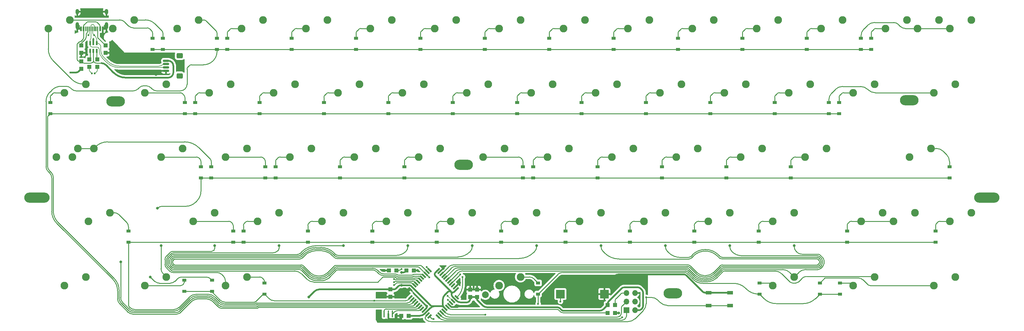
<source format=gbl>
G04 #@! TF.GenerationSoftware,KiCad,Pcbnew,(5.99.0-11336-g5116fa6d12)*
G04 #@! TF.CreationDate,2021-07-24T21:06:12+02:00*
G04 #@! TF.ProjectId,plain60-flex-mkd-ansi,706c6169-6e36-4302-9d66-6c65782d6d6b,rev?*
G04 #@! TF.SameCoordinates,Original*
G04 #@! TF.FileFunction,Copper,L2,Bot*
G04 #@! TF.FilePolarity,Positive*
%FSLAX46Y46*%
G04 Gerber Fmt 4.6, Leading zero omitted, Abs format (unit mm)*
G04 Created by KiCad (PCBNEW (5.99.0-11336-g5116fa6d12)) date 2021-07-24 21:06:12*
%MOMM*%
%LPD*%
G01*
G04 APERTURE LIST*
G04 Aperture macros list*
%AMRoundRect*
0 Rectangle with rounded corners*
0 $1 Rounding radius*
0 $2 $3 $4 $5 $6 $7 $8 $9 X,Y pos of 4 corners*
0 Add a 4 corners polygon primitive as box body*
4,1,4,$2,$3,$4,$5,$6,$7,$8,$9,$2,$3,0*
0 Add four circle primitives for the rounded corners*
1,1,$1+$1,$2,$3*
1,1,$1+$1,$4,$5*
1,1,$1+$1,$6,$7*
1,1,$1+$1,$8,$9*
0 Add four rect primitives between the rounded corners*
20,1,$1+$1,$2,$3,$4,$5,0*
20,1,$1+$1,$4,$5,$6,$7,0*
20,1,$1+$1,$6,$7,$8,$9,0*
20,1,$1+$1,$8,$9,$2,$3,0*%
%AMRotRect*
0 Rectangle, with rotation*
0 The origin of the aperture is its center*
0 $1 length*
0 $2 width*
0 $3 Rotation angle, in degrees counterclockwise*
0 Add horizontal line*
21,1,$1,$2,0,0,$3*%
G04 Aperture macros list end*
G04 #@! TA.AperFunction,ComponentPad*
%ADD10C,2.286000*%
G04 #@! TD*
G04 #@! TA.AperFunction,ComponentPad*
%ADD11O,7.500000X3.000000*%
G04 #@! TD*
G04 #@! TA.AperFunction,ComponentPad*
%ADD12O,5.500000X3.000000*%
G04 #@! TD*
G04 #@! TA.AperFunction,SMDPad,CuDef*
%ADD13R,1.200000X0.900000*%
G04 #@! TD*
G04 #@! TA.AperFunction,SMDPad,CuDef*
%ADD14RotRect,1.500000X0.550000X135.000000*%
G04 #@! TD*
G04 #@! TA.AperFunction,SMDPad,CuDef*
%ADD15RotRect,1.500000X0.550000X45.000000*%
G04 #@! TD*
G04 #@! TA.AperFunction,SMDPad,CuDef*
%ADD16R,0.400000X2.000000*%
G04 #@! TD*
G04 #@! TA.AperFunction,SMDPad,CuDef*
%ADD17R,1.700000X1.000000*%
G04 #@! TD*
G04 #@! TA.AperFunction,SMDPad,CuDef*
%ADD18R,1.200000X1.300000*%
G04 #@! TD*
G04 #@! TA.AperFunction,ComponentPad*
%ADD19C,2.000000*%
G04 #@! TD*
G04 #@! TA.AperFunction,SMDPad,CuDef*
%ADD20R,1.300000X1.200000*%
G04 #@! TD*
G04 #@! TA.AperFunction,SMDPad,CuDef*
%ADD21R,0.600000X1.450000*%
G04 #@! TD*
G04 #@! TA.AperFunction,SMDPad,CuDef*
%ADD22R,0.300000X1.450000*%
G04 #@! TD*
G04 #@! TA.AperFunction,ComponentPad*
%ADD23O,1.000000X2.100000*%
G04 #@! TD*
G04 #@! TA.AperFunction,ComponentPad*
%ADD24O,1.000000X1.600000*%
G04 #@! TD*
G04 #@! TA.AperFunction,SMDPad,CuDef*
%ADD25R,1.200000X1.250000*%
G04 #@! TD*
G04 #@! TA.AperFunction,SMDPad,CuDef*
%ADD26R,1.250000X1.200000*%
G04 #@! TD*
G04 #@! TA.AperFunction,SMDPad,CuDef*
%ADD27R,0.600000X1.200000*%
G04 #@! TD*
G04 #@! TA.AperFunction,ComponentPad*
%ADD28R,1.700000X1.700000*%
G04 #@! TD*
G04 #@! TA.AperFunction,ComponentPad*
%ADD29O,1.700000X1.700000*%
G04 #@! TD*
G04 #@! TA.AperFunction,SMDPad,CuDef*
%ADD30R,2.500000X2.500000*%
G04 #@! TD*
G04 #@! TA.AperFunction,SMDPad,CuDef*
%ADD31RoundRect,0.150000X0.775000X-0.150000X0.775000X0.150000X-0.775000X0.150000X-0.775000X-0.150000X0*%
G04 #@! TD*
G04 #@! TA.AperFunction,SMDPad,CuDef*
%ADD32RoundRect,0.332800X0.567200X-0.467200X0.567200X0.467200X-0.567200X0.467200X-0.567200X-0.467200X0*%
G04 #@! TD*
G04 #@! TA.AperFunction,ViaPad*
%ADD33C,0.800000*%
G04 #@! TD*
G04 #@! TA.AperFunction,ViaPad*
%ADD34C,0.600000*%
G04 #@! TD*
G04 #@! TA.AperFunction,Conductor*
%ADD35C,0.500000*%
G04 #@! TD*
G04 #@! TA.AperFunction,Conductor*
%ADD36C,0.250000*%
G04 #@! TD*
G04 #@! TA.AperFunction,Conductor*
%ADD37C,0.200000*%
G04 #@! TD*
G04 APERTURE END LIST*
D10*
X78740000Y-23495000D03*
X72390000Y-26035000D03*
X97790000Y-23495000D03*
X91440000Y-26035000D03*
X154940000Y-23495000D03*
X148590000Y-26035000D03*
X173990000Y-23495000D03*
X167640000Y-26035000D03*
X135890000Y-23495000D03*
X129540000Y-26035000D03*
X116840000Y-23495000D03*
X110490000Y-26035000D03*
X16827500Y-23495000D03*
X10477500Y-26035000D03*
X145415000Y-4445000D03*
X139065000Y-6985000D03*
X183515000Y-4445000D03*
X177165000Y-6985000D03*
X88265000Y-4445000D03*
X81915000Y-6985000D03*
X240665000Y-4445000D03*
X234315000Y-6985000D03*
X221615000Y-4445000D03*
X215265000Y-6985000D03*
X202565000Y-4445000D03*
X196215000Y-6985000D03*
X164465000Y-4445000D03*
X158115000Y-6985000D03*
X126365000Y-4445000D03*
X120015000Y-6985000D03*
X107315000Y-4445000D03*
X100965000Y-6985000D03*
X69215000Y-4445000D03*
X62865000Y-6985000D03*
X31115000Y-4445000D03*
X24765000Y-6985000D03*
X12065000Y-4445000D03*
X5715000Y-6985000D03*
X40640000Y-80645000D03*
X34290000Y-83185000D03*
X150177500Y-61595000D03*
X143827500Y-64135000D03*
X226377500Y-61595000D03*
X220027500Y-64135000D03*
X169227500Y-61595000D03*
X162877500Y-64135000D03*
X131127500Y-61595000D03*
X124777500Y-64135000D03*
X188277500Y-61595000D03*
X181927500Y-64135000D03*
X16827500Y-80645000D03*
X10477500Y-83185000D03*
X269240000Y-4445000D03*
X262890000Y-6985000D03*
X250190000Y-23495000D03*
X243840000Y-26035000D03*
X54927500Y-61595000D03*
X48577500Y-64135000D03*
X193040000Y-23495000D03*
X186690000Y-26035000D03*
X121602500Y-42545000D03*
X115252500Y-45085000D03*
X64452500Y-42545000D03*
X58102500Y-45085000D03*
X266858700Y-42545000D03*
X260508700Y-45085000D03*
X278765000Y-61595000D03*
X272415000Y-64135000D03*
X178752500Y-42545000D03*
X172402500Y-45085000D03*
X274002487Y-23495061D03*
X267652487Y-26035061D03*
X231140000Y-23495000D03*
X224790000Y-26035000D03*
X64452500Y-80645000D03*
X58102500Y-83185000D03*
X83502500Y-42545000D03*
X77152500Y-45085000D03*
X159702500Y-42545000D03*
X153352500Y-45085000D03*
X102552500Y-42545000D03*
X96202500Y-45085000D03*
X45402500Y-42545000D03*
X39052500Y-45085000D03*
X197802500Y-42545000D03*
X191452500Y-45085000D03*
X23971250Y-61595000D03*
X17621250Y-64135000D03*
X235902500Y-42545000D03*
X229552500Y-45085000D03*
X216852500Y-42545000D03*
X210502500Y-45085000D03*
X212090000Y-23495000D03*
X205740000Y-26035000D03*
X140652500Y-42545000D03*
X134302500Y-45085000D03*
X19208750Y-42545000D03*
X12858750Y-45085000D03*
X112077500Y-61595000D03*
X105727500Y-64135000D03*
X250190000Y-80645000D03*
X243840000Y-83185000D03*
X73977500Y-61595000D03*
X67627500Y-64135000D03*
X226377500Y-80645000D03*
X220027500Y-83185000D03*
X274002728Y-80645072D03*
X267652728Y-83185072D03*
D11*
X283368988Y-57125000D03*
X2381252Y-57125000D03*
D10*
X40640000Y-23495000D03*
X34290000Y-26035000D03*
D12*
X190500160Y-85525000D03*
D10*
X93027500Y-61595000D03*
X86677500Y-64135000D03*
X14446277Y-42544925D03*
X8096277Y-45084925D03*
D12*
X260425000Y-28227050D03*
D10*
X259714977Y-4445061D03*
X253364977Y-6985061D03*
X252571287Y-61595061D03*
X246221287Y-64135061D03*
X278765087Y-4444961D03*
X272415087Y-6984961D03*
X207327500Y-61595000D03*
X200977500Y-64135000D03*
D12*
X128587608Y-47425040D03*
D10*
X59690000Y-23495000D03*
X53340000Y-26035000D03*
D12*
X25600000Y-28576024D03*
D10*
X262096347Y-61595011D03*
X255746347Y-64135011D03*
X145415000Y-80645000D03*
X139065000Y-83185000D03*
X50165000Y-4445000D03*
X43815000Y-6985000D03*
D13*
X239932417Y-85725561D03*
X239932417Y-82425561D03*
X216098619Y-85725561D03*
X216098619Y-82425561D03*
X150614189Y-85725561D03*
X150614189Y-82425561D03*
X69679287Y-85725561D03*
X69679287Y-82425561D03*
X268225000Y-70325000D03*
X268225000Y-67025000D03*
X242031460Y-70325056D03*
X242031460Y-67025056D03*
X215837500Y-70325000D03*
X215837500Y-67025000D03*
X196787500Y-70325000D03*
X196787500Y-67025000D03*
X139637500Y-70325000D03*
X139637500Y-67025000D03*
X101537500Y-70325000D03*
X101537500Y-67025000D03*
X82487500Y-70325000D03*
X82487500Y-67025000D03*
X220600000Y-32225000D03*
X220600000Y-28925000D03*
X225362500Y-51275000D03*
X225362500Y-47975000D03*
X49150000Y-32225000D03*
X49150000Y-28925000D03*
X182500000Y-32225000D03*
X182500000Y-28925000D03*
X206312500Y-51275000D03*
X206312500Y-47975000D03*
X111062500Y-51275000D03*
X111062500Y-47975000D03*
X53912500Y-51275000D03*
X53912500Y-47975000D03*
X187262500Y-51275000D03*
X187262500Y-47975000D03*
X146112500Y-51275000D03*
X146112500Y-47975000D03*
X50862500Y-51275000D03*
X50862500Y-47975000D03*
X72962500Y-51275000D03*
X72962500Y-47975000D03*
X106300000Y-32225000D03*
X106300000Y-28925000D03*
X201550000Y-32225000D03*
X201550000Y-28925000D03*
X125350000Y-32225000D03*
X125350000Y-28925000D03*
X163450000Y-32225000D03*
X163450000Y-28925000D03*
X149162500Y-51275000D03*
X149162500Y-47975000D03*
X92012500Y-51275000D03*
X92012500Y-47975000D03*
X60387500Y-70325000D03*
X60387500Y-67025000D03*
X158687500Y-70325000D03*
X158687500Y-67025000D03*
X272318700Y-51275000D03*
X272318700Y-47975000D03*
X45904299Y-84900061D03*
X45904299Y-81600061D03*
X168212500Y-51275000D03*
X168212500Y-47975000D03*
X87250000Y-32225000D03*
X87250000Y-28925000D03*
X239650000Y-32225000D03*
X239650000Y-28925000D03*
X69912500Y-51275000D03*
X69912500Y-47975000D03*
X144400000Y-32225000D03*
X144400000Y-28925000D03*
X177737500Y-70325000D03*
X177737500Y-67025000D03*
X120587500Y-70325000D03*
X120587500Y-67025000D03*
X68200000Y-32225000D03*
X68200000Y-28925000D03*
D14*
X126576021Y-86684407D03*
X126010335Y-87250092D03*
X125444650Y-87815777D03*
X124878965Y-88381463D03*
X124313279Y-88947148D03*
X123747594Y-89512834D03*
X123181908Y-90078519D03*
X122616223Y-90644205D03*
X122050537Y-91209890D03*
X121484852Y-91775575D03*
X120919167Y-92341261D03*
D15*
X118515003Y-92341261D03*
X117949318Y-91775575D03*
X117383633Y-91209890D03*
X116817947Y-90644205D03*
X116252262Y-90078519D03*
X115686576Y-89512834D03*
X115120891Y-88947148D03*
X114555205Y-88381463D03*
X113989520Y-87815777D03*
X113423835Y-87250092D03*
X112858149Y-86684407D03*
D14*
X112858149Y-84280243D03*
X113423835Y-83714558D03*
X113989520Y-83148873D03*
X114555205Y-82583187D03*
X115120891Y-82017502D03*
X115686576Y-81451816D03*
X116252262Y-80886131D03*
X116817947Y-80320445D03*
X117383633Y-79754760D03*
X117949318Y-79189075D03*
X118515003Y-78623389D03*
D15*
X120919167Y-78623389D03*
X121484852Y-79189075D03*
X122050537Y-79754760D03*
X122616223Y-80320445D03*
X123181908Y-80886131D03*
X123747594Y-81451816D03*
X124313279Y-82017502D03*
X124878965Y-82583187D03*
X125444650Y-83148873D03*
X126010335Y-83714558D03*
X126576021Y-84280243D03*
D16*
X105079287Y-91600061D03*
X107479287Y-91600061D03*
X106279287Y-91600061D03*
D17*
X201079287Y-85300061D03*
X207379287Y-85300061D03*
X207379287Y-89100061D03*
X201079287Y-89100061D03*
D18*
X106479287Y-78700061D03*
X108679287Y-78700061D03*
D13*
X172975000Y-13175000D03*
X172975000Y-9875000D03*
X153925000Y-13175000D03*
X153925000Y-9875000D03*
X230125000Y-13175000D03*
X230125000Y-9875000D03*
X192025000Y-13175000D03*
X192025000Y-9875000D03*
X246125000Y-13175000D03*
X246125000Y-9875000D03*
X46100000Y-32225000D03*
X46100000Y-28925000D03*
X6287500Y-32225000D03*
X6287500Y-28925000D03*
X211075000Y-13175000D03*
X211075000Y-9875000D03*
X115825000Y-13175000D03*
X115825000Y-9875000D03*
X55625000Y-13175000D03*
X55625000Y-9875000D03*
X77725000Y-13175000D03*
X77725000Y-9875000D03*
X134875000Y-13175000D03*
X134875000Y-9875000D03*
X96775000Y-13175000D03*
X96775000Y-9875000D03*
X58675000Y-13175000D03*
X58675000Y-9875000D03*
D19*
X134979287Y-85950061D03*
D13*
X233979287Y-85725561D03*
X233979287Y-82425561D03*
D20*
X17859390Y-18364077D03*
X17859390Y-16164077D03*
D21*
X15343000Y-7075000D03*
X16118000Y-7075000D03*
D22*
X16818000Y-7075000D03*
X17318000Y-7075000D03*
X17818000Y-7075000D03*
X18318000Y-7075000D03*
X18818000Y-7075000D03*
X19318000Y-7075000D03*
X19818000Y-7075000D03*
X20318000Y-7075000D03*
D21*
X21018000Y-7075000D03*
X21793000Y-7075000D03*
D23*
X22888000Y-6160000D03*
D24*
X22888000Y-1980000D03*
X14248000Y-1980000D03*
D23*
X14248000Y-6160000D03*
D13*
X63437500Y-70325000D03*
X63437500Y-67025000D03*
D25*
X110129287Y-92150061D03*
X112329287Y-92150061D03*
D26*
X130529287Y-84400061D03*
X130529287Y-86600061D03*
D13*
X29431250Y-70325000D03*
X29431250Y-67025000D03*
X236600000Y-32225000D03*
X236600000Y-28925000D03*
D20*
X15478138Y-18959390D03*
X15478138Y-16759390D03*
D13*
X36575000Y-13175000D03*
X36575000Y-9875000D03*
D20*
X20240642Y-16164077D03*
X20240642Y-18364077D03*
D25*
X171189287Y-91371313D03*
X173389287Y-91371313D03*
D26*
X106929287Y-86550061D03*
X106929287Y-84350061D03*
D18*
X173389287Y-88990061D03*
X171189287Y-88990061D03*
D20*
X22621894Y-11996886D03*
X22621894Y-14196886D03*
D13*
X39625000Y-13175000D03*
X39625000Y-9875000D03*
X54128819Y-84900061D03*
X54128819Y-81600061D03*
D27*
X18100016Y-11351573D03*
X19050016Y-11351573D03*
X20000016Y-11351573D03*
X20000016Y-13651573D03*
X19050016Y-13651573D03*
X18100016Y-13651573D03*
D28*
X176729287Y-90510061D03*
D29*
X179269287Y-90510061D03*
X176729287Y-87970061D03*
X179269287Y-87970061D03*
X176729287Y-85430061D03*
X179269287Y-85430061D03*
D20*
X15478138Y-14196886D03*
X15478138Y-11996886D03*
D30*
X157211075Y-85725072D03*
X170211075Y-85725072D03*
D26*
X132529287Y-84400061D03*
X132529287Y-86600061D03*
D25*
X113829287Y-78700061D03*
X111629287Y-78700061D03*
D31*
X40548273Y-16549549D03*
X40548273Y-17549549D03*
X40548273Y-18549549D03*
X40548273Y-19549549D03*
D32*
X44573273Y-15049549D03*
X44573273Y-21049549D03*
D13*
X249174977Y-13175061D03*
X249174977Y-9875061D03*
D33*
X37601287Y-20606061D03*
X126829287Y-89410061D03*
D34*
X24212462Y-14196886D03*
D33*
X170211075Y-83371849D03*
X105139287Y-78700061D03*
D34*
X21793000Y-9586348D03*
D33*
X108839287Y-86550061D03*
X122539287Y-78134640D03*
X131509287Y-82330061D03*
X114989287Y-78700061D03*
D34*
X19050016Y-10199332D03*
D33*
X108799287Y-93090061D03*
X127379287Y-82345606D03*
X174478035Y-91371313D03*
X117649287Y-89320061D03*
X111159469Y-84280243D03*
D34*
X15478138Y-15478912D03*
D33*
X110200000Y-83090774D03*
X82739287Y-86630061D03*
D34*
X12279287Y-20025061D03*
D33*
X110200000Y-79360061D03*
X37999287Y-60310061D03*
X27109287Y-76200061D03*
X35904226Y-80645000D03*
D34*
X150614189Y-88600061D03*
X102169287Y-87680061D03*
X108029287Y-81300061D03*
D33*
X39052500Y-71390061D03*
D34*
X108037345Y-82192003D03*
D33*
X54927500Y-71390061D03*
D34*
X108045403Y-83083945D03*
D33*
X73979287Y-71390061D03*
X93029287Y-71390061D03*
X112079287Y-71390061D03*
D34*
X118418934Y-80790061D03*
D33*
X131129287Y-71390061D03*
X150179287Y-71390061D03*
X169229287Y-71390061D03*
X188279287Y-71390061D03*
X207329287Y-71390061D03*
X226377500Y-71390061D03*
D34*
X127552091Y-79910061D03*
X128279287Y-80640061D03*
X19264287Y-8945061D03*
X17612287Y-8945061D03*
X182569287Y-86700061D03*
X117621675Y-77730061D03*
X110200000Y-78274573D03*
X175479287Y-92650061D03*
X134979287Y-91810061D03*
X123908425Y-87410923D03*
X18625016Y-20350061D03*
X123858934Y-86230061D03*
X19475016Y-20350061D03*
X119715287Y-93160061D03*
X157211075Y-87938273D03*
D35*
X132529287Y-84400061D02*
X131509287Y-84400061D01*
X37601287Y-20606061D02*
X38072013Y-20135335D01*
X15343000Y-7075000D02*
X15163000Y-7075000D01*
X126683581Y-89555767D02*
X126829287Y-89410061D01*
X126010335Y-83714558D02*
X127379287Y-82345606D01*
X19050016Y-11351573D02*
X19050016Y-10199332D01*
X116817947Y-90644205D02*
X117649287Y-89812865D01*
X106929287Y-86550061D02*
X108839287Y-86550061D01*
X22621894Y-14196886D02*
X24212462Y-14196886D01*
X21973000Y-7075000D02*
X22888000Y-6160000D01*
X106779287Y-93090061D02*
X108799287Y-93090061D01*
X124921898Y-89555767D02*
X126683581Y-89555767D01*
X194450679Y-80192537D02*
X199265310Y-85007168D01*
X39486226Y-19549549D02*
X40548273Y-19549549D01*
X121484852Y-79189075D02*
X122539287Y-78134640D01*
X108799287Y-93090061D02*
X109629287Y-93090061D01*
X173389287Y-91371313D02*
X174478035Y-91371313D01*
X117649287Y-89812865D02*
X117649287Y-89320061D01*
X21793000Y-7075000D02*
X21793000Y-9586348D01*
X106279287Y-91600061D02*
X106279287Y-92590061D01*
X110129287Y-92590061D02*
X110129287Y-92150061D01*
X174511707Y-79899644D02*
X193743572Y-79899644D01*
X131509287Y-84400061D02*
X130529287Y-84400061D01*
X21793000Y-7075000D02*
X21973000Y-7075000D01*
X131509287Y-84400061D02*
X131509287Y-82330061D01*
X112858149Y-84280243D02*
X111159469Y-84280243D01*
X124313279Y-88947148D02*
X124921898Y-89555767D01*
X170211075Y-83371849D02*
X173097494Y-80485430D01*
X15478138Y-14196886D02*
X15478138Y-15478912D01*
X199972417Y-85300061D02*
X201079287Y-85300061D01*
X106479287Y-78700061D02*
X105139287Y-78700061D01*
X113829287Y-78700061D02*
X114989287Y-78700061D01*
X15163000Y-7075000D02*
X14248000Y-6160000D01*
X201079287Y-85300061D02*
X207379287Y-85300061D01*
X170211075Y-85725072D02*
X170211075Y-83371849D01*
X173097494Y-80485430D02*
G75*
G02*
X174511707Y-79899644I1414213J-1414214D01*
G01*
X106779287Y-93090061D02*
G75*
G02*
X106279287Y-92590061I1J500001D01*
G01*
X199972417Y-85300060D02*
G75*
G02*
X199265311Y-85007167I-3J999993D01*
G01*
X110129287Y-92590061D02*
G75*
G02*
X109629287Y-93090061I-500001J1D01*
G01*
X194450679Y-80192537D02*
G75*
G03*
X193743572Y-79899644I-707106J-707106D01*
G01*
X38072013Y-20135335D02*
G75*
G02*
X39486226Y-19549549I1414213J-1414214D01*
G01*
X112592944Y-83090774D02*
X110200000Y-83090774D01*
X157486394Y-90407168D02*
X157022180Y-89942954D01*
X171482180Y-87907168D02*
X175376394Y-84012954D01*
X115615035Y-92150061D02*
X112329287Y-92150061D01*
X130236394Y-87842954D02*
X130152180Y-87927168D01*
X171189287Y-88990061D02*
X171189287Y-88614275D01*
X124296764Y-84890061D02*
X124512180Y-84890061D01*
X122706343Y-89602954D02*
X122706343Y-89602954D01*
X110200000Y-83090774D02*
X110002788Y-83090774D01*
X125019287Y-85604275D02*
X125044882Y-85604275D01*
X176083501Y-83720061D02*
X180095073Y-83720061D01*
X180415073Y-90510061D02*
X179269287Y-90510061D01*
X120009287Y-79972954D02*
X120009287Y-79740376D01*
X129445073Y-88220061D02*
X127808731Y-88220061D01*
X125312180Y-86551937D02*
X126010335Y-87250092D01*
X120603441Y-78939115D02*
X120919167Y-78623389D01*
X181669287Y-85294275D02*
X181669287Y-89255847D01*
X125359096Y-85290061D02*
X125326394Y-85290061D01*
X126394517Y-87634274D02*
X126010335Y-87250092D01*
X122413450Y-88895847D02*
X122413450Y-87394695D01*
X109295681Y-83383667D02*
X108622180Y-84057168D01*
X124865734Y-85036508D02*
X124972840Y-85143614D01*
X14705360Y-19732168D02*
X15478138Y-18959390D01*
X171189287Y-88990061D02*
X170065073Y-90114275D01*
X84433500Y-84935848D02*
X82739287Y-86630061D01*
X132529287Y-87460061D02*
X132529287Y-86600061D01*
X122999237Y-85980481D02*
X123943211Y-85036507D01*
X126576021Y-84280243D02*
X125712649Y-85143615D01*
X106929287Y-84350061D02*
X85847714Y-84350061D01*
X120155734Y-79386822D02*
X120919167Y-78623389D01*
X180802180Y-84012954D02*
X181376394Y-84587168D01*
X156315073Y-89650061D02*
X135547714Y-89650061D01*
X132529287Y-86600061D02*
X130529287Y-86600061D01*
X113423835Y-83714558D02*
X112946497Y-83237220D01*
X181376394Y-89962954D02*
X181122180Y-90217168D01*
X134133500Y-89064274D02*
X132529287Y-87460061D01*
X168650860Y-90700061D02*
X158193501Y-90700061D01*
X130529287Y-86600061D02*
X130529287Y-87135847D01*
X119226445Y-89310061D02*
X120111889Y-89310061D01*
X121999236Y-89310061D02*
X120111889Y-89310061D01*
X124726394Y-84897168D02*
X120155733Y-80326507D01*
X107915073Y-84350061D02*
X106929287Y-84350061D01*
X117383633Y-91209890D02*
X117029248Y-91564275D01*
X123181908Y-90078519D02*
X122706343Y-89602954D01*
X113423835Y-83714558D02*
X118872892Y-89163615D01*
X110762180Y-79360061D02*
X110200000Y-79360061D01*
X111629287Y-78700061D02*
X111115733Y-79213615D01*
X124972840Y-85143614D02*
X124726394Y-84897168D01*
X118697675Y-89895848D02*
X117383633Y-91209890D01*
X125019287Y-85604275D02*
X125019287Y-85844830D01*
X12279287Y-20025061D02*
X13998253Y-20025061D01*
X121999236Y-89310062D02*
G75*
G02*
X122706342Y-89602955I3J-999993D01*
G01*
X109295681Y-83383667D02*
G75*
G02*
X110002788Y-83090774I707106J-707106D01*
G01*
X129445073Y-88220060D02*
G75*
G03*
X130152179Y-87927167I3J999993D01*
G01*
X119226445Y-89310060D02*
G75*
G02*
X118872892Y-89163615I0J500001D01*
G01*
X156315073Y-89650062D02*
G75*
G02*
X157022179Y-89942955I3J-999993D01*
G01*
X122999237Y-85980481D02*
G75*
G03*
X122413450Y-87394695I1414213J-1414214D01*
G01*
X181122180Y-90217168D02*
G75*
G02*
X180415073Y-90510061I-707106J707106D01*
G01*
X120009288Y-79972954D02*
G75*
G03*
X120155733Y-80326507I500001J0D01*
G01*
X181376394Y-84587168D02*
G75*
G02*
X181669287Y-85294275I-707106J-707106D01*
G01*
X125312180Y-86551937D02*
G75*
G02*
X125019287Y-85844830I707106J707106D01*
G01*
X171189288Y-88614275D02*
G75*
G02*
X171482181Y-87907169I999993J3D01*
G01*
X118697675Y-89895848D02*
G75*
G02*
X120111889Y-89310061I1414214J-1414213D01*
G01*
X168650860Y-90700060D02*
G75*
G03*
X170065072Y-90114274I0J1999999D01*
G01*
X120155734Y-79386822D02*
G75*
G03*
X120009287Y-79740376I353550J-353553D01*
G01*
X130529286Y-87135847D02*
G75*
G02*
X130236393Y-87842953I-999993J-3D01*
G01*
X112946497Y-83237220D02*
G75*
G03*
X112592944Y-83090774I-353553J-353556D01*
G01*
X124972840Y-85143614D02*
G75*
G03*
X125326394Y-85290061I353553J353550D01*
G01*
X158193501Y-90700060D02*
G75*
G02*
X157486395Y-90407167I-3J999993D01*
G01*
X124296764Y-84890062D02*
G75*
G03*
X123943211Y-85036507I0J-500001D01*
G01*
X84433500Y-84935848D02*
G75*
G02*
X85847714Y-84350061I1414214J-1414213D01*
G01*
X134133500Y-89064274D02*
G75*
G03*
X135547714Y-89650061I1414214J1414213D01*
G01*
X13998253Y-20025060D02*
G75*
G03*
X14705359Y-19732167I3J999993D01*
G01*
X126394517Y-87634274D02*
G75*
G03*
X127808731Y-88220061I1414214J1414213D01*
G01*
X115615035Y-92150060D02*
G75*
G03*
X117029247Y-91564274I0J1999999D01*
G01*
X124512180Y-84890061D02*
G75*
G02*
X124865734Y-85036508I1J-499997D01*
G01*
X111115733Y-79213615D02*
G75*
G02*
X110762180Y-79360061I-353553J353556D01*
G01*
X124726394Y-84897168D02*
G75*
G02*
X125019287Y-85604275I-707106J-707106D01*
G01*
X125712649Y-85143615D02*
G75*
G02*
X125359096Y-85290061I-353553J353556D01*
G01*
X180802180Y-84012954D02*
G75*
G03*
X180095073Y-83720061I-707106J-707106D01*
G01*
X181376394Y-89962954D02*
G75*
G03*
X181669287Y-89255847I-707106J707106D01*
G01*
X108622180Y-84057168D02*
G75*
G02*
X107915073Y-84350061I-707106J707106D01*
G01*
X176083501Y-83720062D02*
G75*
G03*
X175376395Y-84012955I-3J-999993D01*
G01*
X122413451Y-88895847D02*
G75*
G03*
X122706344Y-89602953I999993J-3D01*
G01*
D36*
X114063466Y-89686293D02*
X113965204Y-89688621D01*
X52843173Y-87179983D02*
X52508587Y-87142284D01*
X53171434Y-87254906D02*
X52843173Y-87179983D01*
X56541338Y-89810005D02*
X56299338Y-89709765D01*
X6724339Y-61194045D02*
X6724339Y-51283540D01*
X114437779Y-89572746D02*
X114256214Y-89647953D01*
X37805001Y-25497122D02*
X44755574Y-25497122D01*
X47919837Y-88018741D02*
X44874283Y-91064295D01*
X67657161Y-89840555D02*
X67620666Y-89873724D01*
X53792602Y-87512202D02*
X53489243Y-87366112D01*
X29285674Y-91064294D02*
X26796033Y-88574652D01*
X47048467Y-18346229D02*
X47351681Y-18043015D01*
X54077696Y-87691339D02*
X53792602Y-87512202D01*
X57185021Y-89913778D02*
X57054051Y-89911990D01*
X50041158Y-87140061D02*
X49872806Y-87142284D01*
X114256214Y-89647953D02*
X114063466Y-89686293D01*
X36038360Y-24558908D02*
X36390787Y-24911335D01*
X9557993Y-24116400D02*
X10942739Y-24116400D01*
X46755574Y-23497122D02*
X46755574Y-19053336D01*
X67735873Y-89761844D02*
X67657161Y-89840555D01*
X33995001Y-23973122D02*
X34624147Y-23973122D01*
X67772368Y-89728675D02*
X67735873Y-89761844D01*
X55864681Y-89419337D02*
X55770807Y-89327991D01*
X48588791Y-87512202D02*
X48303697Y-87691339D01*
X54340941Y-87901270D02*
X54077696Y-87691339D01*
X55635287Y-13185287D02*
X55625000Y-13175000D01*
X54461556Y-88018740D02*
X54340941Y-87901270D01*
X5029287Y-47931634D02*
X5029287Y-28645106D01*
X44874283Y-91064295D02*
X44780409Y-91155640D01*
X52340236Y-87140061D02*
X50041158Y-87140061D01*
X44103752Y-91546308D02*
X43850738Y-91614103D01*
X56794352Y-89877800D02*
X56541338Y-89810005D01*
X67620666Y-89873724D02*
X67529645Y-89911426D01*
X55770807Y-89327991D02*
X54461556Y-88018740D01*
X43850738Y-91614103D02*
X43591040Y-91648292D01*
X49872806Y-87142284D02*
X49538220Y-87179983D01*
X12356952Y-24702186D02*
X12566101Y-24911335D01*
X6200860Y-25816679D02*
X6729566Y-25287973D01*
X44572598Y-91315098D02*
X44345752Y-91446068D01*
X67912649Y-89688621D02*
X67863389Y-89690973D01*
X48303697Y-87691339D02*
X48040452Y-87901270D01*
X49209959Y-87254906D02*
X48892150Y-87366112D01*
X48040452Y-87901270D02*
X47919837Y-88018741D01*
X56299338Y-89709765D02*
X56072491Y-89578796D01*
X26210247Y-87160439D02*
X26210247Y-84822089D01*
X114672311Y-89395728D02*
X114601183Y-89463564D01*
X24745781Y-81286555D02*
X8188805Y-64729579D01*
X55635287Y-13750122D02*
X55635287Y-13185287D01*
X67529645Y-89911426D02*
X67480385Y-89913778D01*
X114601183Y-89463564D02*
X114437779Y-89572746D01*
X52508587Y-87142284D02*
X52340236Y-87140061D01*
X43591040Y-91648292D02*
X43460070Y-91650081D01*
X48058788Y-17750122D02*
X51635287Y-17750122D01*
X13980315Y-25497122D02*
X30814147Y-25497122D01*
X56072491Y-89578796D02*
X55864681Y-89419337D01*
X115120891Y-88947148D02*
X114672311Y-89395728D01*
X6138552Y-49869326D02*
X5615073Y-49345847D01*
X44780409Y-91155640D02*
X44572598Y-91315098D01*
X49538220Y-87179983D02*
X49209959Y-87254906D01*
X48892150Y-87366112D02*
X48588791Y-87512202D01*
X53489243Y-87366112D02*
X53171434Y-87254906D01*
X43460070Y-91650081D02*
X30699888Y-91650081D01*
X249174916Y-13175000D02*
X249174977Y-13175061D01*
X113965204Y-89688621D02*
X67912649Y-89688621D01*
X57054051Y-89911990D02*
X56794352Y-89877800D01*
X36575000Y-13175000D02*
X249174916Y-13175000D01*
X44345752Y-91446068D02*
X44103752Y-91546308D01*
X67863389Y-89690973D02*
X67772368Y-89728675D01*
X67480385Y-89913778D02*
X57185021Y-89913778D01*
X32228360Y-24911336D02*
X32580787Y-24558909D01*
X6724339Y-61194045D02*
G75*
G03*
X8188805Y-64729579I4999998J-1D01*
G01*
X33995001Y-23973123D02*
G75*
G03*
X32580788Y-24558910I0J-1999999D01*
G01*
X12356952Y-24702186D02*
G75*
G03*
X10942739Y-24116400I-1414213J-1414214D01*
G01*
X32228360Y-24911336D02*
G75*
G02*
X30814147Y-25497122I-1414213J1414214D01*
G01*
X9557993Y-24116400D02*
G75*
G03*
X6729566Y-25287973I0J-3999999D01*
G01*
X24745781Y-81286555D02*
G75*
G02*
X26210247Y-84822089I-3535532J-3535533D01*
G01*
X13980315Y-25497121D02*
G75*
G02*
X12566102Y-24911334I0J1999999D01*
G01*
X5029288Y-47931634D02*
G75*
G03*
X5615074Y-49345846I1999999J0D01*
G01*
X55635287Y-13750122D02*
G75*
G02*
X51635287Y-17750122I-4000000J0D01*
G01*
X36038360Y-24558908D02*
G75*
G03*
X34624147Y-23973122I-1414213J-1414214D01*
G01*
X46755574Y-23497122D02*
G75*
G02*
X44755574Y-25497122I-1999999J-1D01*
G01*
X29285674Y-91064294D02*
G75*
G03*
X30699888Y-91650081I1414214J1414213D01*
G01*
X48058788Y-17750123D02*
G75*
G03*
X47351682Y-18043016I-3J-999993D01*
G01*
X37805001Y-25497121D02*
G75*
G02*
X36390788Y-24911334I0J1999999D01*
G01*
X6138552Y-49869326D02*
G75*
G02*
X6724339Y-51283540I-1414213J-1414214D01*
G01*
X26210248Y-87160439D02*
G75*
G03*
X26796034Y-88574651I1999999J0D01*
G01*
X6200860Y-25816679D02*
G75*
G03*
X5029287Y-28645106I2828426J-2828427D01*
G01*
X47048467Y-18346229D02*
G75*
G03*
X46755574Y-19053336I707106J-707106D01*
G01*
X28250013Y-5030787D02*
X29443501Y-6224275D01*
X30857714Y-6810061D02*
X34970847Y-6810061D01*
X36575000Y-8414214D02*
X36575000Y-9875000D01*
X12065000Y-4445000D02*
X26835799Y-4445000D01*
X35677954Y-7102954D02*
X36282107Y-7707107D01*
X29443501Y-6224275D02*
G75*
G03*
X30857714Y-6810061I1414213J1414214D01*
G01*
X28250013Y-5030787D02*
G75*
G03*
X26835799Y-4445000I-1414214J-1414213D01*
G01*
X35677954Y-7102954D02*
G75*
G03*
X34970847Y-6810061I-707106J-707106D01*
G01*
X36282107Y-7707107D02*
G75*
G02*
X36575000Y-8414214I-707106J-707106D01*
G01*
X37241573Y-5616573D02*
X39332107Y-7707107D01*
X39625000Y-8414214D02*
X39625000Y-9875000D01*
X31115000Y-4445000D02*
X34413146Y-4445000D01*
X34413146Y-4445000D02*
G75*
G02*
X37241573Y-5616573I0J-3999999D01*
G01*
X39624999Y-8414214D02*
G75*
G03*
X39332106Y-7707108I-999993J3D01*
G01*
X52362893Y-4737893D02*
X55332107Y-7707107D01*
X55625000Y-9875000D02*
X55625000Y-8414214D01*
X55595000Y-9875000D02*
X55625000Y-9875000D01*
X50165000Y-4445000D02*
X51655786Y-4445000D01*
X55624999Y-8414214D02*
G75*
G03*
X55332106Y-7707108I-999993J3D01*
G01*
X51655786Y-4445001D02*
G75*
G02*
X52362892Y-4737894I3J-999993D01*
G01*
X59397107Y-7277893D02*
X58967893Y-7707107D01*
X58675000Y-9875000D02*
X58675000Y-8414214D01*
X62865000Y-6985000D02*
X60104214Y-6985000D01*
X58967893Y-7707107D02*
G75*
G03*
X58675000Y-8414214I707106J-707106D01*
G01*
X59397107Y-7277893D02*
G75*
G02*
X60104214Y-6985000I707106J-707106D01*
G01*
X78447107Y-7277893D02*
X78017893Y-7707107D01*
X81915000Y-6985000D02*
X79154214Y-6985000D01*
X77725000Y-9875000D02*
X77725000Y-8414214D01*
X78447107Y-7277893D02*
G75*
G02*
X79154214Y-6985000I707106J-707106D01*
G01*
X78017893Y-7707107D02*
G75*
G03*
X77725000Y-8414214I707106J-707106D01*
G01*
X100965000Y-6985000D02*
X98204214Y-6985000D01*
X96775000Y-9875000D02*
X96775000Y-8414214D01*
X97497107Y-7277893D02*
X97067893Y-7707107D01*
X97067893Y-7707107D02*
G75*
G03*
X96775000Y-8414214I707106J-707106D01*
G01*
X97497107Y-7277893D02*
G75*
G02*
X98204214Y-6985000I707106J-707106D01*
G01*
X115825000Y-9875000D02*
X115825000Y-8414214D01*
X116547107Y-7277893D02*
X116117893Y-7707107D01*
X120015000Y-6985000D02*
X117254214Y-6985000D01*
X116547107Y-7277893D02*
G75*
G02*
X117254214Y-6985000I707106J-707106D01*
G01*
X115825001Y-8414214D02*
G75*
G02*
X116117894Y-7707108I999993J3D01*
G01*
X134875000Y-9875000D02*
X134875000Y-8414214D01*
X135597107Y-7277893D02*
X135167893Y-7707107D01*
X139065000Y-6985000D02*
X136304214Y-6985000D01*
X135167893Y-7707107D02*
G75*
G03*
X134875000Y-8414214I707106J-707106D01*
G01*
X136304214Y-6985001D02*
G75*
G03*
X135597108Y-7277894I-3J-999993D01*
G01*
X154647107Y-7277893D02*
X154217893Y-7707107D01*
X158115000Y-6985000D02*
X155354214Y-6985000D01*
X153925000Y-9875000D02*
X153925000Y-8414214D01*
X155354214Y-6985001D02*
G75*
G03*
X154647108Y-7277894I-3J-999993D01*
G01*
X153925001Y-8414214D02*
G75*
G02*
X154217894Y-7707108I999993J3D01*
G01*
X172975000Y-9875000D02*
X172975000Y-8414214D01*
X177165000Y-6985000D02*
X174404214Y-6985000D01*
X173697107Y-7277893D02*
X173267893Y-7707107D01*
X173697107Y-7277893D02*
G75*
G02*
X174404214Y-6985000I707106J-707106D01*
G01*
X173267893Y-7707107D02*
G75*
G03*
X172975000Y-8414214I707106J-707106D01*
G01*
X192025000Y-9875000D02*
X192025000Y-8414214D01*
X196215000Y-6985000D02*
X193454214Y-6985000D01*
X192747107Y-7277893D02*
X192317893Y-7707107D01*
X192317893Y-7707107D02*
G75*
G03*
X192025000Y-8414214I707106J-707106D01*
G01*
X193454214Y-6985001D02*
G75*
G03*
X192747108Y-7277894I-3J-999993D01*
G01*
X211797107Y-7277893D02*
X211367893Y-7707107D01*
X211075000Y-9875000D02*
X211075000Y-8414214D01*
X215265000Y-6985000D02*
X212504214Y-6985000D01*
X212504214Y-6985001D02*
G75*
G03*
X211797108Y-7277894I-3J-999993D01*
G01*
X211367893Y-7707107D02*
G75*
G03*
X211075000Y-8414214I707106J-707106D01*
G01*
X230847107Y-7277893D02*
X230417893Y-7707107D01*
X230125000Y-9875000D02*
X230125000Y-8414214D01*
X234315000Y-6985000D02*
X231554214Y-6985000D01*
X231554214Y-6985001D02*
G75*
G03*
X230847108Y-7277894I-3J-999993D01*
G01*
X230417893Y-7707107D02*
G75*
G03*
X230125000Y-8414214I707106J-707106D01*
G01*
X262890000Y-6985000D02*
X259222653Y-6985000D01*
X246125000Y-9242641D02*
X246125000Y-9875000D01*
X248036259Y-6088741D02*
X247003679Y-7121321D01*
X257808439Y-6399213D02*
X257205073Y-5795847D01*
X255790860Y-5210061D02*
X250157580Y-5210061D01*
X262890000Y-6985000D02*
X272415048Y-6985000D01*
X272415048Y-6985000D02*
X272415087Y-6984961D01*
X248036259Y-6088741D02*
G75*
G02*
X250157580Y-5210061I2121323J-2121325D01*
G01*
X259222653Y-6984999D02*
G75*
G02*
X257808440Y-6399212I0J1999999D01*
G01*
X255790860Y-5210062D02*
G75*
G02*
X257205072Y-5795848I0J-1999999D01*
G01*
X246125000Y-9242641D02*
G75*
G02*
X247003679Y-7121321I2999998J1D01*
G01*
X10477500Y-26035000D02*
X7666714Y-26035000D01*
X6959607Y-26327893D02*
X6580393Y-26707107D01*
X6287500Y-28925000D02*
X6287500Y-27414214D01*
X6959607Y-26327893D02*
G75*
G02*
X7666714Y-26035000I707106J-707106D01*
G01*
X6287501Y-27414214D02*
G75*
G02*
X6580394Y-26707108I999993J3D01*
G01*
X113283353Y-89239101D02*
X113381615Y-89236774D01*
X52694988Y-86692274D02*
X53029574Y-86729973D01*
X56259383Y-89129275D02*
X56486229Y-89260245D01*
X56728229Y-89360485D02*
X56981243Y-89428280D01*
X43404632Y-91198291D02*
X43664331Y-91164101D01*
X56051572Y-88969817D02*
X56259383Y-89129275D01*
X54527342Y-87451260D02*
X54647957Y-87568731D01*
X53029574Y-86729973D02*
X53357835Y-86804896D01*
X48402392Y-87062192D02*
X48705751Y-86916102D01*
X44687876Y-90614292D02*
X47733438Y-87568730D01*
X48117298Y-87241329D02*
X48402392Y-87062192D01*
X57371911Y-89464258D02*
X67294188Y-89464258D01*
X67470965Y-89391034D02*
X67549675Y-89312324D01*
X67294188Y-89464258D02*
X67343448Y-89461906D01*
X47854053Y-87451260D02*
X48117298Y-87241329D01*
X57240941Y-89462469D02*
X57371911Y-89464258D01*
X113990460Y-88946208D02*
X114555205Y-88381463D01*
X54264097Y-87241329D02*
X54527342Y-87451260D01*
X113755929Y-89123228D02*
X113919333Y-89014044D01*
X54647957Y-87568731D02*
X55957698Y-88878472D01*
X6064594Y-49159650D02*
X6588562Y-49683618D01*
X26659767Y-84635891D02*
X26659767Y-86974242D01*
X53357835Y-86804896D02*
X53675644Y-86916102D01*
X7174348Y-51097831D02*
X7174348Y-61008336D01*
X5478807Y-33447907D02*
X5478807Y-47745436D01*
X67586170Y-89279155D02*
X67677191Y-89241453D01*
X239650000Y-32225000D02*
X6287500Y-32225000D01*
X55957698Y-88878472D02*
X56051572Y-88969817D01*
X43917345Y-91096306D02*
X44159345Y-90996066D01*
X49351821Y-86729973D02*
X49686407Y-86692274D01*
X113381615Y-89236774D02*
X113574364Y-89198434D01*
X67343448Y-89461906D02*
X67434470Y-89424203D01*
X44594002Y-90705638D02*
X44687876Y-90614292D01*
X113919333Y-89014044D02*
X113990460Y-88946208D01*
X56486229Y-89260245D02*
X56728229Y-89360485D01*
X49023560Y-86804896D02*
X49351821Y-86729973D01*
X47733438Y-87568730D02*
X47854053Y-87451260D01*
X8638814Y-64543870D02*
X25195301Y-81100357D01*
X30885604Y-91200079D02*
X43273662Y-91200079D01*
X49854758Y-86690051D02*
X52526636Y-86690051D01*
X49686407Y-86692274D02*
X49854758Y-86690051D01*
X67726451Y-89239101D02*
X113283353Y-89239101D01*
X67549675Y-89312324D02*
X67586170Y-89279155D01*
X56981243Y-89428280D02*
X57240941Y-89462469D01*
X67677191Y-89241453D02*
X67726451Y-89239101D01*
X6287500Y-32225000D02*
X5771700Y-32740800D01*
X44159345Y-90996066D02*
X44386192Y-90865097D01*
X43664331Y-91164101D02*
X43917345Y-91096306D01*
X44386192Y-90865097D02*
X44594002Y-90705638D01*
X52526636Y-86690051D02*
X52694988Y-86692274D01*
X113574364Y-89198434D02*
X113755929Y-89123228D01*
X67434470Y-89424203D02*
X67470965Y-89391034D01*
X27245554Y-88388456D02*
X29471391Y-90614293D01*
X53979003Y-87062192D02*
X54264097Y-87241329D01*
X53675644Y-86916102D02*
X53979003Y-87062192D01*
X43273662Y-91200079D02*
X43404632Y-91198291D01*
X48705751Y-86916102D02*
X49023560Y-86804896D01*
X8638814Y-64543870D02*
G75*
G02*
X7174348Y-61008336I3535532J3535533D01*
G01*
X6588562Y-49683618D02*
G75*
G02*
X7174348Y-51097831I-1414214J-1414213D01*
G01*
X27245554Y-88388456D02*
G75*
G02*
X26659767Y-86974242I1414213J1414214D01*
G01*
X25195301Y-81100357D02*
G75*
G02*
X26659767Y-84635891I-3535532J-3535533D01*
G01*
X29471391Y-90614293D02*
G75*
G03*
X30885604Y-91200079I1414213J1414214D01*
G01*
X5771700Y-32740800D02*
G75*
G03*
X5478807Y-33447907I707106J-707106D01*
G01*
X6064594Y-49159650D02*
G75*
G02*
X5478807Y-47745436I1414213J1414214D01*
G01*
X46100000Y-28925000D02*
X46100000Y-27414214D01*
X34290000Y-26035000D02*
X44720786Y-26035000D01*
X45427893Y-26327893D02*
X45807107Y-26707107D01*
X45807107Y-26707107D02*
G75*
G02*
X46100000Y-27414214I-707106J-707106D01*
G01*
X45427893Y-26327893D02*
G75*
G03*
X44720786Y-26035000I-707106J-707106D01*
G01*
X53340000Y-26035000D02*
X50529214Y-26035000D01*
X49150000Y-28925000D02*
X49150000Y-27414214D01*
X49822107Y-26327893D02*
X49442893Y-26707107D01*
X49150001Y-27414214D02*
G75*
G02*
X49442894Y-26707108I999993J3D01*
G01*
X50529214Y-26035001D02*
G75*
G03*
X49822108Y-26327894I-3J-999993D01*
G01*
X68872107Y-26327893D02*
X68492893Y-26707107D01*
X72390000Y-26035000D02*
X69579214Y-26035000D01*
X68200000Y-28925000D02*
X68200000Y-27414214D01*
X68200001Y-27414214D02*
G75*
G02*
X68492894Y-26707108I999993J3D01*
G01*
X69579214Y-26035001D02*
G75*
G03*
X68872108Y-26327894I-3J-999993D01*
G01*
X91440000Y-26035000D02*
X88629214Y-26035000D01*
X87250000Y-28925000D02*
X87250000Y-27414214D01*
X87922107Y-26327893D02*
X87542893Y-26707107D01*
X87542893Y-26707107D02*
G75*
G03*
X87250000Y-27414214I707106J-707106D01*
G01*
X88629214Y-26035001D02*
G75*
G03*
X87922108Y-26327894I-3J-999993D01*
G01*
X106300000Y-28925000D02*
X106300000Y-27414214D01*
X110490000Y-26035000D02*
X107679214Y-26035000D01*
X106972107Y-26327893D02*
X106592893Y-26707107D01*
X107679214Y-26035001D02*
G75*
G03*
X106972108Y-26327894I-3J-999993D01*
G01*
X106592893Y-26707107D02*
G75*
G03*
X106300000Y-27414214I707106J-707106D01*
G01*
X129540000Y-26035000D02*
X126729214Y-26035000D01*
X125350000Y-28925000D02*
X125350000Y-27414214D01*
X126022107Y-26327893D02*
X125642893Y-26707107D01*
X126022107Y-26327893D02*
G75*
G02*
X126729214Y-26035000I707106J-707106D01*
G01*
X125350001Y-27414214D02*
G75*
G02*
X125642894Y-26707108I999993J3D01*
G01*
X145072107Y-26327893D02*
X144692893Y-26707107D01*
X144400000Y-28925000D02*
X144400000Y-27414214D01*
X148590000Y-26035000D02*
X145779214Y-26035000D01*
X144692893Y-26707107D02*
G75*
G03*
X144400000Y-27414214I707106J-707106D01*
G01*
X145072107Y-26327893D02*
G75*
G02*
X145779214Y-26035000I707106J-707106D01*
G01*
X167640000Y-26035000D02*
X164829214Y-26035000D01*
X164122107Y-26327893D02*
X163742893Y-26707107D01*
X163450000Y-28925000D02*
X163450000Y-27414214D01*
X163450001Y-27414214D02*
G75*
G02*
X163742894Y-26707108I999993J3D01*
G01*
X164122107Y-26327893D02*
G75*
G02*
X164829214Y-26035000I707106J-707106D01*
G01*
X183172107Y-26327893D02*
X182792893Y-26707107D01*
X182500000Y-28925000D02*
X182500000Y-27414214D01*
X186690000Y-26035000D02*
X183879214Y-26035000D01*
X183172107Y-26327893D02*
G75*
G02*
X183879214Y-26035000I707106J-707106D01*
G01*
X182500001Y-27414214D02*
G75*
G02*
X182792894Y-26707108I999993J3D01*
G01*
X205740000Y-26035000D02*
X202929214Y-26035000D01*
X202222107Y-26327893D02*
X201842893Y-26707107D01*
X201550000Y-28925000D02*
X201550000Y-27414214D01*
X202929214Y-26035001D02*
G75*
G03*
X202222108Y-26327894I-3J-999993D01*
G01*
X201550001Y-27414214D02*
G75*
G02*
X201842894Y-26707108I999993J3D01*
G01*
X221272107Y-26327893D02*
X220892893Y-26707107D01*
X220600000Y-28925000D02*
X220600000Y-27414214D01*
X224790000Y-26035000D02*
X221979214Y-26035000D01*
X220600001Y-27414214D02*
G75*
G02*
X220892894Y-26707108I999993J3D01*
G01*
X221272107Y-26327893D02*
G75*
G02*
X221979214Y-26035000I707106J-707106D01*
G01*
X240322107Y-26327893D02*
X239942893Y-26707107D01*
X239650000Y-28925000D02*
X239650000Y-27414214D01*
X243840000Y-26035000D02*
X241029214Y-26035000D01*
X239942893Y-26707107D02*
G75*
G03*
X239650000Y-27414214I707106J-707106D01*
G01*
X240322107Y-26327893D02*
G75*
G02*
X241029214Y-26035000I707106J-707106D01*
G01*
X250336867Y-26035000D02*
X267652426Y-26035000D01*
X236600000Y-28925000D02*
X236600000Y-28242641D01*
X267652426Y-26035000D02*
X267652487Y-26035061D01*
X240662580Y-24180061D02*
X245996646Y-24180061D01*
X248117967Y-25058741D02*
X248215547Y-25156321D01*
X238541259Y-25058741D02*
X237478679Y-26121321D01*
X250336867Y-26035000D02*
G75*
G02*
X248215547Y-25156321I-1J2999998D01*
G01*
X245996646Y-24180062D02*
G75*
G02*
X248117966Y-25058742I3J-2999993D01*
G01*
X238541259Y-25058741D02*
G75*
G02*
X240662580Y-24180061I2121323J-2121325D01*
G01*
X237478679Y-26121321D02*
G75*
G03*
X236600000Y-28242641I2121319J-2121319D01*
G01*
X47547036Y-87118722D02*
X44501473Y-90164285D01*
X27109287Y-86788044D02*
X27109287Y-76200061D01*
X50862500Y-51275000D02*
X272318700Y-51275000D01*
X29657100Y-90164284D02*
X27695073Y-88202257D01*
X37999287Y-60310061D02*
X38023501Y-60285847D01*
X49250860Y-58528488D02*
X49690927Y-58088421D01*
X67363479Y-88862804D02*
X67284767Y-88941515D01*
X67107991Y-89014738D02*
X57599571Y-89014738D01*
X39437714Y-59700061D02*
X46422433Y-59700061D01*
X52753807Y-86240042D02*
X49668357Y-86240042D01*
X50862500Y-55259994D02*
X50862500Y-51275000D01*
X113989520Y-87815777D02*
X113308609Y-88496688D01*
X43087260Y-90750071D02*
X31071314Y-90750071D01*
X112601502Y-88789581D02*
X67540255Y-88789581D01*
X56185357Y-88428951D02*
X54875127Y-87118721D01*
X67540255Y-88789581D02*
G75*
G03*
X67363479Y-88862804I1J-250001D01*
G01*
X112601502Y-88789580D02*
G75*
G03*
X113308608Y-88496687I3J999993D01*
G01*
X27695073Y-88202257D02*
G75*
G02*
X27109287Y-86788044I1414214J1414213D01*
G01*
X50862500Y-55259994D02*
G75*
G02*
X49690927Y-58088421I-3999999J0D01*
G01*
X67107991Y-89014738D02*
G75*
G03*
X67284767Y-88941515I-1J250001D01*
G01*
X54875127Y-87118721D02*
G75*
G03*
X52753807Y-86240042I-2121319J-2121319D01*
G01*
X49668357Y-86240043D02*
G75*
G03*
X47547037Y-87118723I-3J-2999993D01*
G01*
X56185357Y-88428951D02*
G75*
G03*
X57599571Y-89014738I1414214J1414213D01*
G01*
X39437714Y-59700062D02*
G75*
G03*
X38023502Y-60285848I0J-1999999D01*
G01*
X43087260Y-90750070D02*
G75*
G03*
X44501472Y-90164284I0J1999999D01*
G01*
X31071314Y-90750070D02*
G75*
G02*
X29657101Y-90164283I0J1999999D01*
G01*
X46422433Y-59700061D02*
G75*
G03*
X49250860Y-58528488I0J3999999D01*
G01*
X53912500Y-46414214D02*
X53912500Y-47975000D01*
X19208750Y-42545000D02*
X14446352Y-42545000D01*
X23224757Y-40600061D02*
X46027280Y-40600061D01*
X14446352Y-42545000D02*
X14446277Y-42544925D01*
X19208750Y-42545000D02*
X19689223Y-42064527D01*
X50269921Y-42357421D02*
X53619607Y-45707107D01*
X19689223Y-42064527D02*
G75*
G02*
X23224757Y-40600061I3535533J-3535532D01*
G01*
X46027280Y-40600061D02*
G75*
G02*
X50269921Y-42357421I0J-5999999D01*
G01*
X53912499Y-46414214D02*
G75*
G03*
X53619606Y-45707108I-999993J3D01*
G01*
X39052500Y-45085000D02*
X49533286Y-45085000D01*
X50862500Y-47975000D02*
X50862500Y-46414214D01*
X50240393Y-45377893D02*
X50569607Y-45707107D01*
X50240393Y-45377893D02*
G75*
G03*
X49533286Y-45085000I-707106J-707106D01*
G01*
X50569607Y-45707107D02*
G75*
G02*
X50862500Y-46414214I-707106J-707106D01*
G01*
X58102500Y-45085000D02*
X68583286Y-45085000D01*
X69290393Y-45377893D02*
X69619607Y-45707107D01*
X69912500Y-47975000D02*
X69912500Y-46414214D01*
X69912499Y-46414214D02*
G75*
G03*
X69619606Y-45707108I-999993J3D01*
G01*
X68583286Y-45085001D02*
G75*
G02*
X69290392Y-45377894I3J-999993D01*
G01*
X77152500Y-45085000D02*
X74291714Y-45085000D01*
X72962500Y-47975000D02*
X72962500Y-46414214D01*
X73584607Y-45377893D02*
X73255393Y-45707107D01*
X73255393Y-45707107D02*
G75*
G03*
X72962500Y-46414214I707106J-707106D01*
G01*
X74291714Y-45085001D02*
G75*
G03*
X73584608Y-45377894I-3J-999993D01*
G01*
X92012500Y-47975000D02*
X92012500Y-46414214D01*
X96202500Y-45085000D02*
X93341714Y-45085000D01*
X92634607Y-45377893D02*
X92305393Y-45707107D01*
X93341714Y-45085001D02*
G75*
G03*
X92634608Y-45377894I-3J-999993D01*
G01*
X92012501Y-46414214D02*
G75*
G02*
X92305394Y-45707108I999993J3D01*
G01*
X111684607Y-45377893D02*
X111355393Y-45707107D01*
X115252500Y-45085000D02*
X112391714Y-45085000D01*
X111062500Y-47975000D02*
X111062500Y-46414214D01*
X111684607Y-45377893D02*
G75*
G02*
X112391714Y-45085000I707106J-707106D01*
G01*
X111062501Y-46414214D02*
G75*
G02*
X111355394Y-45707108I999993J3D01*
G01*
X145490393Y-45377893D02*
X145819607Y-45707107D01*
X134302500Y-45085000D02*
X144783286Y-45085000D01*
X146112500Y-47975000D02*
X146112500Y-46414214D01*
X146112499Y-46414214D02*
G75*
G03*
X145819606Y-45707108I-999993J3D01*
G01*
X145490393Y-45377893D02*
G75*
G03*
X144783286Y-45085000I-707106J-707106D01*
G01*
X153352500Y-45085000D02*
X150491714Y-45085000D01*
X149162500Y-47975000D02*
X149162500Y-46414214D01*
X149784607Y-45377893D02*
X149455393Y-45707107D01*
X149455393Y-45707107D02*
G75*
G03*
X149162500Y-46414214I707106J-707106D01*
G01*
X149784607Y-45377893D02*
G75*
G02*
X150491714Y-45085000I707106J-707106D01*
G01*
X168834607Y-45377893D02*
X168505393Y-45707107D01*
X172402500Y-45085000D02*
X169541714Y-45085000D01*
X168212500Y-47975000D02*
X168212500Y-46414214D01*
X168834607Y-45377893D02*
G75*
G02*
X169541714Y-45085000I707106J-707106D01*
G01*
X168212501Y-46414214D02*
G75*
G02*
X168505394Y-45707108I999993J3D01*
G01*
X187262500Y-47975000D02*
X187262500Y-46414214D01*
X187884607Y-45377893D02*
X187555393Y-45707107D01*
X191452500Y-45085000D02*
X188591714Y-45085000D01*
X187884607Y-45377893D02*
G75*
G02*
X188591714Y-45085000I707106J-707106D01*
G01*
X187555393Y-45707107D02*
G75*
G03*
X187262500Y-46414214I707106J-707106D01*
G01*
X206934607Y-45377893D02*
X206605393Y-45707107D01*
X210502500Y-45085000D02*
X207641714Y-45085000D01*
X206312500Y-47975000D02*
X206312500Y-46414214D01*
X206605393Y-45707107D02*
G75*
G03*
X206312500Y-46414214I707106J-707106D01*
G01*
X206934607Y-45377893D02*
G75*
G02*
X207641714Y-45085000I707106J-707106D01*
G01*
X225984607Y-45377893D02*
X225655393Y-45707107D01*
X229552500Y-45085000D02*
X226691714Y-45085000D01*
X225362500Y-47975000D02*
X225362500Y-46414214D01*
X225984607Y-45377893D02*
G75*
G02*
X226691714Y-45085000I707106J-707106D01*
G01*
X225362501Y-46414214D02*
G75*
G02*
X225655394Y-45707108I999993J3D01*
G01*
X266858700Y-42545000D02*
X268381585Y-42545000D01*
X272318700Y-46482115D02*
X272318700Y-47975000D01*
X270502906Y-43423680D02*
X271440021Y-44360795D01*
X272318700Y-46482115D02*
G75*
G03*
X271440021Y-44360795I-2999998J1D01*
G01*
X268381585Y-42545001D02*
G75*
G02*
X270502905Y-43423681I3J-2999993D01*
G01*
X29431250Y-88888502D02*
X29431250Y-70325000D01*
X52940207Y-85790032D02*
X49481957Y-85790032D01*
X42900860Y-90300061D02*
X31257022Y-90300061D01*
X47360636Y-86668712D02*
X44315073Y-89714275D01*
X66921794Y-88565218D02*
X57786461Y-88565218D01*
X113423835Y-87250092D02*
X112626759Y-88047168D01*
X111919652Y-88340061D02*
X67354057Y-88340061D01*
X29842808Y-89714274D02*
X29724143Y-89595609D01*
X268225000Y-70325000D02*
X29431250Y-70325000D01*
X56372247Y-87979431D02*
X55061527Y-86668711D01*
X67177280Y-88413285D02*
X67098570Y-88491995D01*
X29842808Y-89714274D02*
G75*
G03*
X31257022Y-90300061I1414214J1414213D01*
G01*
X56372247Y-87979431D02*
G75*
G03*
X57786461Y-88565218I1414214J1414213D01*
G01*
X29724143Y-89595609D02*
G75*
G02*
X29431250Y-88888502I707106J707106D01*
G01*
X44315073Y-89714275D02*
G75*
G02*
X42900860Y-90300061I-1414213J1414214D01*
G01*
X111919652Y-88340060D02*
G75*
G03*
X112626758Y-88047167I3J999993D01*
G01*
X47360636Y-86668712D02*
G75*
G02*
X49481957Y-85790032I2121323J-2121325D01*
G01*
X67177280Y-88413285D02*
G75*
G02*
X67354057Y-88340061I176776J-176772D01*
G01*
X55061527Y-86668711D02*
G75*
G03*
X52940207Y-85790032I-2121319J-2121319D01*
G01*
X67098570Y-88491995D02*
G75*
G02*
X66921794Y-88565218I-176775J176773D01*
G01*
X29431250Y-67025000D02*
X29401250Y-67025000D01*
X29431250Y-67025000D02*
X29431250Y-65828427D01*
X23971250Y-61595000D02*
X25197823Y-61595000D01*
X26612037Y-62180787D02*
X28845464Y-64414214D01*
X25197823Y-61595001D02*
G75*
G02*
X26612036Y-62180788I0J-1999999D01*
G01*
X28845464Y-64414214D02*
G75*
G02*
X29431250Y-65828427I-1414214J-1414213D01*
G01*
X48577500Y-64135000D02*
X59108286Y-64135000D01*
X60387500Y-67025000D02*
X60387500Y-65414214D01*
X59815393Y-64427893D02*
X60094607Y-64707107D01*
X60094607Y-64707107D02*
G75*
G02*
X60387500Y-65414214I-707106J-707106D01*
G01*
X59815393Y-64427893D02*
G75*
G03*
X59108286Y-64135000I-707106J-707106D01*
G01*
X63437500Y-67025000D02*
X63437500Y-65414214D01*
X64009607Y-64427893D02*
X63730393Y-64707107D01*
X67627500Y-64135000D02*
X64716714Y-64135000D01*
X63437501Y-65414214D02*
G75*
G02*
X63730394Y-64707108I999993J3D01*
G01*
X64716714Y-64135001D02*
G75*
G03*
X64009608Y-64427894I-3J-999993D01*
G01*
X86677500Y-64135000D02*
X83766714Y-64135000D01*
X83059607Y-64427893D02*
X82780393Y-64707107D01*
X82487500Y-67025000D02*
X82487500Y-65414214D01*
X82487501Y-65414214D02*
G75*
G02*
X82780394Y-64707108I999993J3D01*
G01*
X83766714Y-64135001D02*
G75*
G03*
X83059608Y-64427894I-3J-999993D01*
G01*
X101537500Y-67025000D02*
X101537500Y-65414214D01*
X102109607Y-64427893D02*
X101830393Y-64707107D01*
X105727500Y-64135000D02*
X102816714Y-64135000D01*
X101537501Y-65414214D02*
G75*
G02*
X101830394Y-64707108I999993J3D01*
G01*
X102109607Y-64427893D02*
G75*
G02*
X102816714Y-64135000I707106J-707106D01*
G01*
X124777500Y-64135000D02*
X121866714Y-64135000D01*
X120587500Y-67025000D02*
X120587500Y-65414214D01*
X121159607Y-64427893D02*
X120880393Y-64707107D01*
X120587501Y-65414214D02*
G75*
G02*
X120880394Y-64707108I999993J3D01*
G01*
X121866714Y-64135001D02*
G75*
G03*
X121159608Y-64427894I-3J-999993D01*
G01*
X139637500Y-67025000D02*
X139637500Y-65414214D01*
X143827500Y-64135000D02*
X140916714Y-64135000D01*
X140209607Y-64427893D02*
X139930393Y-64707107D01*
X140209607Y-64427893D02*
G75*
G02*
X140916714Y-64135000I707106J-707106D01*
G01*
X139930393Y-64707107D02*
G75*
G03*
X139637500Y-65414214I707106J-707106D01*
G01*
X159259607Y-64427893D02*
X158980393Y-64707107D01*
X158687500Y-67025000D02*
X158687500Y-65414214D01*
X162877500Y-64135000D02*
X159966714Y-64135000D01*
X159259607Y-64427893D02*
G75*
G02*
X159966714Y-64135000I707106J-707106D01*
G01*
X158687501Y-65414214D02*
G75*
G02*
X158980394Y-64707108I999993J3D01*
G01*
X178309607Y-64427893D02*
X178030393Y-64707107D01*
X177737500Y-67025000D02*
X177737500Y-65414214D01*
X181927500Y-64135000D02*
X179016714Y-64135000D01*
X178030393Y-64707107D02*
G75*
G03*
X177737500Y-65414214I707106J-707106D01*
G01*
X179016714Y-64135001D02*
G75*
G03*
X178309608Y-64427894I-3J-999993D01*
G01*
X197359607Y-64427893D02*
X197080393Y-64707107D01*
X196787500Y-67025000D02*
X196787500Y-65414214D01*
X200977500Y-64135000D02*
X198066714Y-64135000D01*
X197359607Y-64427893D02*
G75*
G02*
X198066714Y-64135000I707106J-707106D01*
G01*
X197080393Y-64707107D02*
G75*
G03*
X196787500Y-65414214I707106J-707106D01*
G01*
X215837500Y-67025000D02*
X215837500Y-65414214D01*
X220027500Y-64135000D02*
X217116714Y-64135000D01*
X216409607Y-64427893D02*
X216130393Y-64707107D01*
X215837501Y-65414214D02*
G75*
G02*
X216130394Y-64707108I999993J3D01*
G01*
X216409607Y-64427893D02*
G75*
G02*
X217116714Y-64135000I707106J-707106D01*
G01*
X242031460Y-67025056D02*
X242031460Y-65414214D01*
X246221460Y-64135056D02*
X255746302Y-64135056D01*
X242603511Y-64427949D02*
X242324353Y-64707107D01*
X246221460Y-64135056D02*
X243310618Y-64135056D01*
X255746302Y-64135056D02*
X255746347Y-64135011D01*
X242324353Y-64707107D02*
G75*
G03*
X242031460Y-65414214I707106J-707106D01*
G01*
X242603511Y-64427949D02*
G75*
G02*
X243310618Y-64135056I707106J-707106D01*
G01*
X272415000Y-64135000D02*
X269504214Y-64135000D01*
X268797107Y-64427893D02*
X268517893Y-64707107D01*
X268225000Y-67025000D02*
X268225000Y-65414214D01*
X268225001Y-65414214D02*
G75*
G02*
X268517894Y-64707108I999993J3D01*
G01*
X268797107Y-64427893D02*
G75*
G02*
X269504214Y-64135000I707106J-707106D01*
G01*
X38587704Y-82500051D02*
X41750870Y-82500051D01*
X45237714Y-80670061D02*
X52370392Y-80670061D01*
X35904226Y-80645000D02*
X37173491Y-81914265D01*
X43165084Y-81914264D02*
X43823501Y-81255847D01*
X53784606Y-81255848D02*
X54128819Y-81600061D01*
X43165084Y-81914264D02*
G75*
G02*
X41750870Y-82500051I-1414214J1414213D01*
G01*
X37173491Y-81914265D02*
G75*
G03*
X38587704Y-82500051I1414213J1414214D01*
G01*
X43823501Y-81255847D02*
G75*
G02*
X45237714Y-80670061I1414213J-1414214D01*
G01*
X53784606Y-81255848D02*
G75*
G03*
X52370392Y-80670061I-1414214J-1414213D01*
G01*
X239932417Y-85725561D02*
X233979287Y-85725561D01*
X56559137Y-87529911D02*
X54128819Y-85099593D01*
X212244016Y-84261095D02*
X211997448Y-84014527D01*
X233979287Y-85725561D02*
X232619253Y-87085595D01*
X69229287Y-85725561D02*
X66912373Y-88042475D01*
X156428839Y-79910911D02*
X150614189Y-85725561D01*
X196375901Y-81305265D02*
X194688653Y-79618017D01*
X150614189Y-85725561D02*
X150614189Y-88600061D01*
X229083719Y-88550061D02*
X220994187Y-88550061D01*
X208461914Y-82550061D02*
X199381105Y-82550061D01*
X193981546Y-79325124D02*
X157843053Y-79325124D01*
X112858149Y-86684407D02*
X112155388Y-87387168D01*
X111448281Y-87680061D02*
X102169287Y-87680061D01*
X217458653Y-87085595D02*
X216098619Y-85725561D01*
X54128819Y-85099593D02*
X54128819Y-84900061D01*
X69679287Y-85725561D02*
X69229287Y-85725561D01*
X66735597Y-88115698D02*
X57973351Y-88115698D01*
X150485698Y-85715698D02*
X150614189Y-85715698D01*
X54128819Y-84900061D02*
X45904299Y-84900061D01*
X71048000Y-87094274D02*
X69679287Y-85725561D01*
X102169287Y-87680061D02*
X72462214Y-87680061D01*
X216098619Y-85725561D02*
X215779550Y-85725561D01*
X57973351Y-88115697D02*
G75*
G02*
X56559138Y-87529910I0J1999999D01*
G01*
X217458653Y-87085595D02*
G75*
G03*
X220994187Y-88550061I3535533J3535532D01*
G01*
X215779550Y-85725561D02*
G75*
G02*
X212244016Y-84261095I-1J4999998D01*
G01*
X193981546Y-79325125D02*
G75*
G02*
X194688652Y-79618018I3J-999993D01*
G01*
X66735597Y-88115698D02*
G75*
G03*
X66912373Y-88042475I-1J250001D01*
G01*
X111448281Y-87680060D02*
G75*
G03*
X112155387Y-87387167I3J999993D01*
G01*
X208461914Y-82550061D02*
G75*
G02*
X211997448Y-84014527I1J-4999998D01*
G01*
X157843053Y-79325125D02*
G75*
G03*
X156428840Y-79910912I0J-1999999D01*
G01*
X199381105Y-82550061D02*
G75*
G02*
X196375901Y-81305265I0J4250000D01*
G01*
X72462214Y-87680060D02*
G75*
G02*
X71048001Y-87094273I0J1999999D01*
G01*
X229083719Y-88550061D02*
G75*
G03*
X232619253Y-87085595I1J4999998D01*
G01*
X45904299Y-82160835D02*
X45904299Y-81600061D01*
X34290000Y-83185000D02*
X44880134Y-83185000D01*
X45587241Y-82892107D02*
X45611406Y-82867942D01*
X34290000Y-83185000D02*
X34305061Y-83200061D01*
X45587241Y-82892107D02*
G75*
G02*
X44880134Y-83185000I-707106J707106D01*
G01*
X45611406Y-82867942D02*
G75*
G03*
X45904299Y-82160835I-707106J707106D01*
G01*
X68260012Y-80645000D02*
X64452500Y-80645000D01*
X69679287Y-82425561D02*
X69679287Y-82064275D01*
X64580923Y-80645000D02*
X64452500Y-80645000D01*
X69386394Y-81357168D02*
X68967119Y-80937893D01*
X68967119Y-80937893D02*
G75*
G03*
X68260012Y-80645000I-707106J-707106D01*
G01*
X69679286Y-82064275D02*
G75*
G03*
X69386393Y-81357169I-999993J3D01*
G01*
X150614189Y-82425561D02*
X149419414Y-81230786D01*
X148005201Y-80645000D02*
X145415000Y-80645000D01*
X148005201Y-80645001D02*
G75*
G02*
X149419413Y-81230787I0J-1999999D01*
G01*
X219268061Y-82425561D02*
X220027500Y-83185000D01*
X216098619Y-82425561D02*
X219268061Y-82425561D01*
X243080561Y-82425561D02*
X243840000Y-83185000D01*
X239932417Y-82425561D02*
X243080561Y-82425561D01*
X248798512Y-83185072D02*
X267652728Y-83185072D01*
X235434787Y-80970061D02*
X245340860Y-80970061D01*
X246755074Y-81555848D02*
X248091405Y-82892179D01*
X233979287Y-82425561D02*
X235434787Y-80970061D01*
X246755074Y-81555848D02*
G75*
G03*
X245340860Y-80970061I-1414214J-1414213D01*
G01*
X248091405Y-82892179D02*
G75*
G03*
X248798512Y-83185072I707106J707106D01*
G01*
X16621393Y-10157955D02*
X15771031Y-11008317D01*
X16914286Y-8752167D02*
X16914286Y-9450848D01*
X15478138Y-11715424D02*
X15478138Y-11996886D01*
X17318000Y-7075000D02*
X17318000Y-7934239D01*
X17060733Y-8398613D02*
X17171554Y-8287792D01*
X15478139Y-11715424D02*
G75*
G02*
X15771032Y-11008318I999993J3D01*
G01*
X16914285Y-9450848D02*
G75*
G02*
X16621392Y-10157954I-999993J-3D01*
G01*
X17060733Y-8398613D02*
G75*
G03*
X16914286Y-8752167I353550J-353553D01*
G01*
X17317999Y-7934239D02*
G75*
G02*
X17171554Y-8287792I-500001J0D01*
G01*
X20318000Y-9692992D02*
X20318000Y-7075000D01*
X22621894Y-11996886D02*
X20318000Y-9692992D01*
X108041400Y-81312174D02*
X108029287Y-81300061D01*
X115120891Y-82017502D02*
X114854903Y-81751514D01*
X114010727Y-81458621D02*
X108394954Y-81458621D01*
X16145294Y-23495000D02*
X16827500Y-23495000D01*
X7179466Y-16600240D02*
X12609760Y-22030534D01*
X114147796Y-81458621D02*
X114010727Y-81458621D01*
X5715000Y-6985000D02*
X5715000Y-13064706D01*
X12609760Y-22030534D02*
G75*
G03*
X16145294Y-23495000I3535533J3535532D01*
G01*
X108394954Y-81458621D02*
G75*
G02*
X108041400Y-81312174I-1J499997D01*
G01*
X114854903Y-81751514D02*
G75*
G03*
X114147796Y-81458621I-707106J-707106D01*
G01*
X5715000Y-13064706D02*
G75*
G03*
X7179466Y-16600240I4999998J-1D01*
G01*
X40645061Y-80650061D02*
X40640000Y-80645000D01*
X39052500Y-71390061D02*
X39052500Y-78229073D01*
X113465945Y-81908141D02*
X108528314Y-81908141D01*
X39638287Y-79643287D02*
X40640000Y-80645000D01*
X108174760Y-82054588D02*
X108037345Y-82192003D01*
X114555205Y-82583187D02*
X114173052Y-82201034D01*
X108174760Y-82054588D02*
G75*
G02*
X108528314Y-81908141I353553J-353550D01*
G01*
X39638287Y-79643287D02*
G75*
G02*
X39052500Y-78229073I1414213J1414214D01*
G01*
X114173052Y-82201034D02*
G75*
G03*
X113465945Y-81908141I-707106J-707106D01*
G01*
X54927500Y-72189340D02*
X54927500Y-71390061D01*
X54587109Y-72840391D02*
X54707830Y-72719670D01*
X41581399Y-78890761D02*
X40671027Y-77980389D01*
X40671027Y-74429733D02*
X41601359Y-73499401D01*
X112784094Y-82357661D02*
X109185901Y-82357661D01*
X57516713Y-80414213D02*
X57018387Y-79915887D01*
X113989520Y-83148873D02*
X113491201Y-82650554D01*
X40231687Y-76919729D02*
X40231687Y-75490393D01*
X58102500Y-83185000D02*
X58102500Y-81828427D01*
X42662019Y-73060061D02*
X54056779Y-73060061D01*
X55604174Y-79330101D02*
X42642059Y-79330101D01*
X108478794Y-82650554D02*
X108045403Y-83083945D01*
X40671027Y-74429733D02*
G75*
G03*
X40231687Y-75490393I1060662J-1060661D01*
G01*
X40231688Y-76919729D02*
G75*
G03*
X40671028Y-77980388I1500001J1D01*
G01*
X54587109Y-72840391D02*
G75*
G02*
X54056779Y-73060061I-530327J530323D01*
G01*
X54927499Y-72189340D02*
G75*
G02*
X54707829Y-72719669I-749992J-3D01*
G01*
X41581399Y-78890761D02*
G75*
G03*
X42642059Y-79330101I1060661J1060662D01*
G01*
X42662019Y-73060062D02*
G75*
G03*
X41601360Y-73499402I1J-1500001D01*
G01*
X113491201Y-82650554D02*
G75*
G03*
X112784094Y-82357661I-707106J-707106D01*
G01*
X55604174Y-79330102D02*
G75*
G02*
X57018386Y-79915888I0J-1999999D01*
G01*
X108478794Y-82650554D02*
G75*
G02*
X109185901Y-82357661I707106J-707106D01*
G01*
X58102499Y-81828427D02*
G75*
G03*
X57516712Y-80414214I-1999999J0D01*
G01*
X108314245Y-80711300D02*
X108278495Y-80675550D01*
X78509592Y-78880091D02*
X42724213Y-78880091D01*
X42621417Y-73513592D02*
X42744183Y-73510061D01*
X40732639Y-77200666D02*
X40684738Y-76959851D01*
X40732639Y-75209455D02*
X40826601Y-74982612D01*
X40826601Y-74982612D02*
X40963012Y-74778459D01*
X115397066Y-81165598D02*
X115233662Y-81056416D01*
X42744183Y-73510061D02*
X72140799Y-73510061D01*
X114119867Y-80979481D02*
X114090247Y-81009101D01*
X41840329Y-78513974D02*
X41047323Y-77720968D01*
X41860300Y-73876177D02*
X41949606Y-73791865D01*
X115686576Y-81451816D02*
X115468194Y-81233434D01*
X42601446Y-78876560D02*
X42360631Y-78828659D01*
X115233662Y-81056416D02*
X115052097Y-80981209D01*
X104633203Y-80675550D02*
X103150612Y-82158141D01*
X73979287Y-72085786D02*
X73979287Y-71390061D01*
X40684738Y-75450270D02*
X40732639Y-75209455D01*
X73555013Y-72924274D02*
X73686394Y-72792893D01*
X41929635Y-78598286D02*
X41840329Y-78513974D01*
X40684738Y-76959851D02*
X40681207Y-76837085D01*
X115052097Y-80981209D02*
X114859349Y-80942869D01*
X114090247Y-81009101D02*
X108660061Y-81009101D01*
X40681207Y-75573037D02*
X40684738Y-75450270D01*
X41949606Y-73791865D02*
X42153759Y-73655454D01*
X42133788Y-78734697D02*
X41929635Y-78598286D01*
X40963011Y-77631662D02*
X40826600Y-77427509D01*
X42724213Y-78880091D02*
X42601446Y-78876560D01*
X82151603Y-81279461D02*
X80630912Y-79758770D01*
X40826600Y-77427509D02*
X40732639Y-77200666D01*
X108427849Y-80776889D02*
X108314245Y-80711300D01*
X114859349Y-80942869D02*
X114208256Y-80942869D01*
X42360631Y-78828659D02*
X42133788Y-78734697D01*
X115468194Y-81233434D02*
X115397066Y-81165598D01*
X40963012Y-74778459D02*
X41047324Y-74689153D01*
X41047323Y-77720968D02*
X40963011Y-77631662D01*
X42380602Y-73561493D02*
X42621417Y-73513592D01*
X40681207Y-76837085D02*
X40681207Y-75573037D01*
X108278495Y-80675550D02*
X104633203Y-80675550D01*
X41047324Y-74689153D02*
X41860300Y-73876177D01*
X108660061Y-81009101D02*
X108427849Y-80776889D01*
X103150612Y-82158141D02*
X84272924Y-82158141D01*
X42153759Y-73655454D02*
X42380602Y-73561493D01*
X114119867Y-80979481D02*
G75*
G02*
X114208256Y-80942869I88388J-88386D01*
G01*
X73686394Y-72792893D02*
G75*
G03*
X73979287Y-72085786I-707106J707106D01*
G01*
X82151603Y-81279461D02*
G75*
G03*
X84272924Y-82158141I2121323J2121325D01*
G01*
X73555013Y-72924274D02*
G75*
G02*
X72140799Y-73510061I-1414214J1414213D01*
G01*
X78509592Y-78880091D02*
G75*
G02*
X80630912Y-79758770I1J-2999998D01*
G01*
X85058122Y-71390061D02*
X93029287Y-71390061D01*
X101486608Y-78550091D02*
X91471338Y-78550091D01*
X83254826Y-81177248D02*
X82948635Y-80972658D01*
X84272213Y-81598663D02*
X83919817Y-81491765D01*
X88274463Y-81177246D02*
X87949693Y-81350840D01*
X84999870Y-81706601D02*
X84633390Y-81670506D01*
X88865318Y-80739039D02*
X88580655Y-80972656D01*
X41423620Y-74948574D02*
X42118761Y-74253434D01*
X42825867Y-73960541D02*
X79484593Y-73960541D01*
X116252262Y-80886131D02*
X116061536Y-80695405D01*
X108308145Y-80226030D02*
X104819401Y-80226030D01*
X82532346Y-80610272D02*
X80645048Y-78722974D01*
X90764231Y-78842984D02*
X88996944Y-80610271D01*
X84633390Y-81670506D02*
X84272213Y-81598663D01*
X115354429Y-80402512D02*
X113898954Y-80402512D01*
X83579596Y-81350841D02*
X83254826Y-81177248D01*
X86529419Y-81706600D02*
X86345293Y-81708621D01*
X88996944Y-80610271D02*
X88865318Y-80739039D01*
X113534778Y-80559581D02*
X109055910Y-80559581D01*
X42099261Y-78137188D02*
X41423620Y-77461547D01*
X41130727Y-76754440D02*
X41130727Y-75655681D01*
X80191700Y-73667648D02*
X80638705Y-73220643D01*
X87257076Y-81598662D02*
X86895899Y-81670505D01*
X86345293Y-81708621D02*
X85183996Y-81708621D01*
X82948635Y-80972658D02*
X82663971Y-80739041D01*
X87949693Y-81350840D02*
X87609472Y-81491764D01*
X82663971Y-80739041D02*
X82532346Y-80610272D01*
X103405187Y-79640243D02*
X102900821Y-79135877D01*
X108702356Y-80413134D02*
X108661698Y-80372476D01*
X85183996Y-81708621D02*
X84999870Y-81706601D01*
X113722178Y-80475735D02*
X113711554Y-80486359D01*
X87609472Y-81491764D02*
X87257076Y-81598662D01*
X83919817Y-81491765D02*
X83579596Y-81350841D01*
X79937941Y-78430081D02*
X42806368Y-78430081D01*
X86895899Y-81670505D02*
X86529419Y-81706600D01*
X88580655Y-80972656D02*
X88274463Y-81177246D01*
X108661698Y-80372476D02*
G75*
G03*
X108308145Y-80226030I-353553J-353556D01*
G01*
X102900821Y-79135877D02*
G75*
G03*
X101486608Y-78550091I-1414213J-1414214D01*
G01*
X103405187Y-79640243D02*
G75*
G03*
X104819401Y-80226030I1414214J1414213D01*
G01*
X80191700Y-73667648D02*
G75*
G02*
X79484593Y-73960541I-707106J707106D01*
G01*
X113722178Y-80475735D02*
G75*
G02*
X113898954Y-80402512I176775J-176773D01*
G01*
X108702356Y-80413134D02*
G75*
G03*
X109055910Y-80559581I353553J353550D01*
G01*
X79937941Y-78430082D02*
G75*
G02*
X80645047Y-78722975I3J-999993D01*
G01*
X41130728Y-76754440D02*
G75*
G03*
X41423621Y-77461546I999993J-3D01*
G01*
X113711554Y-80486359D02*
G75*
G02*
X113534778Y-80559581I-176778J176784D01*
G01*
X41130728Y-75655681D02*
G75*
G02*
X41423621Y-74948575I999993J3D01*
G01*
X85058122Y-71390062D02*
G75*
G03*
X80638705Y-73220643I1J-6250003D01*
G01*
X42806368Y-78430080D02*
G75*
G02*
X42099262Y-78137187I-3J999993D01*
G01*
X90764231Y-78842984D02*
G75*
G02*
X91471338Y-78550091I707106J-707106D01*
G01*
X115354429Y-80402513D02*
G75*
G02*
X116061535Y-80695406I3J-999993D01*
G01*
X42825867Y-73960541D02*
G75*
G03*
X42118761Y-74253434I3J-1000005D01*
G01*
X81021765Y-73531933D02*
X80436530Y-74117168D01*
X79729423Y-74410061D02*
X42908511Y-74410061D01*
X41799917Y-77202126D02*
X42358192Y-77760401D01*
X113525358Y-80036837D02*
X113652145Y-79910050D01*
X90682737Y-73967168D02*
X90247501Y-73531932D01*
X116627222Y-80129720D02*
X116817947Y-80320445D01*
X108847896Y-79922957D02*
X108888554Y-79963615D01*
X42378181Y-74629731D02*
X41799917Y-75207995D01*
X42888522Y-77980071D02*
X80123647Y-77980071D01*
X86358415Y-71921021D02*
X84910852Y-71921021D01*
X109242107Y-80110061D02*
X113348581Y-80110061D01*
X103086531Y-78685869D02*
X103591386Y-79190724D01*
X91285628Y-78100082D02*
X101672317Y-78100082D01*
X108662372Y-74260061D02*
X91389844Y-74260061D01*
X80830754Y-78272964D02*
X82791765Y-80233975D01*
X112079287Y-71390061D02*
X112079287Y-71671573D01*
X41580247Y-75738325D02*
X41580247Y-76671796D01*
X105005599Y-79776510D02*
X108494342Y-79776510D01*
X113828921Y-79836827D02*
X115920115Y-79836827D01*
X85266638Y-81259101D02*
X86262647Y-81259101D01*
X111493500Y-73085787D02*
X111490799Y-73088488D01*
X88737520Y-80233976D02*
X90578522Y-78392975D01*
X88737520Y-80233976D02*
G75*
G02*
X86262647Y-81259101I-2474871J2474870D01*
G01*
X86358415Y-71921022D02*
G75*
G02*
X90247501Y-73531932I1J-5499999D01*
G01*
X109242107Y-80110060D02*
G75*
G02*
X108888554Y-79963615I0J500001D01*
G01*
X85266638Y-81259100D02*
G75*
G02*
X82791766Y-80233974I1J3500001D01*
G01*
X42378181Y-74629731D02*
G75*
G02*
X42908511Y-74410061I530327J-530323D01*
G01*
X115920115Y-79836828D02*
G75*
G02*
X116627221Y-80129721I3J-999993D01*
G01*
X108494342Y-79776510D02*
G75*
G02*
X108847896Y-79922957I1J-499997D01*
G01*
X101672317Y-78100083D02*
G75*
G02*
X103086530Y-78685870I0J-1999999D01*
G01*
X111490799Y-73088488D02*
G75*
G02*
X108662372Y-74260061I-2828427J2828426D01*
G01*
X112079286Y-71671573D02*
G75*
G02*
X111493499Y-73085786I-1999999J0D01*
G01*
X113348581Y-80110060D02*
G75*
G03*
X113525357Y-80036836I-3J250006D01*
G01*
X42888522Y-77980070D02*
G75*
G02*
X42358193Y-77760400I-3J749992D01*
G01*
X79729423Y-74410060D02*
G75*
G03*
X80436529Y-74117167I3J999993D01*
G01*
X91389844Y-74260060D02*
G75*
G02*
X90682738Y-73967167I-3J999993D01*
G01*
X81021765Y-73531933D02*
G75*
G02*
X84910852Y-71921021I3889084J-3889083D01*
G01*
X90578522Y-78392975D02*
G75*
G02*
X91285628Y-78100082I707104J-707101D01*
G01*
X113828921Y-79836827D02*
G75*
G03*
X113652145Y-79910050I1J-250001D01*
G01*
X41580248Y-76671796D02*
G75*
G03*
X41799918Y-77202125I749992J-3D01*
G01*
X41580248Y-75738325D02*
G75*
G02*
X41799918Y-75207996I749992J3D01*
G01*
X80830754Y-78272964D02*
G75*
G03*
X80123647Y-77980071I-707106J-707106D01*
G01*
X105005599Y-79776509D02*
G75*
G02*
X103591387Y-79190723I0J1999999D01*
G01*
X90392813Y-77942966D02*
X88478101Y-79857678D01*
X81444959Y-73747993D02*
X81795977Y-73453454D01*
X91204126Y-74710061D02*
X126848158Y-74710061D01*
X80308875Y-77529581D02*
X42970197Y-77529581D01*
X117383633Y-79754760D02*
X118418934Y-80790061D01*
X86504881Y-72373040D02*
X86961359Y-72412977D01*
X86961359Y-72412977D02*
X87412619Y-72492546D01*
X87412619Y-72492546D02*
X87855227Y-72611142D01*
X131129287Y-71390061D02*
X131129287Y-71671573D01*
X83051186Y-79857678D02*
X81015982Y-77822474D01*
X130383692Y-73245595D02*
X130543501Y-73085786D01*
X82568162Y-72961518D02*
X82983451Y-72767865D01*
X81281185Y-73908231D02*
X81444959Y-73747993D01*
X42029767Y-76589152D02*
X42029767Y-75820971D01*
X86180004Y-80809581D02*
X85349283Y-80809581D01*
X88285814Y-72767863D02*
X88701104Y-72961516D01*
X84307907Y-72412978D02*
X84764385Y-72373041D01*
X114864732Y-77650073D02*
X91099920Y-77650073D01*
X83856647Y-72492548D02*
X84307907Y-72412978D01*
X89473289Y-73453452D02*
X89824307Y-73747991D01*
X86275770Y-72370541D02*
X86504881Y-72373040D01*
X88701104Y-72961516D02*
X89097936Y-73190627D01*
X89097936Y-73190627D02*
X89473289Y-73453452D01*
X89988080Y-73908229D02*
X90497019Y-74417168D01*
X42990677Y-74860061D02*
X79915141Y-74860061D01*
X84993496Y-72370541D02*
X86275770Y-72370541D01*
X80622248Y-74567168D02*
X81281185Y-73908231D01*
X87855227Y-72611142D02*
X88285814Y-72767863D01*
X42176214Y-75467417D02*
X42637124Y-75006507D01*
X117383633Y-79754760D02*
X115571839Y-77942966D01*
X89824307Y-73747991D02*
X89988080Y-73908229D01*
X84764385Y-72373041D02*
X84993496Y-72370541D01*
X138999939Y-83250061D02*
X139065000Y-83185000D01*
X81795977Y-73453454D02*
X82171330Y-73190629D01*
X82983451Y-72767865D02*
X83414039Y-72611144D01*
X83414039Y-72611144D02*
X83856647Y-72492548D01*
X42616644Y-77383135D02*
X42176214Y-76942706D01*
X82171330Y-73190629D02*
X82568162Y-72961518D01*
X81015982Y-77822474D02*
G75*
G03*
X80308875Y-77529581I-707106J-707106D01*
G01*
X90497019Y-74417168D02*
G75*
G03*
X91204126Y-74710061I707106J707106D01*
G01*
X80622248Y-74567168D02*
G75*
G02*
X79915141Y-74860061I-707106J707106D01*
G01*
X130383692Y-73245595D02*
G75*
G02*
X126848158Y-74710061I-3535533J3535532D01*
G01*
X42176214Y-76942706D02*
G75*
G02*
X42029767Y-76589152I353550J353553D01*
G01*
X42616644Y-77383135D02*
G75*
G03*
X42970197Y-77529581I353553J353556D01*
G01*
X131129286Y-71671573D02*
G75*
G02*
X130543500Y-73085785I-1999999J0D01*
G01*
X115571839Y-77942966D02*
G75*
G03*
X114864732Y-77650073I-707106J-707106D01*
G01*
X91099920Y-77650074D02*
G75*
G03*
X90392814Y-77942967I-3J-999993D01*
G01*
X83051186Y-79857678D02*
G75*
G03*
X85349283Y-80809581I2298099J2298103D01*
G01*
X42176214Y-75467417D02*
G75*
G03*
X42029767Y-75820971I353550J-353553D01*
G01*
X86180004Y-80809580D02*
G75*
G03*
X88478101Y-79857678I-2J3250005D01*
G01*
X42637124Y-75006507D02*
G75*
G02*
X42990677Y-74860061I353553J-353556D01*
G01*
X88218680Y-79481381D02*
X90207107Y-77492954D01*
X88107500Y-73198353D02*
X87697407Y-73049092D01*
X85431928Y-80360061D02*
X86097359Y-80360061D01*
X83993402Y-72936140D02*
X83571860Y-73049092D01*
X84857935Y-72822322D02*
X84423184Y-72860358D01*
X89728660Y-74284527D02*
X89572766Y-74131831D01*
X42479287Y-75903614D02*
X42479287Y-76506508D01*
X84423184Y-72860358D02*
X83993402Y-72936140D01*
X80080859Y-75330061D02*
X43052840Y-75330061D01*
X81696501Y-74131831D02*
X81540607Y-74284527D01*
X90914214Y-77200061D02*
X115546090Y-77200061D01*
X88503024Y-73382789D02*
X88107500Y-73198353D01*
X87697407Y-73049092D02*
X87275865Y-72936140D01*
X82766243Y-73382789D02*
X82388300Y-73600995D01*
X82030812Y-73851311D02*
X81696501Y-74131831D01*
X88880967Y-73600995D02*
X88503024Y-73382789D01*
X149593500Y-73085787D02*
X149273977Y-73405310D01*
X145031337Y-75162669D02*
X91021016Y-75162669D01*
X90313909Y-74869776D02*
X89728660Y-74284527D01*
X86193126Y-72820061D02*
X85076141Y-72820061D01*
X86846083Y-72860358D02*
X86411332Y-72822322D01*
X42876063Y-75403285D02*
X42552510Y-75726838D01*
X83571860Y-73049092D02*
X83161767Y-73198353D01*
X86411332Y-72822322D02*
X86193126Y-72820061D01*
X89572766Y-74131831D02*
X89238455Y-73851311D01*
X81540607Y-74284527D02*
X80787966Y-75037168D01*
X150179287Y-71390061D02*
X150179287Y-71671573D01*
X81202180Y-77372954D02*
X83310608Y-79481382D01*
X89238455Y-73851311D02*
X88880967Y-73600995D01*
X116253197Y-77492954D02*
X117949318Y-79189075D01*
X83161767Y-73198353D02*
X82766243Y-73382789D01*
X85076141Y-72820061D02*
X84857935Y-72822322D01*
X82388300Y-73600995D02*
X82030812Y-73851311D01*
X43052840Y-77080061D02*
X80495073Y-77080061D01*
X87275865Y-72936140D02*
X86846083Y-72860358D01*
X42552511Y-76683285D02*
X42876064Y-77006838D01*
X42876063Y-75403285D02*
G75*
G02*
X43052840Y-75330061I176776J-176772D01*
G01*
X42876064Y-77006838D02*
G75*
G03*
X43052840Y-77080061I176775J176773D01*
G01*
X150179286Y-71671573D02*
G75*
G02*
X149593499Y-73085786I-1999999J0D01*
G01*
X88218680Y-79481381D02*
G75*
G02*
X86097359Y-80360061I-2121323J2121325D01*
G01*
X80787966Y-75037168D02*
G75*
G02*
X80080859Y-75330061I-707106J707106D01*
G01*
X85431928Y-80360061D02*
G75*
G02*
X83310608Y-79481382I-1J2999998D01*
G01*
X90313909Y-74869776D02*
G75*
G03*
X91021016Y-75162669I707106J707106D01*
G01*
X145031337Y-75162669D02*
G75*
G03*
X149273977Y-73405310I-2J6000003D01*
G01*
X116253197Y-77492954D02*
G75*
G03*
X115546090Y-77200061I-707106J-707106D01*
G01*
X80495073Y-77080062D02*
G75*
G02*
X81202179Y-77372955I3J-999993D01*
G01*
X42552510Y-75726838D02*
G75*
G03*
X42479287Y-75903614I176773J-176775D01*
G01*
X90914214Y-77200062D02*
G75*
G03*
X90207108Y-77492955I-3J-999993D01*
G01*
X42552511Y-76683285D02*
G75*
G02*
X42479287Y-76506508I176772J176776D01*
G01*
X203643753Y-74444527D02*
X204165434Y-74966208D01*
X204872541Y-75259101D02*
X233144774Y-75259101D01*
X200286646Y-80260061D02*
X199751928Y-80260061D01*
X194910086Y-77075074D02*
X125558650Y-77075074D01*
X233789287Y-75903614D02*
X233789287Y-76476508D01*
X233321551Y-75332325D02*
X233716064Y-75726838D01*
X124144436Y-77660861D02*
X122050537Y-79754760D01*
X169229287Y-71390061D02*
X169229287Y-71671573D01*
X200070355Y-72980061D02*
X200108219Y-72980061D01*
X233175734Y-77090061D02*
X205113501Y-77090061D01*
X174534629Y-75320061D02*
X195245073Y-75320061D01*
X197630608Y-79381382D02*
X195617193Y-77367967D01*
X195952180Y-75027168D02*
X196534821Y-74444527D01*
X169815074Y-73085787D02*
X170291989Y-73562702D01*
X204406394Y-77382954D02*
X202407967Y-79381381D01*
X233716063Y-76653285D02*
X233352510Y-77016838D01*
X205113501Y-77090062D02*
G75*
G03*
X204406395Y-77382955I-3J-999993D01*
G01*
X204165434Y-74966208D02*
G75*
G03*
X204872541Y-75259101I707106J707106D01*
G01*
X124144436Y-77660861D02*
G75*
G02*
X125558650Y-77075074I1414214J-1414213D01*
G01*
X200286646Y-80260060D02*
G75*
G03*
X202407966Y-79381380I3J2999993D01*
G01*
X233716064Y-75726838D02*
G75*
G02*
X233789287Y-75903614I-176773J-176775D01*
G01*
X197630608Y-79381382D02*
G75*
G03*
X199751928Y-80260061I2121319J2121319D01*
G01*
X195617193Y-77367967D02*
G75*
G03*
X194910086Y-77075074I-707106J-707106D01*
G01*
X233716063Y-76653285D02*
G75*
G03*
X233789287Y-76476508I-176772J176776D01*
G01*
X174534629Y-75320061D02*
G75*
G02*
X170291989Y-73562702I2J6000003D01*
G01*
X200070355Y-72980061D02*
G75*
G03*
X196534821Y-74444527I-1J-4999998D01*
G01*
X203643753Y-74444527D02*
G75*
G03*
X200108219Y-72980061I-3535533J-3535532D01*
G01*
X233144774Y-75259102D02*
G75*
G02*
X233321550Y-75332326I-3J-250006D01*
G01*
X169815074Y-73085787D02*
G75*
G02*
X169229287Y-71671573I1414213J1414214D01*
G01*
X233175734Y-77090061D02*
G75*
G03*
X233352510Y-77016838I-1J250001D01*
G01*
X195245073Y-75320060D02*
G75*
G03*
X195952179Y-75027167I3J999993D01*
G01*
X204351632Y-74516688D02*
X203903175Y-74068231D01*
X233611442Y-77393624D02*
X234092361Y-76912705D01*
X205299209Y-77540071D02*
X233257888Y-77540071D01*
X126240011Y-77525084D02*
X194724378Y-77525084D01*
X122616223Y-80320445D02*
X124825798Y-78110870D01*
X202666898Y-79758168D02*
X204592102Y-77832964D01*
X195058876Y-74870541D02*
X192720896Y-74870541D01*
X233227418Y-74809581D02*
X205058739Y-74809581D01*
X234092360Y-75467416D02*
X233580971Y-74956027D01*
X234238807Y-76559152D02*
X234238807Y-75820970D01*
X188279287Y-71671573D02*
X188279287Y-71390061D01*
X200190864Y-72530541D02*
X199987711Y-72530541D01*
X195431485Y-77817977D02*
X197371676Y-79758168D01*
X196275401Y-74068230D02*
X195765983Y-74577648D01*
X189185362Y-73406075D02*
X188865074Y-73085787D01*
X199669773Y-80710071D02*
X200368801Y-80710071D01*
X195058876Y-74870540D02*
G75*
G03*
X195765982Y-74577647I3J999993D01*
G01*
X202666898Y-79758168D02*
G75*
G02*
X200368801Y-80710071I-2298099J2298103D01*
G01*
X234092360Y-75467416D02*
G75*
G02*
X234238807Y-75820970I-353550J-353553D01*
G01*
X124825798Y-78110870D02*
G75*
G02*
X126240011Y-77525084I1414213J-1414214D01*
G01*
X204351632Y-74516688D02*
G75*
G03*
X205058739Y-74809581I707106J707106D01*
G01*
X200190864Y-72530542D02*
G75*
G02*
X203903174Y-74068232I-2J-5250004D01*
G01*
X204592102Y-77832964D02*
G75*
G02*
X205299209Y-77540071I707106J-707106D01*
G01*
X233611442Y-77393624D02*
G75*
G02*
X233257888Y-77540071I-353553J353550D01*
G01*
X188279288Y-71671573D02*
G75*
G03*
X188865075Y-73085786I1999999J0D01*
G01*
X199669773Y-80710070D02*
G75*
G02*
X197371676Y-79758168I2J3250005D01*
G01*
X196275401Y-74068230D02*
G75*
G02*
X199987711Y-72530541I3712308J-3712305D01*
G01*
X189185362Y-73406075D02*
G75*
G03*
X192720896Y-74870541I3535533J3535532D01*
G01*
X234092361Y-76912705D02*
G75*
G03*
X234238807Y-76559152I-353556J353553D01*
G01*
X233580971Y-74956027D02*
G75*
G03*
X233227418Y-74809581I-353553J-353556D01*
G01*
X195431485Y-77817977D02*
G75*
G03*
X194724378Y-77525084I-707106J-707106D01*
G01*
X197112743Y-80134953D02*
X195245777Y-78267987D01*
X194538670Y-77975094D02*
X126921372Y-77975094D01*
X234688327Y-75738326D02*
X234688327Y-76641796D01*
X204777810Y-78282974D02*
X202925830Y-80134954D01*
X210846202Y-74360061D02*
X233310062Y-74360061D01*
X233340042Y-77990081D02*
X205484917Y-77990081D01*
X207915074Y-73085787D02*
X208017775Y-73188488D01*
X207329287Y-71390061D02*
X207329287Y-71671573D01*
X234468657Y-77172126D02*
X233870372Y-77770411D01*
X200450957Y-81160080D02*
X199587617Y-81160080D01*
X233840392Y-74579731D02*
X234468657Y-75207996D01*
X125507158Y-78560881D02*
X123181908Y-80886131D01*
X207915074Y-73085787D02*
G75*
G02*
X207329287Y-71671573I1414213J1414214D01*
G01*
X234468657Y-75207996D02*
G75*
G02*
X234688327Y-75738326I-530323J-530327D01*
G01*
X195245777Y-78267987D02*
G75*
G03*
X194538670Y-77975094I-707106J-707106D01*
G01*
X233310062Y-74360062D02*
G75*
G02*
X233840391Y-74579732I3J-749992D01*
G01*
X197112743Y-80134953D02*
G75*
G03*
X199587617Y-81160080I2474875J2474875D01*
G01*
X205484917Y-77990082D02*
G75*
G03*
X204777811Y-78282975I-3J-999993D01*
G01*
X233870372Y-77770411D02*
G75*
G02*
X233340042Y-77990081I-530327J530323D01*
G01*
X200450957Y-81160079D02*
G75*
G03*
X202925829Y-80134953I-1J3500001D01*
G01*
X234688326Y-76641796D02*
G75*
G02*
X234468656Y-77172125I-749992J-3D01*
G01*
X210846202Y-74360061D02*
G75*
G02*
X208017775Y-73188488I0J3999999D01*
G01*
X125507158Y-78560881D02*
G75*
G02*
X126921372Y-77975094I1414214J-1414213D01*
G01*
X225051271Y-79318771D02*
X226377500Y-80645000D01*
X199505463Y-81610090D02*
X200533111Y-81610090D01*
X226377500Y-71390061D02*
X226377500Y-71671573D01*
X205670625Y-78440091D02*
X222929950Y-78440091D01*
X233395553Y-73910541D02*
X228616468Y-73910541D01*
X234129333Y-78147168D02*
X234844954Y-77431547D01*
X123747594Y-81451816D02*
X126188520Y-79010890D01*
X203184762Y-80511740D02*
X204963518Y-78732984D01*
X127602733Y-78425104D02*
X194352962Y-78425104D01*
X234844954Y-74945728D02*
X234102660Y-74203434D01*
X235137847Y-76724440D02*
X235137847Y-75652835D01*
X229825080Y-78440061D02*
X233422226Y-78440061D01*
X195060069Y-78717997D02*
X196853813Y-80511741D01*
X226377500Y-80645000D02*
X227703760Y-79318740D01*
X227202254Y-73324754D02*
X226963286Y-73085786D01*
X235137846Y-75652835D02*
G75*
G03*
X234844953Y-74945729I-999993J3D01*
G01*
X204963518Y-78732984D02*
G75*
G02*
X205670625Y-78440091I707106J-707106D01*
G01*
X227202254Y-73324754D02*
G75*
G03*
X228616468Y-73910541I1414214J1414213D01*
G01*
X227703760Y-79318740D02*
G75*
G02*
X229825080Y-78440061I2121319J-2121319D01*
G01*
X222929950Y-78440092D02*
G75*
G02*
X225051270Y-79318772I3J-2999993D01*
G01*
X226963286Y-73085786D02*
G75*
G02*
X226377500Y-71671573I1414214J1414213D01*
G01*
X234844954Y-77431547D02*
G75*
G03*
X235137847Y-76724440I-707106J707106D01*
G01*
X196853813Y-80511741D02*
G75*
G03*
X199505463Y-81610090I2651651J2651654D01*
G01*
X234129333Y-78147168D02*
G75*
G02*
X233422226Y-78440061I-707106J707106D01*
G01*
X195060069Y-78717997D02*
G75*
G03*
X194352962Y-78425104I-707106J-707106D01*
G01*
X203184762Y-80511740D02*
G75*
G02*
X200533111Y-81610090I-2651652J2651653D01*
G01*
X127602733Y-78425105D02*
G75*
G03*
X126188521Y-79010891I0J-1999999D01*
G01*
X234102660Y-74203434D02*
G75*
G03*
X233395553Y-73910541I-707106J-707106D01*
G01*
X205856333Y-78890101D02*
X220636686Y-78890101D01*
X194874361Y-79168007D02*
X196594881Y-80888527D01*
X230057714Y-80500061D02*
X250045061Y-80500061D01*
X124313279Y-82017502D02*
X126869881Y-79460900D01*
X128284094Y-78875114D02*
X194167254Y-78875114D01*
X225823501Y-82420061D02*
X226895073Y-82420061D01*
X199423308Y-82060100D02*
X200615266Y-82060100D01*
X203443693Y-80888527D02*
X205149226Y-79182994D01*
X227602180Y-82127168D02*
X228643501Y-81085847D01*
X250045061Y-80500061D02*
X250190000Y-80645000D01*
X222758007Y-79768781D02*
X225116394Y-82127168D01*
X194874361Y-79168007D02*
G75*
G03*
X194167254Y-78875114I-707104J-707101D01*
G01*
X227602180Y-82127168D02*
G75*
G02*
X226895073Y-82420061I-707106J707106D01*
G01*
X126869881Y-79460900D02*
G75*
G02*
X128284094Y-78875114I1414213J-1414214D01*
G01*
X230057714Y-80500062D02*
G75*
G03*
X228643502Y-81085848I0J-1999999D01*
G01*
X225116394Y-82127168D02*
G75*
G03*
X225823501Y-82420061I707106J707106D01*
G01*
X203443693Y-80888527D02*
G75*
G02*
X200615266Y-82060100I-2828427J2828426D01*
G01*
X205856333Y-78890102D02*
G75*
G03*
X205149227Y-79182995I-3J-999993D01*
G01*
X199423308Y-82060100D02*
G75*
G02*
X196594881Y-80888527I0J3999999D01*
G01*
X220636686Y-78890102D02*
G75*
G02*
X222758006Y-79768782I3J-2999993D01*
G01*
X124878965Y-82583187D02*
X127552091Y-79910061D01*
X128279287Y-82910073D02*
X128279287Y-80640061D01*
X126576021Y-86684407D02*
X126814821Y-86445607D01*
X126814821Y-86445607D02*
G75*
G03*
X128279287Y-82910073I-3535532J3535533D01*
G01*
D37*
X19706063Y-9386837D02*
X19264287Y-8945061D01*
X17818000Y-7075000D02*
X17818000Y-8532241D01*
X21246283Y-13424508D02*
X21248564Y-13592856D01*
X39746580Y-17572242D02*
X39769273Y-17549549D01*
X19779287Y-9651780D02*
X19779287Y-9563614D01*
X19264287Y-8945061D02*
X18964446Y-8645220D01*
X19926792Y-9902838D02*
X19852510Y-9828556D01*
X21248564Y-13592856D02*
X21286262Y-13927436D01*
X22007536Y-15425176D02*
X23275923Y-16693563D01*
X21286262Y-13927436D02*
X21361184Y-14255691D01*
X20017002Y-11335061D02*
X20133571Y-11335061D01*
X39769273Y-17549549D02*
X40548273Y-17549549D01*
X17671553Y-8885795D02*
X17612287Y-8945061D01*
X21361184Y-14255691D02*
X21472388Y-14573493D01*
X21797609Y-15161936D02*
X22007536Y-15425176D01*
X21472388Y-14573493D02*
X21618476Y-14876846D01*
X20840678Y-11627954D02*
X20953390Y-11740666D01*
X18818000Y-8291667D02*
X18818000Y-7075000D01*
X21618476Y-14876846D02*
X21797609Y-15161936D01*
X26811457Y-18158029D02*
X38332366Y-18158029D01*
X20000016Y-11351573D02*
X20000016Y-10079615D01*
X21246283Y-12447773D02*
X21246283Y-13424508D01*
X19779286Y-9563614D02*
G75*
G03*
X19706062Y-9386838I-250006J-3D01*
G01*
X17818000Y-8532241D02*
G75*
G02*
X17671553Y-8885795I-499997J-1D01*
G01*
X19852510Y-9828556D02*
G75*
G02*
X19779287Y-9651780I176773J176775D01*
G01*
X26811457Y-18158029D02*
G75*
G02*
X23275923Y-16693563I-1J4999998D01*
G01*
X38332366Y-18158028D02*
G75*
G03*
X39746579Y-17572241I0J1999999D01*
G01*
X21246282Y-12447773D02*
G75*
G03*
X20953389Y-11740667I-999993J3D01*
G01*
X20840678Y-11627954D02*
G75*
G03*
X20133571Y-11335061I-707104J-707101D01*
G01*
X18818001Y-8291667D02*
G75*
G03*
X18964446Y-8645220I500001J0D01*
G01*
X20000015Y-10079615D02*
G75*
G03*
X19926791Y-9902839I-250006J-3D01*
G01*
X18391224Y-5997656D02*
X18505596Y-5883284D01*
X20649827Y-12827884D02*
X20451939Y-12629996D01*
X20098385Y-12483549D02*
X18653380Y-12483549D01*
X18682372Y-5810061D02*
X18953628Y-5810061D01*
X18117002Y-11947171D02*
X18117002Y-11335061D01*
X18173240Y-10176108D02*
X18244777Y-10104571D01*
X20796273Y-13610908D02*
X20796273Y-13181437D01*
X18100016Y-11351573D02*
X18100016Y-10352885D01*
X18318000Y-7075000D02*
X18318000Y-6174433D01*
X18299827Y-12337103D02*
X18263449Y-12300725D01*
X40548273Y-18549549D02*
X40540273Y-18557549D01*
X19318000Y-6174433D02*
X19318000Y-7075000D01*
X19130405Y-5883285D02*
X19244777Y-5997657D01*
X23035807Y-17093083D02*
X21674953Y-15732229D01*
X18318000Y-9927795D02*
X18318000Y-7075000D01*
X40540273Y-18557549D02*
X26571341Y-18557549D01*
X19244777Y-5997657D02*
G75*
G02*
X19318000Y-6174433I-176773J-176775D01*
G01*
X18505596Y-5883284D02*
G75*
G02*
X18682372Y-5810061I176775J-176773D01*
G01*
X18953628Y-5810062D02*
G75*
G02*
X19130404Y-5883286I-3J-250006D01*
G01*
X20098385Y-12483549D02*
G75*
G02*
X20451939Y-12629996I1J-499997D01*
G01*
X18100017Y-10352885D02*
G75*
G02*
X18173241Y-10176109I250006J-3D01*
G01*
X18117002Y-11947171D02*
G75*
G03*
X18263449Y-12300725I499997J-1D01*
G01*
X23035807Y-17093083D02*
G75*
G03*
X26571341Y-18557549I3535533J3535532D01*
G01*
X20649827Y-12827884D02*
G75*
G02*
X20796273Y-13181437I-353556J-353553D01*
G01*
X18391224Y-5997656D02*
G75*
G03*
X18318000Y-6174433I176772J-176776D01*
G01*
X18299827Y-12337103D02*
G75*
G03*
X18653380Y-12483549I353553J353556D01*
G01*
X18318000Y-9927795D02*
G75*
G02*
X18244777Y-10104571I-250001J1D01*
G01*
X20796273Y-13610908D02*
G75*
G03*
X21674953Y-15732229I3000005J2D01*
G01*
D36*
X173682180Y-87037168D02*
X174996394Y-85722954D01*
X117345734Y-93186508D02*
X117473531Y-93314305D01*
X118887744Y-93900091D02*
X177186616Y-93900091D01*
X173389287Y-88990061D02*
X173389287Y-87744275D01*
X179307937Y-93021411D02*
X181690608Y-90638740D01*
X201079287Y-89100061D02*
X207379287Y-89100061D01*
X188871928Y-89100061D02*
X201079287Y-89100061D01*
X175703501Y-85430061D02*
X176729287Y-85430061D01*
X117949318Y-91775575D02*
X117345733Y-92379160D01*
X182569287Y-88517420D02*
X182569287Y-86700061D01*
X186107967Y-87578741D02*
X186750608Y-88221382D01*
X182569287Y-86700061D02*
X183986646Y-86700061D01*
X117199287Y-92732713D02*
X117199287Y-92832954D01*
X186750608Y-88221382D02*
G75*
G03*
X188871928Y-89100061I2121319J2121319D01*
G01*
X179307937Y-93021411D02*
G75*
G02*
X177186616Y-93900091I-2121323J2121325D01*
G01*
X117199288Y-92732713D02*
G75*
G02*
X117345733Y-92379160I500001J0D01*
G01*
X183986646Y-86700062D02*
G75*
G02*
X186107966Y-87578742I3J-2999993D01*
G01*
X118887744Y-93900090D02*
G75*
G02*
X117473532Y-93314304I0J1999999D01*
G01*
X173389288Y-87744275D02*
G75*
G02*
X173682181Y-87037169I999993J3D01*
G01*
X117199287Y-92832954D02*
G75*
G03*
X117345734Y-93186508I499997J-1D01*
G01*
X175703501Y-85430062D02*
G75*
G03*
X174996395Y-85722955I-3J-999993D01*
G01*
X182569287Y-88517420D02*
G75*
G02*
X181690608Y-90638740I-2999998J-1D01*
G01*
X110200000Y-78274573D02*
X110067405Y-78407168D01*
X118515003Y-78623389D02*
X117621675Y-77730061D01*
X109360298Y-78700061D02*
X108679287Y-78700061D01*
X109360298Y-78700060D02*
G75*
G03*
X110067404Y-78407167I3J999993D01*
G01*
X122856414Y-93450081D02*
X175490055Y-93450081D01*
X176197162Y-93157188D02*
X176436394Y-92917956D01*
X120919167Y-92341261D02*
X121442201Y-92864295D01*
X176729287Y-92210849D02*
X176729287Y-90510061D01*
X176729286Y-92210849D02*
G75*
G02*
X176436393Y-92917955I-999993J-3D01*
G01*
X176197162Y-93157188D02*
G75*
G02*
X175490055Y-93450081I-707106J707106D01*
G01*
X121442201Y-92864295D02*
G75*
G03*
X122856414Y-93450081I1414213J1414214D01*
G01*
X175259287Y-89854275D02*
X175259287Y-91305847D01*
X122804921Y-91964274D02*
X122050537Y-91209890D01*
X176729287Y-87970061D02*
X175552180Y-89147168D01*
X174015073Y-92550061D02*
X124219135Y-92550061D01*
X174966394Y-92012954D02*
X174722180Y-92257168D01*
X175552180Y-89147168D02*
G75*
G03*
X175259287Y-89854275I707106J-707106D01*
G01*
X174966394Y-92012954D02*
G75*
G03*
X175259287Y-91305847I-707106J707106D01*
G01*
X124219135Y-92550060D02*
G75*
G02*
X122804922Y-91964273I0J1999999D01*
G01*
X174722180Y-92257168D02*
G75*
G02*
X174015073Y-92550061I-707106J707106D01*
G01*
X123537775Y-93000071D02*
X174715063Y-93000071D01*
X121484852Y-91775575D02*
X122123562Y-92414285D01*
X175422170Y-92707178D02*
X175479287Y-92650061D01*
X175422170Y-92707178D02*
G75*
G02*
X174715063Y-93000071I-707106J707106D01*
G01*
X122123562Y-92414285D02*
G75*
G03*
X123537775Y-93000071I1414213J1414214D01*
G01*
X123196292Y-91224274D02*
X122616223Y-90644205D01*
X134979287Y-91810061D02*
X124610506Y-91810061D01*
X124610506Y-91810060D02*
G75*
G02*
X123196293Y-91224273I0J1999999D01*
G01*
X21018000Y-6305881D02*
X21018000Y-7075000D01*
X15971553Y-10167795D02*
X15315733Y-10823615D01*
X16118000Y-7075000D02*
X16118000Y-9814241D01*
X16195916Y-17270061D02*
X18173312Y-17270061D01*
X14722103Y-11043285D02*
X14355733Y-11409655D01*
D35*
X42698273Y-20065323D02*
X42698273Y-18049549D01*
D36*
X14875723Y-16759390D02*
X15478138Y-16759390D01*
X14962180Y-10970061D02*
X14898880Y-10970061D01*
X16264447Y-5944901D02*
X17042841Y-5166507D01*
X14209287Y-11763208D02*
X14209287Y-16092954D01*
X19943706Y-17253549D02*
X21388846Y-17253549D01*
X17396394Y-5020061D02*
X19732180Y-5020061D01*
X19050016Y-16807571D02*
X19050016Y-13651573D01*
X20085734Y-5166508D02*
X20871554Y-5952328D01*
X14355734Y-16446508D02*
X14522170Y-16612944D01*
X18880419Y-16977168D02*
X19050016Y-16807571D01*
X19067002Y-16791059D02*
X19236599Y-16960656D01*
X16118000Y-7075000D02*
X16118000Y-6298455D01*
D35*
X22803060Y-17839336D02*
X25064581Y-20100857D01*
X41198273Y-16549549D02*
X40548273Y-16549549D01*
D36*
X15478138Y-16759390D02*
X15842363Y-17123615D01*
D35*
X28600115Y-21565323D02*
X41198273Y-21565323D01*
D36*
X15315733Y-10823615D02*
G75*
G02*
X14962180Y-10970061I-353553J353556D01*
G01*
X16264447Y-5944901D02*
G75*
G03*
X16118000Y-6298455I353550J-353553D01*
G01*
X20085734Y-5166508D02*
G75*
G03*
X19732180Y-5020061I-353553J-353550D01*
G01*
X14722103Y-11043285D02*
G75*
G02*
X14898880Y-10970061I176776J-176772D01*
G01*
X14522170Y-16612944D02*
G75*
G03*
X14875723Y-16759390I353553J353556D01*
G01*
X19943706Y-17253548D02*
G75*
G02*
X19236600Y-16960655I-3J999993D01*
G01*
X16195916Y-17270060D02*
G75*
G02*
X15842363Y-17123615I0J500001D01*
G01*
D35*
X41198273Y-16549549D02*
G75*
G02*
X42698273Y-18049549I-1J-1500001D01*
G01*
D36*
X16118000Y-9814241D02*
G75*
G02*
X15971553Y-10167795I-499997J-1D01*
G01*
X17042841Y-5166507D02*
G75*
G02*
X17396394Y-5020061I353553J-353556D01*
G01*
X18173312Y-17270060D02*
G75*
G03*
X18880418Y-16977167I3J999993D01*
G01*
D35*
X21388846Y-17253550D02*
G75*
G02*
X22803059Y-17839337I0J-1999999D01*
G01*
X25064581Y-20100857D02*
G75*
G03*
X28600115Y-21565323I3535533J3535532D01*
G01*
D36*
X14355733Y-11409655D02*
G75*
G03*
X14209287Y-11763208I353556J-353553D01*
G01*
X20871554Y-5952328D02*
G75*
G02*
X21018000Y-6305881I-353556J-353553D01*
G01*
X14355734Y-16446508D02*
G75*
G02*
X14209287Y-16092954I353550J353553D01*
G01*
D35*
X42698273Y-20065323D02*
G75*
G02*
X41198273Y-21565323I-1500001J1D01*
G01*
D37*
X124878965Y-88381463D02*
X123908425Y-87410923D01*
X17859390Y-18364077D02*
X17859390Y-19377328D01*
X18005837Y-19730882D02*
X18625016Y-20350061D01*
X17859390Y-19377328D02*
G75*
G03*
X18005837Y-19730882I499997J-1D01*
G01*
D36*
X18100016Y-15923451D02*
X18100016Y-13651573D01*
X17859390Y-16164077D02*
X18100016Y-15923451D01*
D37*
X20229287Y-18375432D02*
X20229287Y-18400061D01*
X20240642Y-18364077D02*
X20229287Y-18375432D01*
X20094195Y-19730882D02*
X19475016Y-20350061D01*
X20240642Y-18364077D02*
X20240642Y-19377328D01*
X125444650Y-87815777D02*
X123858934Y-86230061D01*
X20094195Y-19730882D02*
G75*
G03*
X20240642Y-19377328I-353550J353553D01*
G01*
D36*
X20240642Y-16164077D02*
X20000016Y-15923451D01*
X20000016Y-15923451D02*
X20000016Y-13651573D01*
X107479287Y-91600061D02*
X107905901Y-91173447D01*
X116036013Y-90294768D02*
X116252262Y-90078519D01*
X109320114Y-90587661D02*
X115328906Y-90587661D01*
X115328906Y-90587660D02*
G75*
G03*
X116036012Y-90294767I3J999993D01*
G01*
X109320114Y-90587662D02*
G75*
G03*
X107905902Y-91173448I0J-1999999D01*
G01*
X105274760Y-90284588D02*
X105225733Y-90333615D01*
X115686576Y-89512834D02*
X115354162Y-89845248D01*
X114647055Y-90138141D02*
X105628314Y-90138141D01*
X105079287Y-90687168D02*
X105079287Y-91600061D01*
X105628314Y-90138141D02*
G75*
G03*
X105274760Y-90284588I-1J-499997D01*
G01*
X114647055Y-90138140D02*
G75*
G03*
X115354161Y-89845247I1J999998D01*
G01*
X105225733Y-90333615D02*
G75*
G03*
X105079287Y-90687168I353556J-353553D01*
G01*
X157211075Y-85725072D02*
X157211075Y-87938273D01*
X118515003Y-92341261D02*
X119187357Y-93013615D01*
X119540910Y-93160061D02*
X119715287Y-93160061D01*
X119540910Y-93160060D02*
G75*
G02*
X119187357Y-93013615I0J500001D01*
G01*
X156808994Y-90542954D02*
X157248218Y-90982178D01*
X157955325Y-91275071D02*
X171093045Y-91275071D01*
X171093045Y-91275071D02*
X171189287Y-91371313D01*
X123747594Y-89512834D02*
X124191928Y-89957168D01*
X124899035Y-90250061D02*
X156101887Y-90250061D01*
X124899035Y-90250060D02*
G75*
G02*
X124191929Y-89957167I-3J999993D01*
G01*
X157955325Y-91275070D02*
G75*
G02*
X157248219Y-90982177I-3J999993D01*
G01*
X156101887Y-90250062D02*
G75*
G02*
X156808993Y-90542955I3J-999993D01*
G01*
X249174977Y-9875061D02*
X249174977Y-8414214D01*
X253364977Y-6985061D02*
X250604130Y-6985061D01*
X249897023Y-7277954D02*
X249467870Y-7707107D01*
X250604130Y-6985062D02*
G75*
G03*
X249897024Y-7277955I-3J-999993D01*
G01*
X249467870Y-7707107D02*
G75*
G03*
X249174977Y-8414214I707106J-707106D01*
G01*
G04 #@! TA.AperFunction,Conductor*
G36*
X25413463Y-19050708D02*
G01*
X25585433Y-19084914D01*
X25692519Y-19106215D01*
X25864636Y-19126586D01*
X26128118Y-19157772D01*
X26128126Y-19157773D01*
X26130571Y-19158062D01*
X26548570Y-19174486D01*
X26553169Y-19174751D01*
X26554315Y-19174838D01*
X26558398Y-19175419D01*
X26564470Y-19175483D01*
X26567207Y-19175512D01*
X26567214Y-19175512D01*
X26571341Y-19175555D01*
X26642351Y-19166962D01*
X26657487Y-19166049D01*
X39001438Y-19166049D01*
X39069559Y-19186051D01*
X39116052Y-19239707D01*
X39126844Y-19279834D01*
X39127912Y-19290794D01*
X39142835Y-19295549D01*
X39465096Y-19295549D01*
X39518745Y-19307541D01*
X39568168Y-19330798D01*
X39575951Y-19332283D01*
X39575952Y-19332283D01*
X39705184Y-19356935D01*
X39705188Y-19356935D01*
X39711026Y-19358049D01*
X40676273Y-19358049D01*
X40744394Y-19378051D01*
X40790887Y-19431707D01*
X40802273Y-19484049D01*
X40802273Y-20339434D01*
X40806748Y-20354673D01*
X40808138Y-20355878D01*
X40815821Y-20357549D01*
X41360713Y-20357549D01*
X41368603Y-20357052D01*
X41480347Y-20342936D01*
X41495580Y-20339025D01*
X41635417Y-20283659D01*
X41656145Y-20272264D01*
X41658048Y-20275725D01*
X41706814Y-20257064D01*
X41776314Y-20271566D01*
X41826940Y-20321341D01*
X41842619Y-20390585D01*
X41827992Y-20442055D01*
X41816500Y-20463556D01*
X41802778Y-20484092D01*
X41726929Y-20576514D01*
X41709464Y-20593979D01*
X41617042Y-20669828D01*
X41596506Y-20683550D01*
X41494302Y-20738179D01*
X41491062Y-20739911D01*
X41468252Y-20749360D01*
X41353826Y-20784071D01*
X41329609Y-20788887D01*
X41281922Y-20793584D01*
X41239547Y-20797758D01*
X41223038Y-20797530D01*
X41223031Y-20798049D01*
X41215994Y-20797951D01*
X41209000Y-20797067D01*
X41119638Y-20805829D01*
X41115630Y-20806222D01*
X41103335Y-20806823D01*
X28695995Y-20806823D01*
X28680203Y-20805829D01*
X28673392Y-20804969D01*
X28610843Y-20797067D01*
X28603835Y-20797754D01*
X28603823Y-20797754D01*
X28582853Y-20799811D01*
X28565065Y-20800293D01*
X28236375Y-20785942D01*
X28225426Y-20784984D01*
X28218476Y-20784069D01*
X27869897Y-20738178D01*
X27859088Y-20736271D01*
X27508999Y-20658659D01*
X27498382Y-20655814D01*
X27471877Y-20647457D01*
X27156391Y-20547984D01*
X27146077Y-20544231D01*
X26814760Y-20406995D01*
X26804816Y-20402357D01*
X26486747Y-20236781D01*
X26477228Y-20231286D01*
X26454589Y-20216863D01*
X26218344Y-20066359D01*
X26174795Y-20038615D01*
X26165791Y-20032310D01*
X25956686Y-19871858D01*
X25915216Y-19840037D01*
X25906072Y-19832303D01*
X25893906Y-19820978D01*
X39125383Y-19820978D01*
X39129886Y-19856622D01*
X39133798Y-19871858D01*
X39189163Y-20011693D01*
X39196739Y-20025475D01*
X39285139Y-20147147D01*
X39295908Y-20158614D01*
X39411789Y-20254480D01*
X39425071Y-20262909D01*
X39561150Y-20326942D01*
X39576111Y-20331804D01*
X39705231Y-20356435D01*
X39717019Y-20357549D01*
X40276158Y-20357549D01*
X40291397Y-20353074D01*
X40292602Y-20351684D01*
X40294273Y-20344001D01*
X40294273Y-19821664D01*
X40289798Y-19806425D01*
X40288408Y-19805220D01*
X40280725Y-19803549D01*
X39141296Y-19803549D01*
X39127420Y-19807623D01*
X39125383Y-19820978D01*
X25893906Y-19820978D01*
X25884213Y-19811955D01*
X25746273Y-19683549D01*
X25741182Y-19683549D01*
X25729261Y-19675343D01*
X25714905Y-19662188D01*
X25638862Y-19592507D01*
X25624434Y-19576843D01*
X25619725Y-19570772D01*
X25615406Y-19565204D01*
X25601836Y-19554057D01*
X25542906Y-19505652D01*
X25533787Y-19497382D01*
X25299787Y-19263382D01*
X25265761Y-19201070D01*
X25270826Y-19130255D01*
X25313373Y-19073419D01*
X25379893Y-19048608D01*
X25413463Y-19050708D01*
G37*
G04 #@! TD.AperFunction*
G04 #@! TA.AperFunction,Conductor*
G36*
X24732856Y-10388728D02*
G01*
X28095741Y-13942886D01*
X28256273Y-14112549D01*
X35799223Y-14112549D01*
X35828161Y-14116710D01*
X35830330Y-14117700D01*
X35839248Y-14118982D01*
X35839251Y-14118983D01*
X35970552Y-14137861D01*
X35970559Y-14137862D01*
X35975000Y-14138500D01*
X37175000Y-14138500D01*
X37248079Y-14133273D01*
X37301276Y-14117653D01*
X37336774Y-14112549D01*
X38849223Y-14112549D01*
X38878161Y-14116710D01*
X38880330Y-14117700D01*
X38889248Y-14118982D01*
X38889251Y-14118983D01*
X39020552Y-14137861D01*
X39020559Y-14137862D01*
X39025000Y-14138500D01*
X40225000Y-14138500D01*
X40298079Y-14133273D01*
X40351276Y-14117653D01*
X40386774Y-14112549D01*
X43101768Y-14112549D01*
X43169889Y-14132551D01*
X43216382Y-14186207D01*
X43226486Y-14256481D01*
X43218758Y-14285338D01*
X43190986Y-14354773D01*
X43164773Y-14513115D01*
X43164773Y-15562417D01*
X43179553Y-15698471D01*
X43237856Y-15871715D01*
X43332001Y-16028398D01*
X43457594Y-16161209D01*
X43463239Y-16165045D01*
X43463241Y-16165047D01*
X43587264Y-16249332D01*
X43608778Y-16263953D01*
X43615108Y-16266485D01*
X43615112Y-16266487D01*
X43772160Y-16329302D01*
X43772165Y-16329303D01*
X43778497Y-16331836D01*
X43887294Y-16349847D01*
X43931740Y-16357205D01*
X43931741Y-16357205D01*
X43936839Y-16358049D01*
X45186141Y-16358049D01*
X45322195Y-16343269D01*
X45495439Y-16284966D01*
X45503220Y-16280291D01*
X45633039Y-16202287D01*
X45652122Y-16190821D01*
X45657576Y-16185664D01*
X45784933Y-16065228D01*
X45786275Y-16066648D01*
X45837706Y-16032948D01*
X45908700Y-16032319D01*
X45968763Y-16070173D01*
X45998827Y-16134490D01*
X46000273Y-16153525D01*
X46000273Y-19950478D01*
X45980271Y-20018599D01*
X45926615Y-20065092D01*
X45856341Y-20075196D01*
X45791761Y-20045702D01*
X45782725Y-20037051D01*
X45726284Y-19977367D01*
X45688952Y-19937889D01*
X45537768Y-19835145D01*
X45531438Y-19832613D01*
X45531434Y-19832611D01*
X45374386Y-19769796D01*
X45374381Y-19769795D01*
X45368049Y-19767262D01*
X45245640Y-19746998D01*
X45214806Y-19741893D01*
X45214805Y-19741893D01*
X45209707Y-19741049D01*
X43960405Y-19741049D01*
X43824351Y-19755829D01*
X43651107Y-19814132D01*
X43645254Y-19817649D01*
X43639064Y-19820509D01*
X43638214Y-19818669D01*
X43578965Y-19834137D01*
X43511480Y-19812086D01*
X43466630Y-19757050D01*
X43456773Y-19708195D01*
X43456773Y-18147631D01*
X43457999Y-18130095D01*
X43465755Y-18074910D01*
X43465755Y-18074904D01*
X43466304Y-18071001D01*
X43466604Y-18049548D01*
X43465458Y-18039329D01*
X43464903Y-18032895D01*
X43449606Y-17780013D01*
X43449605Y-17780009D01*
X43449376Y-17776215D01*
X43400016Y-17506868D01*
X43390986Y-17477888D01*
X43319683Y-17249070D01*
X43318550Y-17245434D01*
X43304382Y-17213953D01*
X43239724Y-17070291D01*
X43206165Y-16995726D01*
X43184201Y-16959392D01*
X43066468Y-16764639D01*
X43064501Y-16761385D01*
X43048516Y-16740981D01*
X42987623Y-16663257D01*
X42895623Y-16545828D01*
X42701994Y-16352199D01*
X42516910Y-16207195D01*
X42489428Y-16185664D01*
X42489425Y-16185662D01*
X42486437Y-16183321D01*
X42314668Y-16079483D01*
X42255357Y-16043628D01*
X42255353Y-16043626D01*
X42252096Y-16041657D01*
X42127242Y-15985464D01*
X42005864Y-15930836D01*
X42005858Y-15930834D01*
X42002388Y-15929272D01*
X41740954Y-15847806D01*
X41704679Y-15841158D01*
X41685628Y-15837667D01*
X41654691Y-15827739D01*
X41591771Y-15798131D01*
X41528378Y-15768300D01*
X41520595Y-15766815D01*
X41520594Y-15766815D01*
X41391362Y-15742163D01*
X41391358Y-15742163D01*
X41385520Y-15741049D01*
X39731841Y-15741049D01*
X39684145Y-15747074D01*
X39616074Y-15755673D01*
X39616071Y-15755674D01*
X39608209Y-15756667D01*
X39600842Y-15759584D01*
X39600841Y-15759584D01*
X39582578Y-15766815D01*
X39453517Y-15817914D01*
X39447106Y-15822572D01*
X39447104Y-15822573D01*
X39412374Y-15847806D01*
X39318916Y-15915708D01*
X39212864Y-16043903D01*
X39142024Y-16194444D01*
X39140539Y-16202227D01*
X39140539Y-16202228D01*
X39127317Y-16271544D01*
X39114773Y-16337302D01*
X39114773Y-16740981D01*
X39130391Y-16864613D01*
X39133308Y-16871980D01*
X39133308Y-16871981D01*
X39142280Y-16894642D01*
X39186554Y-17006465D01*
X39193033Y-17077163D01*
X39183411Y-17106492D01*
X39142024Y-17194444D01*
X39140539Y-17202227D01*
X39140538Y-17202231D01*
X39132991Y-17241796D01*
X39100579Y-17304962D01*
X39079225Y-17322951D01*
X39032482Y-17354184D01*
X39018208Y-17362425D01*
X38870361Y-17435335D01*
X38855137Y-17441641D01*
X38699034Y-17494631D01*
X38683124Y-17498894D01*
X38602280Y-17514975D01*
X38521439Y-17531055D01*
X38505099Y-17533206D01*
X38371745Y-17541947D01*
X38347057Y-17541139D01*
X38346369Y-17541048D01*
X38346364Y-17541048D01*
X38338838Y-17540057D01*
X38263937Y-17548326D01*
X38259932Y-17548768D01*
X38246106Y-17549529D01*
X26898134Y-17549529D01*
X26881688Y-17548451D01*
X26825460Y-17541048D01*
X26825456Y-17541048D01*
X26817929Y-17540057D01*
X26802744Y-17541733D01*
X26796703Y-17542400D01*
X26777382Y-17543041D01*
X26502853Y-17531055D01*
X26434643Y-17528077D01*
X26423694Y-17527119D01*
X26055192Y-17478605D01*
X26044383Y-17476698D01*
X25681518Y-17396254D01*
X25670901Y-17393409D01*
X25316430Y-17281644D01*
X25306116Y-17277891D01*
X24962709Y-17135647D01*
X24952765Y-17131009D01*
X24623089Y-16959391D01*
X24613570Y-16953896D01*
X24601798Y-16946396D01*
X24315837Y-16764219D01*
X24300101Y-16754194D01*
X24291097Y-16747889D01*
X23996235Y-16521633D01*
X23987815Y-16514568D01*
X23740274Y-16287739D01*
X23725434Y-16271544D01*
X23722095Y-16267192D01*
X23717472Y-16261167D01*
X23655510Y-16211526D01*
X23645196Y-16202287D01*
X22967890Y-15524981D01*
X22933864Y-15462669D01*
X22938929Y-15391854D01*
X22981476Y-15335018D01*
X23047996Y-15310207D01*
X23056985Y-15309886D01*
X23269637Y-15309886D01*
X23274144Y-15309725D01*
X23338163Y-15305146D01*
X23351385Y-15302760D01*
X23476352Y-15266067D01*
X23492586Y-15258653D01*
X23600254Y-15189460D01*
X23613741Y-15177774D01*
X23697556Y-15081046D01*
X23707201Y-15066038D01*
X23760371Y-14949611D01*
X23765396Y-14932498D01*
X23784255Y-14801332D01*
X23784894Y-14792391D01*
X23784894Y-14469001D01*
X23780419Y-14453762D01*
X23779029Y-14452557D01*
X23771346Y-14450886D01*
X22493894Y-14450886D01*
X22425773Y-14430884D01*
X22379280Y-14377228D01*
X22367894Y-14324886D01*
X22367894Y-14068886D01*
X22387896Y-14000765D01*
X22441552Y-13954272D01*
X22493894Y-13942886D01*
X23766779Y-13942886D01*
X23782018Y-13938411D01*
X23783223Y-13937021D01*
X23784894Y-13929338D01*
X23784894Y-13599143D01*
X23784733Y-13594636D01*
X23780154Y-13530617D01*
X23777768Y-13517395D01*
X23741075Y-13392428D01*
X23733661Y-13376194D01*
X23664468Y-13268526D01*
X23652782Y-13255039D01*
X23582030Y-13193733D01*
X23543646Y-13134007D01*
X23543646Y-13063010D01*
X23582029Y-13003284D01*
X23596419Y-12992512D01*
X23608165Y-12984963D01*
X23675805Y-12906903D01*
X23697976Y-12881317D01*
X23697978Y-12881314D01*
X23703878Y-12874505D01*
X23764594Y-12741556D01*
X23775817Y-12663496D01*
X23784755Y-12601334D01*
X23784756Y-12601327D01*
X23785394Y-12596886D01*
X23785394Y-11396886D01*
X23780167Y-11323807D01*
X23738990Y-11183570D01*
X23659971Y-11060615D01*
X23661909Y-11059369D01*
X23637669Y-11006291D01*
X23647772Y-10936017D01*
X23694265Y-10882361D01*
X23746374Y-10863381D01*
X23773467Y-10859910D01*
X23773478Y-10859908D01*
X23778604Y-10859251D01*
X23821169Y-10846481D01*
X23987760Y-10796501D01*
X23992713Y-10795015D01*
X23997352Y-10792742D01*
X23997358Y-10792740D01*
X24188819Y-10698944D01*
X24193457Y-10696672D01*
X24248340Y-10657524D01*
X24371230Y-10569868D01*
X24371235Y-10569864D01*
X24375442Y-10566863D01*
X24533783Y-10409074D01*
X24539009Y-10401801D01*
X24595002Y-10358154D01*
X24665705Y-10351707D01*
X24732856Y-10388728D01*
G37*
G04 #@! TD.AperFunction*
G04 #@! TA.AperFunction,Conductor*
G36*
X17204065Y-10579983D02*
G01*
X17263155Y-10619338D01*
X17291588Y-10684393D01*
X17291312Y-10718212D01*
X17286516Y-10751573D01*
X17286516Y-11951573D01*
X17291743Y-12024652D01*
X17332920Y-12164889D01*
X17337791Y-12172468D01*
X17407067Y-12280264D01*
X17407069Y-12280267D01*
X17411939Y-12287844D01*
X17522397Y-12383557D01*
X17530595Y-12387301D01*
X17532851Y-12388331D01*
X17534725Y-12389955D01*
X17538175Y-12392172D01*
X17537856Y-12392668D01*
X17586507Y-12434823D01*
X17606510Y-12502944D01*
X17586508Y-12571065D01*
X17548632Y-12608942D01*
X17463745Y-12663496D01*
X17457844Y-12670306D01*
X17373934Y-12767142D01*
X17373932Y-12767145D01*
X17368032Y-12773954D01*
X17307316Y-12906903D01*
X17306034Y-12915818D01*
X17306034Y-12915819D01*
X17287155Y-13047125D01*
X17287154Y-13047132D01*
X17286516Y-13051573D01*
X17286516Y-14251573D01*
X17291743Y-14324652D01*
X17332920Y-14464889D01*
X17337791Y-14472468D01*
X17407067Y-14580264D01*
X17407069Y-14580267D01*
X17411939Y-14587844D01*
X17418750Y-14593746D01*
X17418751Y-14593747D01*
X17423031Y-14597456D01*
X17461413Y-14657183D01*
X17466516Y-14692678D01*
X17466516Y-14924577D01*
X17446514Y-14992698D01*
X17392858Y-15039191D01*
X17340516Y-15050577D01*
X17209390Y-15050577D01*
X17136311Y-15055804D01*
X17058225Y-15078732D01*
X17004720Y-15094442D01*
X17004718Y-15094443D01*
X16996074Y-15096981D01*
X16988495Y-15101852D01*
X16880699Y-15171128D01*
X16880696Y-15171130D01*
X16873119Y-15176000D01*
X16867218Y-15182810D01*
X16783308Y-15279646D01*
X16783306Y-15279649D01*
X16777406Y-15286458D01*
X16716690Y-15419407D01*
X16715408Y-15428322D01*
X16715408Y-15428323D01*
X16696529Y-15559629D01*
X16696528Y-15559636D01*
X16695890Y-15564077D01*
X16695890Y-15702907D01*
X16675888Y-15771028D01*
X16622232Y-15817521D01*
X16551958Y-15827625D01*
X16487377Y-15798131D01*
X16456845Y-15771674D01*
X16405757Y-15727406D01*
X16352112Y-15702907D01*
X16281002Y-15670432D01*
X16281001Y-15670432D01*
X16272808Y-15666690D01*
X16263893Y-15665408D01*
X16263892Y-15665408D01*
X16132586Y-15646529D01*
X16132579Y-15646528D01*
X16128138Y-15645890D01*
X14968787Y-15645890D01*
X14900666Y-15625888D01*
X14854173Y-15572232D01*
X14842787Y-15519890D01*
X14842787Y-15435886D01*
X14862789Y-15367765D01*
X14916445Y-15321272D01*
X14968787Y-15309886D01*
X15206023Y-15309886D01*
X15221262Y-15305411D01*
X15222467Y-15304021D01*
X15224138Y-15296338D01*
X15224138Y-14464434D01*
X15732138Y-14464434D01*
X15732138Y-15291771D01*
X15736613Y-15307010D01*
X15738003Y-15308215D01*
X15745686Y-15309886D01*
X16125881Y-15309886D01*
X16130388Y-15309725D01*
X16194407Y-15305146D01*
X16207629Y-15302760D01*
X16332596Y-15266067D01*
X16348830Y-15258653D01*
X16456498Y-15189460D01*
X16469985Y-15177774D01*
X16553800Y-15081046D01*
X16563445Y-15066038D01*
X16616615Y-14949611D01*
X16621640Y-14932498D01*
X16640499Y-14801332D01*
X16641138Y-14792391D01*
X16641138Y-14469001D01*
X16636663Y-14453762D01*
X16635273Y-14452557D01*
X16627590Y-14450886D01*
X15750253Y-14450886D01*
X15735014Y-14455361D01*
X15733809Y-14456751D01*
X15732138Y-14464434D01*
X15224138Y-14464434D01*
X15224138Y-14068886D01*
X15244140Y-14000765D01*
X15297796Y-13954272D01*
X15350138Y-13942886D01*
X16623023Y-13942886D01*
X16638262Y-13938411D01*
X16639467Y-13937021D01*
X16641138Y-13929338D01*
X16641138Y-13599143D01*
X16640977Y-13594636D01*
X16636398Y-13530617D01*
X16634012Y-13517395D01*
X16597319Y-13392428D01*
X16589905Y-13376194D01*
X16520712Y-13268526D01*
X16509026Y-13255039D01*
X16438274Y-13193733D01*
X16399890Y-13134007D01*
X16399890Y-13063010D01*
X16438273Y-13003284D01*
X16452663Y-12992512D01*
X16464409Y-12984963D01*
X16532049Y-12906903D01*
X16554220Y-12881317D01*
X16554222Y-12881314D01*
X16560122Y-12874505D01*
X16620838Y-12741556D01*
X16632061Y-12663496D01*
X16640999Y-12601334D01*
X16641000Y-12601327D01*
X16641638Y-12596886D01*
X16641638Y-11396886D01*
X16636411Y-11323807D01*
X16595234Y-11183570D01*
X16596719Y-11183134D01*
X16588041Y-11122746D01*
X16617537Y-11058167D01*
X16623662Y-11051590D01*
X17006063Y-10669189D01*
X17019505Y-10657524D01*
X17025124Y-10653305D01*
X17066572Y-10622185D01*
X17076196Y-10612760D01*
X17076998Y-10613579D01*
X17133078Y-10578821D01*
X17204065Y-10579983D01*
G37*
G04 #@! TD.AperFunction*
G04 #@! TA.AperFunction,Conductor*
G36*
X19071385Y-9735033D02*
G01*
X19075085Y-9735527D01*
X19078551Y-9735990D01*
X19143424Y-9764834D01*
X19182405Y-9824172D01*
X19184388Y-9831461D01*
X19205510Y-9919441D01*
X19257524Y-10045014D01*
X19260106Y-10049228D01*
X19260112Y-10049239D01*
X19300866Y-10115742D01*
X19319405Y-10184275D01*
X19310438Y-10212560D01*
X19312523Y-10213014D01*
X19304016Y-10252121D01*
X19304016Y-10385431D01*
X19284014Y-10453552D01*
X19274509Y-10466249D01*
X19273936Y-10467140D01*
X19268032Y-10473954D01*
X19264288Y-10482152D01*
X19256328Y-10499583D01*
X19207316Y-10606903D01*
X19206034Y-10615818D01*
X19206034Y-10615819D01*
X19187155Y-10747125D01*
X19187154Y-10747132D01*
X19186516Y-10751573D01*
X19186516Y-11479573D01*
X19166514Y-11547694D01*
X19112858Y-11594187D01*
X19060516Y-11605573D01*
X19039516Y-11605573D01*
X18971395Y-11585571D01*
X18924902Y-11531915D01*
X18913516Y-11479573D01*
X18913516Y-10751573D01*
X18908289Y-10678494D01*
X18876394Y-10569868D01*
X18869651Y-10546903D01*
X18869650Y-10546901D01*
X18867112Y-10538257D01*
X18862044Y-10530371D01*
X18827725Y-10476968D01*
X18807723Y-10408847D01*
X18826289Y-10343015D01*
X18837179Y-10325244D01*
X18837180Y-10325243D01*
X18839763Y-10321027D01*
X18891776Y-10195457D01*
X18923506Y-10063295D01*
X18929478Y-9987406D01*
X18930344Y-9979563D01*
X18935870Y-9940740D01*
X18936006Y-9927797D01*
X18929625Y-9875060D01*
X18941300Y-9805030D01*
X18988982Y-9752429D01*
X19057533Y-9733957D01*
X19071385Y-9735033D01*
G37*
G04 #@! TD.AperFunction*
G04 #@! TA.AperFunction,Conductor*
G36*
X23084121Y-5926002D02*
G01*
X23130614Y-5979658D01*
X23142000Y-6032000D01*
X23142000Y-6655907D01*
X23138519Y-6685321D01*
X23132122Y-6711968D01*
X23128789Y-6725850D01*
X23108393Y-6985000D01*
X23128789Y-7244150D01*
X23129943Y-7248957D01*
X23129944Y-7248963D01*
X23138519Y-7284679D01*
X23142000Y-7314093D01*
X23142000Y-7667924D01*
X23145973Y-7681455D01*
X23166686Y-7684433D01*
X23218413Y-7684400D01*
X23278163Y-7722746D01*
X23290416Y-7739473D01*
X23424777Y-7958729D01*
X23430128Y-7964994D01*
X23430641Y-7966138D01*
X23430902Y-7966498D01*
X23430826Y-7966553D01*
X23459160Y-8029780D01*
X23448557Y-8099981D01*
X23401683Y-8153305D01*
X23353377Y-8171375D01*
X23178882Y-8198076D01*
X23035979Y-8244784D01*
X22971325Y-8265916D01*
X22971323Y-8265917D01*
X22966406Y-8267524D01*
X22961820Y-8269911D01*
X22961816Y-8269913D01*
X22772718Y-8368352D01*
X22768125Y-8370743D01*
X22763983Y-8373853D01*
X22602724Y-8494929D01*
X22589365Y-8504959D01*
X22434927Y-8666570D01*
X22432013Y-8670842D01*
X22432012Y-8670843D01*
X22347914Y-8794127D01*
X22308958Y-8851234D01*
X22306778Y-8855931D01*
X22222764Y-9036923D01*
X22214840Y-9053993D01*
X22155102Y-9269401D01*
X22131348Y-9491673D01*
X22131645Y-9496825D01*
X22131645Y-9496829D01*
X22137112Y-9591634D01*
X22144216Y-9714840D01*
X22145353Y-9719886D01*
X22145354Y-9719892D01*
X22157372Y-9773219D01*
X22193360Y-9932909D01*
X22277460Y-10140024D01*
X22394259Y-10330621D01*
X22540618Y-10499583D01*
X22712608Y-10642372D01*
X22717069Y-10644979D01*
X22717075Y-10644983D01*
X22723261Y-10648597D01*
X22771986Y-10700234D01*
X22785058Y-10770017D01*
X22758328Y-10835790D01*
X22700282Y-10876669D01*
X22659693Y-10883386D01*
X22456488Y-10883386D01*
X22388367Y-10863384D01*
X22367393Y-10846481D01*
X20988405Y-9467492D01*
X20954379Y-9405180D01*
X20951500Y-9378397D01*
X20951500Y-8439500D01*
X20971502Y-8371379D01*
X21025158Y-8324886D01*
X21077500Y-8313500D01*
X21318000Y-8313500D01*
X21391079Y-8308273D01*
X21397563Y-8306369D01*
X21399343Y-8306048D01*
X21439648Y-8305329D01*
X21488537Y-8312358D01*
X21497506Y-8313000D01*
X21520885Y-8313000D01*
X21536124Y-8308525D01*
X21537329Y-8307135D01*
X21537337Y-8307097D01*
X21571361Y-8244784D01*
X21592337Y-8227880D01*
X21646691Y-8192949D01*
X21646694Y-8192947D01*
X21654271Y-8188077D01*
X21668613Y-8171526D01*
X21744082Y-8084431D01*
X21744084Y-8084428D01*
X21749984Y-8077619D01*
X21806386Y-7954116D01*
X21852879Y-7900460D01*
X21921000Y-7880458D01*
X21989121Y-7900460D01*
X22035614Y-7954116D01*
X22047000Y-8006458D01*
X22047000Y-8294885D01*
X22051475Y-8310124D01*
X22052865Y-8311329D01*
X22060548Y-8313000D01*
X22090743Y-8313000D01*
X22095250Y-8312839D01*
X22159269Y-8308260D01*
X22172491Y-8305874D01*
X22297458Y-8269181D01*
X22313692Y-8261767D01*
X22421360Y-8192574D01*
X22434847Y-8180888D01*
X22518662Y-8084160D01*
X22528307Y-8069152D01*
X22581477Y-7952725D01*
X22586502Y-7935612D01*
X22605361Y-7804446D01*
X22606000Y-7795503D01*
X22606000Y-7762092D01*
X22618162Y-7708084D01*
X22634000Y-7674701D01*
X22634000Y-7347115D01*
X22629525Y-7331876D01*
X22628135Y-7330671D01*
X22620452Y-7329000D01*
X22065115Y-7329000D01*
X22045703Y-7334700D01*
X21992999Y-7368571D01*
X21922002Y-7368571D01*
X21862276Y-7330188D01*
X21832783Y-7265607D01*
X21831500Y-7247675D01*
X21831500Y-6947000D01*
X21851502Y-6878879D01*
X21905158Y-6832386D01*
X21957500Y-6821000D01*
X22615885Y-6821000D01*
X22631124Y-6816525D01*
X22632329Y-6815135D01*
X22634000Y-6807452D01*
X22634000Y-6432115D01*
X22629525Y-6416876D01*
X22628135Y-6415671D01*
X22620452Y-6414000D01*
X22156669Y-6414000D01*
X22088548Y-6393998D01*
X22042055Y-6340342D01*
X22031951Y-6270068D01*
X22063033Y-6203689D01*
X22131611Y-6127526D01*
X22131612Y-6127525D01*
X22136030Y-6122618D01*
X22139330Y-6116902D01*
X22139333Y-6116898D01*
X22223634Y-5970882D01*
X22225806Y-5972136D01*
X22264468Y-5926653D01*
X22333591Y-5906000D01*
X23016000Y-5906000D01*
X23084121Y-5926002D01*
G37*
G04 #@! TD.AperFunction*
G04 #@! TA.AperFunction,Conductor*
G36*
X14870530Y-5926002D02*
G01*
X14910147Y-5972163D01*
X14912366Y-5970882D01*
X14996667Y-6116898D01*
X14996670Y-6116902D01*
X14999970Y-6122618D01*
X15004388Y-6127525D01*
X15004389Y-6127526D01*
X15072967Y-6203689D01*
X15103684Y-6267697D01*
X15094921Y-6338150D01*
X15049458Y-6392682D01*
X14979331Y-6414000D01*
X14520115Y-6414000D01*
X14504876Y-6418475D01*
X14503671Y-6419865D01*
X14502000Y-6427548D01*
X14502000Y-6802885D01*
X14506475Y-6818124D01*
X14507865Y-6819329D01*
X14515548Y-6821000D01*
X15178500Y-6821000D01*
X15246621Y-6841002D01*
X15293114Y-6894658D01*
X15304500Y-6947000D01*
X15304500Y-7203000D01*
X15284498Y-7271121D01*
X15230842Y-7317614D01*
X15178500Y-7329000D01*
X14520115Y-7329000D01*
X14504876Y-7333475D01*
X14503671Y-7334865D01*
X14502000Y-7342548D01*
X14502000Y-7667924D01*
X14513916Y-7708506D01*
X14524895Y-7725589D01*
X14530000Y-7761090D01*
X14530000Y-7797743D01*
X14530161Y-7802250D01*
X14534740Y-7866269D01*
X14537126Y-7879491D01*
X14575379Y-8009771D01*
X14575379Y-8080767D01*
X14536995Y-8140494D01*
X14473542Y-8169819D01*
X14383726Y-8183563D01*
X14288882Y-8198076D01*
X14145979Y-8244784D01*
X14081325Y-8265916D01*
X14081323Y-8265917D01*
X14076406Y-8267524D01*
X14071820Y-8269911D01*
X14071816Y-8269913D01*
X13882718Y-8368352D01*
X13878125Y-8370743D01*
X13873983Y-8373853D01*
X13712724Y-8494929D01*
X13699365Y-8504959D01*
X13694643Y-8509900D01*
X13694059Y-8510237D01*
X13691925Y-8512131D01*
X13691534Y-8511691D01*
X13633120Y-8545328D01*
X13562207Y-8541870D01*
X13504422Y-8500622D01*
X13478109Y-8434682D01*
X13477552Y-8423055D01*
X13476273Y-7653549D01*
X13476273Y-7647460D01*
X13496275Y-7579339D01*
X13549931Y-7532846D01*
X13620205Y-7522742D01*
X13672734Y-7543003D01*
X13687025Y-7552643D01*
X13850076Y-7640804D01*
X13861381Y-7645556D01*
X13976692Y-7681250D01*
X13990795Y-7681456D01*
X13994000Y-7674701D01*
X13994000Y-6032000D01*
X14014002Y-5963879D01*
X14067658Y-5917386D01*
X14120000Y-5906000D01*
X14802409Y-5906000D01*
X14870530Y-5926002D01*
G37*
G04 #@! TD.AperFunction*
G04 #@! TA.AperFunction,Conductor*
G36*
X21880303Y-1033007D02*
G01*
X21948424Y-1053009D01*
X21994917Y-1106665D01*
X22005020Y-1176939D01*
X21990717Y-1219709D01*
X21959996Y-1275589D01*
X21955166Y-1286858D01*
X21899120Y-1463538D01*
X21896570Y-1475532D01*
X21880393Y-1619761D01*
X21880000Y-1626785D01*
X21880000Y-1707885D01*
X21884475Y-1723124D01*
X21885865Y-1724329D01*
X21893548Y-1726000D01*
X23016000Y-1726000D01*
X23084121Y-1746002D01*
X23130614Y-1799658D01*
X23142000Y-1852000D01*
X23142000Y-3237924D01*
X23145973Y-3251455D01*
X23153768Y-3252575D01*
X23261521Y-3220862D01*
X23272889Y-3216269D01*
X23437151Y-3130395D01*
X23437666Y-3130058D01*
X23437974Y-3129965D01*
X23442614Y-3127539D01*
X23443075Y-3128421D01*
X23505618Y-3109491D01*
X23573903Y-3128927D01*
X23620839Y-3182195D01*
X23632664Y-3235487D01*
X23632664Y-3685500D01*
X23612662Y-3753621D01*
X23559006Y-3800114D01*
X23506664Y-3811500D01*
X13674358Y-3811500D01*
X13606237Y-3791498D01*
X13557949Y-3733719D01*
X13542941Y-3697486D01*
X13542941Y-3697485D01*
X13541048Y-3692916D01*
X13538463Y-3688697D01*
X13538457Y-3688686D01*
X13494841Y-3617512D01*
X13476273Y-3551677D01*
X13476273Y-3217460D01*
X13496275Y-3149339D01*
X13549931Y-3102846D01*
X13620205Y-3092742D01*
X13672734Y-3113003D01*
X13687025Y-3122643D01*
X13850076Y-3210804D01*
X13861381Y-3215556D01*
X13976692Y-3251250D01*
X13990795Y-3251456D01*
X13994000Y-3244701D01*
X13994000Y-2247548D01*
X14502000Y-2247548D01*
X14502000Y-3237924D01*
X14505973Y-3251455D01*
X14513768Y-3252575D01*
X14621521Y-3220862D01*
X14632889Y-3216269D01*
X14797154Y-3130393D01*
X14807415Y-3123679D01*
X14951873Y-3007532D01*
X14960632Y-2998954D01*
X15079778Y-2856961D01*
X15086708Y-2846841D01*
X15176002Y-2684415D01*
X15180834Y-2673142D01*
X15236880Y-2496462D01*
X15239430Y-2484468D01*
X15255607Y-2340239D01*
X15256000Y-2333215D01*
X15256000Y-2252115D01*
X15254659Y-2247548D01*
X21880000Y-2247548D01*
X21880000Y-2326657D01*
X21880301Y-2332805D01*
X21893812Y-2470603D01*
X21896195Y-2482638D01*
X21949767Y-2660076D01*
X21954441Y-2671416D01*
X22041460Y-2835077D01*
X22048249Y-2845294D01*
X22165397Y-2988933D01*
X22174041Y-2997637D01*
X22316856Y-3115784D01*
X22327027Y-3122644D01*
X22490076Y-3210804D01*
X22501381Y-3215556D01*
X22616692Y-3251250D01*
X22630795Y-3251456D01*
X22634000Y-3244701D01*
X22634000Y-2252115D01*
X22629525Y-2236876D01*
X22628135Y-2235671D01*
X22620452Y-2234000D01*
X21898115Y-2234000D01*
X21882876Y-2238475D01*
X21881671Y-2239865D01*
X21880000Y-2247548D01*
X15254659Y-2247548D01*
X15251525Y-2236876D01*
X15250135Y-2235671D01*
X15242452Y-2234000D01*
X14520115Y-2234000D01*
X14504876Y-2238475D01*
X14503671Y-2239865D01*
X14502000Y-2247548D01*
X13994000Y-2247548D01*
X13994000Y-1852000D01*
X14014002Y-1783879D01*
X14067658Y-1737386D01*
X14120000Y-1726000D01*
X15237885Y-1726000D01*
X15253124Y-1721525D01*
X15254329Y-1720135D01*
X15256000Y-1712452D01*
X15256000Y-1633343D01*
X15255699Y-1627195D01*
X15242188Y-1489397D01*
X15239805Y-1477362D01*
X15186233Y-1299924D01*
X15181559Y-1288584D01*
X15144114Y-1218159D01*
X15129795Y-1148621D01*
X15155343Y-1082381D01*
X15212648Y-1040468D01*
X15255365Y-1033006D01*
X17392230Y-1033006D01*
X21880303Y-1033007D01*
G37*
G04 #@! TD.AperFunction*
G04 #@! TA.AperFunction,Conductor*
G36*
X104328457Y-90342123D02*
G01*
X104374950Y-90395779D01*
X104385054Y-90466052D01*
X104366426Y-90595613D01*
X104366425Y-90595620D01*
X104365787Y-90600061D01*
X104365787Y-92600061D01*
X104371014Y-92673140D01*
X104372918Y-92679623D01*
X104407604Y-92797754D01*
X104412191Y-92813377D01*
X104431923Y-92844080D01*
X104486338Y-92928752D01*
X104486340Y-92928755D01*
X104491210Y-92936332D01*
X104498020Y-92942233D01*
X104594856Y-93026143D01*
X104594859Y-93026145D01*
X104601668Y-93032045D01*
X104609866Y-93035789D01*
X104677068Y-93066479D01*
X104734617Y-93092761D01*
X104743532Y-93094043D01*
X104743533Y-93094043D01*
X104874839Y-93112922D01*
X104874846Y-93112923D01*
X104879287Y-93113561D01*
X105279287Y-93113561D01*
X105352366Y-93108334D01*
X105431167Y-93085196D01*
X105483957Y-93069696D01*
X105483959Y-93069695D01*
X105492603Y-93067157D01*
X105614407Y-92988878D01*
X105682526Y-92968876D01*
X105750647Y-92988878D01*
X105765039Y-92999651D01*
X105795127Y-93025723D01*
X105810135Y-93035368D01*
X105926562Y-93088538D01*
X105943675Y-93093563D01*
X106061358Y-93110483D01*
X106075314Y-93108477D01*
X106079287Y-93094946D01*
X106079287Y-91526061D01*
X106099289Y-91457940D01*
X106152945Y-91411447D01*
X106205287Y-91400061D01*
X106353287Y-91400061D01*
X106421408Y-91420063D01*
X106467901Y-91473719D01*
X106479287Y-91526061D01*
X106479287Y-93094946D01*
X106483671Y-93109875D01*
X106495072Y-93111932D01*
X106545556Y-93108321D01*
X106558778Y-93105935D01*
X106683745Y-93069242D01*
X106699979Y-93061828D01*
X106813584Y-92988819D01*
X106881704Y-92968817D01*
X106949825Y-92988819D01*
X106964214Y-92999591D01*
X107001668Y-93032045D01*
X107009866Y-93035789D01*
X107077068Y-93066479D01*
X107134617Y-93092761D01*
X107143532Y-93094043D01*
X107143533Y-93094043D01*
X107274839Y-93112922D01*
X107274846Y-93112923D01*
X107279287Y-93113561D01*
X107679287Y-93113561D01*
X107752366Y-93108334D01*
X107831167Y-93085196D01*
X107883957Y-93069696D01*
X107883959Y-93069695D01*
X107892603Y-93067157D01*
X107947238Y-93032045D01*
X108007978Y-92993010D01*
X108007981Y-92993008D01*
X108015558Y-92988138D01*
X108021459Y-92981328D01*
X108105369Y-92884492D01*
X108105371Y-92884489D01*
X108111271Y-92877680D01*
X108147772Y-92797754D01*
X108168245Y-92752925D01*
X108168245Y-92752924D01*
X108171987Y-92744731D01*
X108183249Y-92666401D01*
X108192148Y-92604509D01*
X108192149Y-92604502D01*
X108192787Y-92600061D01*
X108192787Y-92417609D01*
X109016287Y-92417609D01*
X109016287Y-92772804D01*
X109016448Y-92777311D01*
X109021027Y-92841330D01*
X109023413Y-92854552D01*
X109060106Y-92979519D01*
X109067520Y-92995753D01*
X109136713Y-93103421D01*
X109148399Y-93116908D01*
X109245127Y-93200723D01*
X109260135Y-93210368D01*
X109376562Y-93263538D01*
X109393675Y-93268563D01*
X109524841Y-93287422D01*
X109533782Y-93288061D01*
X109857172Y-93288061D01*
X109872411Y-93283586D01*
X109873616Y-93282196D01*
X109875287Y-93274513D01*
X109875287Y-92422176D01*
X109870812Y-92406937D01*
X109869422Y-92405732D01*
X109861739Y-92404061D01*
X109034402Y-92404061D01*
X109019163Y-92408536D01*
X109017958Y-92409926D01*
X109016287Y-92417609D01*
X108192787Y-92417609D01*
X108192787Y-91834655D01*
X108212789Y-91766534D01*
X108229692Y-91745560D01*
X108291386Y-91683866D01*
X108303777Y-91672998D01*
X108349895Y-91637611D01*
X108349897Y-91637609D01*
X108355918Y-91632989D01*
X108360665Y-91627064D01*
X108360669Y-91627060D01*
X108367212Y-91618893D01*
X108382466Y-91602945D01*
X108485079Y-91512955D01*
X108498156Y-91502921D01*
X108632500Y-91413156D01*
X108646773Y-91404915D01*
X108791686Y-91333452D01*
X108806912Y-91327145D01*
X108862505Y-91308274D01*
X108933438Y-91305317D01*
X108994711Y-91341181D01*
X109026868Y-91404477D01*
X109027723Y-91445518D01*
X109016926Y-91520613D01*
X109016287Y-91529556D01*
X109016287Y-91877946D01*
X109020762Y-91893185D01*
X109022152Y-91894390D01*
X109029835Y-91896061D01*
X110257287Y-91896061D01*
X110325408Y-91916063D01*
X110371901Y-91969719D01*
X110383287Y-92022061D01*
X110383287Y-93269946D01*
X110387762Y-93285185D01*
X110389152Y-93286390D01*
X110396835Y-93288061D01*
X110727030Y-93288061D01*
X110731537Y-93287900D01*
X110795556Y-93283321D01*
X110808778Y-93280935D01*
X110933745Y-93244242D01*
X110949979Y-93236828D01*
X111057647Y-93167635D01*
X111071134Y-93155949D01*
X111132440Y-93085197D01*
X111192166Y-93046813D01*
X111263163Y-93046813D01*
X111322889Y-93085196D01*
X111333661Y-93099586D01*
X111341210Y-93111332D01*
X111348020Y-93117233D01*
X111444856Y-93201143D01*
X111444859Y-93201145D01*
X111451668Y-93207045D01*
X111459866Y-93210789D01*
X111564227Y-93258449D01*
X111584617Y-93267761D01*
X111593532Y-93269043D01*
X111593533Y-93269043D01*
X111724839Y-93287922D01*
X111724846Y-93287923D01*
X111729287Y-93288561D01*
X112929287Y-93288561D01*
X113002366Y-93283334D01*
X113092270Y-93256936D01*
X113133957Y-93244696D01*
X113133959Y-93244695D01*
X113142603Y-93242157D01*
X113191412Y-93210789D01*
X113257978Y-93168010D01*
X113257981Y-93168008D01*
X113265558Y-93163138D01*
X113293380Y-93131030D01*
X113355369Y-93059492D01*
X113355371Y-93059489D01*
X113361271Y-93052680D01*
X113365015Y-93044483D01*
X113365017Y-93044479D01*
X113393451Y-92982218D01*
X113439944Y-92928563D01*
X113508064Y-92908561D01*
X115516953Y-92908561D01*
X115534489Y-92909787D01*
X115589673Y-92917543D01*
X115589679Y-92917543D01*
X115593582Y-92918092D01*
X115601817Y-92918207D01*
X115611074Y-92918337D01*
X115611080Y-92918337D01*
X115615035Y-92918392D01*
X115634899Y-92916164D01*
X115642759Y-92915531D01*
X115698006Y-92912817D01*
X115883143Y-92903722D01*
X115883148Y-92903722D01*
X115886232Y-92903570D01*
X116154817Y-92863729D01*
X116407325Y-92800479D01*
X116478264Y-92803330D01*
X116536401Y-92844080D01*
X116563552Y-92912817D01*
X116563991Y-92918392D01*
X116571327Y-93011605D01*
X116572481Y-93016412D01*
X116572482Y-93016418D01*
X116593973Y-93105935D01*
X116613161Y-93185858D01*
X116615054Y-93190429D01*
X116615055Y-93190431D01*
X116654304Y-93285185D01*
X116681740Y-93351422D01*
X116775375Y-93504219D01*
X116778588Y-93507980D01*
X116778588Y-93507981D01*
X116859023Y-93602158D01*
X116863962Y-93608322D01*
X116881507Y-93631690D01*
X116890932Y-93641314D01*
X116894173Y-93643856D01*
X116894175Y-93643857D01*
X116948430Y-93686398D01*
X116959779Y-93696457D01*
X116962298Y-93698976D01*
X116973963Y-93712418D01*
X117009302Y-93759485D01*
X117018727Y-93769109D01*
X117022058Y-93771721D01*
X117028266Y-93776918D01*
X117240076Y-93966203D01*
X117242950Y-93968242D01*
X117242956Y-93968247D01*
X117270029Y-93987457D01*
X117314011Y-94043189D01*
X117320879Y-94113853D01*
X117288454Y-94177012D01*
X117227029Y-94212615D01*
X117197113Y-94216217D01*
X103093648Y-94215782D01*
X103025529Y-94195778D01*
X102979038Y-94142121D01*
X102975598Y-94133815D01*
X102920330Y-93985639D01*
X102920326Y-93985630D01*
X102919259Y-93982769D01*
X102892147Y-93927198D01*
X102761315Y-93659040D01*
X102761313Y-93659037D01*
X102759978Y-93656300D01*
X102758389Y-93653713D01*
X102758384Y-93653704D01*
X102597923Y-93392467D01*
X102579287Y-93326520D01*
X102579287Y-90448121D01*
X102599289Y-90380000D01*
X102652945Y-90333507D01*
X102705287Y-90322121D01*
X104260336Y-90322121D01*
X104328457Y-90342123D01*
G37*
G04 #@! TD.AperFunction*
G04 #@! TA.AperFunction,Conductor*
G36*
X183071408Y-79978626D02*
G01*
X183117901Y-80032282D01*
X183129287Y-80084624D01*
X183129287Y-85868635D01*
X183109285Y-85936756D01*
X183055629Y-85983249D01*
X182985355Y-85993353D01*
X182935773Y-85975020D01*
X182931907Y-85972566D01*
X182931904Y-85972564D01*
X182925953Y-85968788D01*
X182867043Y-85947811D01*
X182761712Y-85910304D01*
X182761707Y-85910303D01*
X182755077Y-85907942D01*
X182748089Y-85907109D01*
X182748086Y-85907108D01*
X182624985Y-85892429D01*
X182574967Y-85886465D01*
X182566958Y-85887307D01*
X182566317Y-85887190D01*
X182560918Y-85887152D01*
X182560925Y-85886204D01*
X182497121Y-85874536D01*
X182445273Y-85826034D01*
X182427787Y-85761997D01*
X182427787Y-85392358D01*
X182429013Y-85374822D01*
X182436769Y-85319638D01*
X182436769Y-85319632D01*
X182437318Y-85315729D01*
X182437618Y-85294276D01*
X182437177Y-85290342D01*
X182437176Y-85290329D01*
X182435423Y-85274706D01*
X182434907Y-85268897D01*
X182433637Y-85249509D01*
X182428192Y-85166440D01*
X182421722Y-85067713D01*
X182421721Y-85067707D01*
X182421452Y-85063599D01*
X182389979Y-84905372D01*
X182377158Y-84840914D01*
X182377156Y-84840908D01*
X182376353Y-84836869D01*
X182364123Y-84800839D01*
X182303371Y-84621871D01*
X182303371Y-84621870D01*
X182302045Y-84617965D01*
X182238110Y-84488317D01*
X182201627Y-84414337D01*
X182201624Y-84414332D01*
X182199800Y-84410633D01*
X182071368Y-84218421D01*
X182009238Y-84147575D01*
X181955170Y-84085921D01*
X181949276Y-84078675D01*
X181937027Y-84062420D01*
X181937017Y-84062408D01*
X181934643Y-84059258D01*
X181919686Y-84043876D01*
X181856260Y-83993244D01*
X181845774Y-83983867D01*
X181407875Y-83545968D01*
X181396342Y-83532702D01*
X181362808Y-83488200D01*
X181362802Y-83488193D01*
X181360429Y-83485044D01*
X181353984Y-83478416D01*
X181348231Y-83472499D01*
X181348228Y-83472496D01*
X181345472Y-83469662D01*
X181330075Y-83457371D01*
X181325625Y-83453646D01*
X181235261Y-83374399D01*
X181170927Y-83317980D01*
X180978715Y-83189548D01*
X180975016Y-83187724D01*
X180975011Y-83187721D01*
X180839158Y-83120726D01*
X180771383Y-83087303D01*
X180733181Y-83074335D01*
X180556386Y-83014321D01*
X180556383Y-83014320D01*
X180552479Y-83012995D01*
X180548440Y-83012192D01*
X180548434Y-83012190D01*
X180329791Y-82968700D01*
X180325749Y-82967896D01*
X180321643Y-82967627D01*
X180321636Y-82967626D01*
X180149907Y-82956371D01*
X180140613Y-82955415D01*
X180120452Y-82952582D01*
X180120453Y-82952582D01*
X180116525Y-82952030D01*
X180105798Y-82951880D01*
X180099033Y-82951785D01*
X180099027Y-82951785D01*
X180095072Y-82951730D01*
X180019581Y-82960198D01*
X180014427Y-82960776D01*
X180000382Y-82961561D01*
X176181583Y-82961561D01*
X176164047Y-82960335D01*
X176108865Y-82952579D01*
X176108859Y-82952579D01*
X176104956Y-82952030D01*
X176096824Y-82951916D01*
X176087465Y-82951785D01*
X176087459Y-82951785D01*
X176083503Y-82951730D01*
X176063906Y-82953928D01*
X176058119Y-82954441D01*
X175993103Y-82958703D01*
X175856941Y-82967627D01*
X175856937Y-82967628D01*
X175852826Y-82967897D01*
X175848786Y-82968701D01*
X175848783Y-82968701D01*
X175795088Y-82979382D01*
X175626095Y-83012996D01*
X175622191Y-83014321D01*
X175622188Y-83014322D01*
X175445396Y-83074335D01*
X175407191Y-83087304D01*
X175339418Y-83120726D01*
X175203563Y-83187722D01*
X175203558Y-83187725D01*
X175199859Y-83189549D01*
X175007646Y-83317981D01*
X175004541Y-83320704D01*
X174875168Y-83434162D01*
X174867918Y-83440059D01*
X174851645Y-83452321D01*
X174851630Y-83452334D01*
X174848482Y-83454706D01*
X174833101Y-83469663D01*
X174796190Y-83515901D01*
X174782475Y-83533082D01*
X174773098Y-83543569D01*
X172189170Y-86127497D01*
X172126858Y-86161523D01*
X172056043Y-86156458D01*
X171999207Y-86113911D01*
X171974396Y-86047391D01*
X171974075Y-86038402D01*
X171974075Y-85997187D01*
X171969600Y-85981948D01*
X171968210Y-85980743D01*
X171960527Y-85979072D01*
X170483190Y-85979072D01*
X170467951Y-85983547D01*
X170466746Y-85984937D01*
X170465075Y-85992620D01*
X170465075Y-87469957D01*
X170469550Y-87485196D01*
X170470940Y-87486401D01*
X170478623Y-87488072D01*
X170585120Y-87488072D01*
X170653241Y-87508074D01*
X170699734Y-87561730D01*
X170709838Y-87632004D01*
X170689886Y-87684073D01*
X170658775Y-87730633D01*
X170648727Y-87751008D01*
X170644233Y-87760121D01*
X170596164Y-87812370D01*
X170540215Y-87830071D01*
X170516208Y-87831788D01*
X170474846Y-87843933D01*
X170384617Y-87870426D01*
X170384615Y-87870427D01*
X170375971Y-87872965D01*
X170368392Y-87877836D01*
X170260596Y-87947112D01*
X170260593Y-87947114D01*
X170253016Y-87951984D01*
X170247115Y-87958794D01*
X170163205Y-88055630D01*
X170163203Y-88055633D01*
X170157303Y-88062442D01*
X170096587Y-88195391D01*
X170095305Y-88204306D01*
X170095305Y-88204307D01*
X170076426Y-88335613D01*
X170076425Y-88335620D01*
X170075787Y-88340061D01*
X170075787Y-88978690D01*
X170055785Y-89046811D01*
X170038882Y-89067785D01*
X169596536Y-89510131D01*
X169584668Y-89520595D01*
X169529420Y-89563450D01*
X169516279Y-89579448D01*
X169500751Y-89595277D01*
X169394149Y-89686324D01*
X169385200Y-89693967D01*
X169369205Y-89705589D01*
X169220673Y-89796609D01*
X169203055Y-89805585D01*
X169042116Y-89872247D01*
X169023314Y-89878356D01*
X168939083Y-89898579D01*
X168853935Y-89919022D01*
X168834412Y-89922114D01*
X168763230Y-89927717D01*
X168693530Y-89933202D01*
X168675620Y-89932780D01*
X168675620Y-89932787D01*
X168668582Y-89932689D01*
X168661588Y-89931805D01*
X168568218Y-89940960D01*
X168555923Y-89941561D01*
X158289388Y-89941561D01*
X158273597Y-89940568D01*
X158204227Y-89931805D01*
X158197221Y-89932492D01*
X158197215Y-89932492D01*
X158191772Y-89933026D01*
X158163029Y-89932549D01*
X158148735Y-89930667D01*
X158116968Y-89922155D01*
X158090581Y-89911226D01*
X158062087Y-89894774D01*
X158056158Y-89890224D01*
X158042539Y-89878111D01*
X158041533Y-89877077D01*
X158037220Y-89871516D01*
X157964722Y-89811965D01*
X157955604Y-89803697D01*
X157627875Y-89475968D01*
X157616342Y-89462701D01*
X157582817Y-89418211D01*
X157582815Y-89418208D01*
X157580431Y-89415045D01*
X157577678Y-89412214D01*
X157577672Y-89412207D01*
X157568228Y-89402496D01*
X157568227Y-89402495D01*
X157565473Y-89399663D01*
X157550078Y-89387373D01*
X157545610Y-89383634D01*
X157394028Y-89250699D01*
X157394022Y-89250695D01*
X157390928Y-89247981D01*
X157198715Y-89119549D01*
X157195016Y-89117725D01*
X157195011Y-89117722D01*
X157051217Y-89046811D01*
X156991383Y-89017304D01*
X156982333Y-89014232D01*
X156776386Y-88944322D01*
X156776383Y-88944321D01*
X156772479Y-88942996D01*
X156545748Y-88897897D01*
X156541642Y-88897628D01*
X156541635Y-88897627D01*
X156369921Y-88886373D01*
X156360627Y-88885417D01*
X156340452Y-88882582D01*
X156340451Y-88882582D01*
X156336524Y-88882030D01*
X156325798Y-88881880D01*
X156319032Y-88881785D01*
X156319026Y-88881785D01*
X156315071Y-88881730D01*
X156236293Y-88890567D01*
X156234430Y-88890776D01*
X156220384Y-88891561D01*
X151534660Y-88891561D01*
X151466539Y-88871559D01*
X151420046Y-88817903D01*
X151409886Y-88748025D01*
X151426937Y-88626701D01*
X151426937Y-88626696D01*
X151427488Y-88622778D01*
X151427805Y-88600061D01*
X151407586Y-88419806D01*
X151405269Y-88413152D01*
X151350253Y-88255167D01*
X151350251Y-88255164D01*
X151347934Y-88248509D01*
X151344198Y-88242530D01*
X151266835Y-88118722D01*
X151247689Y-88051953D01*
X151247689Y-86789778D01*
X151267691Y-86721657D01*
X151321347Y-86675164D01*
X151338191Y-86668882D01*
X151418859Y-86645196D01*
X151418861Y-86645195D01*
X151427505Y-86642657D01*
X151473722Y-86612955D01*
X151542880Y-86568510D01*
X151542883Y-86568508D01*
X151550460Y-86563638D01*
X151561310Y-86551117D01*
X151640271Y-86459992D01*
X151640273Y-86459989D01*
X151646173Y-86453180D01*
X151655964Y-86431741D01*
X151703147Y-86328425D01*
X151703147Y-86328424D01*
X151706889Y-86320231D01*
X151710798Y-86293043D01*
X151727050Y-86180009D01*
X151727051Y-86180002D01*
X151727689Y-86175561D01*
X151727689Y-85560155D01*
X151747691Y-85492034D01*
X151764594Y-85471060D01*
X152760582Y-84475072D01*
X155447575Y-84475072D01*
X155447575Y-86975072D01*
X155452802Y-87048151D01*
X155493979Y-87188388D01*
X155515916Y-87222522D01*
X155568126Y-87303763D01*
X155568128Y-87303766D01*
X155572998Y-87311343D01*
X155579808Y-87317244D01*
X155676644Y-87401154D01*
X155676647Y-87401156D01*
X155683456Y-87407056D01*
X155691654Y-87410800D01*
X155806451Y-87463226D01*
X155816405Y-87467772D01*
X155825320Y-87469054D01*
X155825321Y-87469054D01*
X155956627Y-87487933D01*
X155956634Y-87487934D01*
X155961075Y-87488572D01*
X156334370Y-87488572D01*
X156402491Y-87508574D01*
X156448984Y-87562230D01*
X156459088Y-87632504D01*
X156452771Y-87657666D01*
X156424866Y-87734336D01*
X156420272Y-87746958D01*
X156397538Y-87926913D01*
X156415238Y-88107433D01*
X156472493Y-88279546D01*
X156476140Y-88285568D01*
X156476141Y-88285570D01*
X156561523Y-88426553D01*
X156566455Y-88434697D01*
X156571344Y-88439760D01*
X156571345Y-88439761D01*
X156629579Y-88500063D01*
X156692457Y-88565175D01*
X156751823Y-88604023D01*
X156831702Y-88656294D01*
X156844234Y-88664495D01*
X156850838Y-88666951D01*
X156850840Y-88666952D01*
X157007633Y-88725263D01*
X157007635Y-88725263D01*
X157014243Y-88727721D01*
X157098070Y-88738906D01*
X157187055Y-88750780D01*
X157187059Y-88750780D01*
X157194036Y-88751711D01*
X157201047Y-88751073D01*
X157201051Y-88751073D01*
X157343534Y-88738105D01*
X157374675Y-88735271D01*
X157381377Y-88733093D01*
X157381379Y-88733093D01*
X157540484Y-88681397D01*
X157540487Y-88681396D01*
X157547183Y-88679220D01*
X157673327Y-88604023D01*
X157696935Y-88589950D01*
X157696937Y-88589949D01*
X157702987Y-88586342D01*
X157834341Y-88461255D01*
X157934718Y-88310175D01*
X157981228Y-88187737D01*
X157996630Y-88147193D01*
X157996631Y-88147191D01*
X157999130Y-88140611D01*
X158002206Y-88118722D01*
X158023823Y-87964912D01*
X158023823Y-87964909D01*
X158024374Y-87960990D01*
X158024691Y-87938273D01*
X158004472Y-87758018D01*
X157968948Y-87656007D01*
X157965435Y-87585099D01*
X158000817Y-87523547D01*
X158063859Y-87490895D01*
X158087940Y-87488572D01*
X158461075Y-87488572D01*
X158534154Y-87483345D01*
X158630989Y-87454912D01*
X158665745Y-87444707D01*
X158665747Y-87444706D01*
X158674391Y-87442168D01*
X158738863Y-87400734D01*
X158789766Y-87368021D01*
X158789769Y-87368019D01*
X158797346Y-87363149D01*
X158809678Y-87348917D01*
X158887157Y-87259503D01*
X158887159Y-87259500D01*
X158893059Y-87252691D01*
X158932863Y-87165533D01*
X158950033Y-87127936D01*
X158950033Y-87127935D01*
X158953775Y-87119742D01*
X158958388Y-87087655D01*
X158973936Y-86979520D01*
X158973937Y-86979513D01*
X158974575Y-86975072D01*
X158974575Y-85992620D01*
X168448075Y-85992620D01*
X168448075Y-86972815D01*
X168448236Y-86977322D01*
X168452815Y-87041341D01*
X168455201Y-87054563D01*
X168491894Y-87179530D01*
X168499308Y-87195764D01*
X168568501Y-87303432D01*
X168580187Y-87316919D01*
X168676915Y-87400734D01*
X168691923Y-87410379D01*
X168808350Y-87463549D01*
X168825463Y-87468574D01*
X168956629Y-87487433D01*
X168965570Y-87488072D01*
X169938960Y-87488072D01*
X169954199Y-87483597D01*
X169955404Y-87482207D01*
X169957075Y-87474524D01*
X169957075Y-85997187D01*
X169952600Y-85981948D01*
X169951210Y-85980743D01*
X169943527Y-85979072D01*
X168466190Y-85979072D01*
X168450951Y-85983547D01*
X168449746Y-85984937D01*
X168448075Y-85992620D01*
X158974575Y-85992620D01*
X158974575Y-84479567D01*
X168448075Y-84479567D01*
X168448075Y-85452957D01*
X168452550Y-85468196D01*
X168453940Y-85469401D01*
X168461623Y-85471072D01*
X169938960Y-85471072D01*
X169954199Y-85466597D01*
X169955404Y-85465207D01*
X169957075Y-85457524D01*
X169957075Y-83980187D01*
X169955734Y-83975620D01*
X170465075Y-83975620D01*
X170465075Y-85452957D01*
X170469550Y-85468196D01*
X170470940Y-85469401D01*
X170478623Y-85471072D01*
X171955960Y-85471072D01*
X171971199Y-85466597D01*
X171972404Y-85465207D01*
X171974075Y-85457524D01*
X171974075Y-84477329D01*
X171973914Y-84472822D01*
X171969335Y-84408803D01*
X171966949Y-84395581D01*
X171930256Y-84270614D01*
X171922842Y-84254380D01*
X171853649Y-84146712D01*
X171841963Y-84133225D01*
X171745235Y-84049410D01*
X171730227Y-84039765D01*
X171613800Y-83986595D01*
X171596687Y-83981570D01*
X171465521Y-83962711D01*
X171456580Y-83962072D01*
X170483190Y-83962072D01*
X170467951Y-83966547D01*
X170466746Y-83967937D01*
X170465075Y-83975620D01*
X169955734Y-83975620D01*
X169952600Y-83964948D01*
X169951210Y-83963743D01*
X169943527Y-83962072D01*
X168963332Y-83962072D01*
X168958825Y-83962233D01*
X168894806Y-83966812D01*
X168881584Y-83969198D01*
X168756617Y-84005891D01*
X168740383Y-84013305D01*
X168632715Y-84082498D01*
X168619228Y-84094184D01*
X168535413Y-84190912D01*
X168525768Y-84205920D01*
X168472598Y-84322347D01*
X168467573Y-84339460D01*
X168448714Y-84470626D01*
X168448075Y-84479567D01*
X158974575Y-84479567D01*
X158974575Y-84475072D01*
X158969348Y-84401993D01*
X158928171Y-84261756D01*
X158876658Y-84181601D01*
X158854024Y-84146381D01*
X158854022Y-84146378D01*
X158849152Y-84138801D01*
X158797662Y-84094184D01*
X158745506Y-84048990D01*
X158745503Y-84048988D01*
X158738694Y-84043088D01*
X158669861Y-84011653D01*
X158613939Y-83986114D01*
X158613938Y-83986114D01*
X158605745Y-83982372D01*
X158596830Y-83981090D01*
X158596829Y-83981090D01*
X158465523Y-83962211D01*
X158465516Y-83962210D01*
X158461075Y-83961572D01*
X155961075Y-83961572D01*
X155887996Y-83966799D01*
X155822215Y-83986114D01*
X155756405Y-84005437D01*
X155756403Y-84005438D01*
X155747759Y-84007976D01*
X155740180Y-84012847D01*
X155632384Y-84082123D01*
X155632381Y-84082125D01*
X155624804Y-84086995D01*
X155618903Y-84093805D01*
X155534993Y-84190641D01*
X155534991Y-84190644D01*
X155529091Y-84197453D01*
X155525347Y-84205651D01*
X155478428Y-84308390D01*
X155468375Y-84330402D01*
X155467093Y-84339317D01*
X155467093Y-84339318D01*
X155448214Y-84470624D01*
X155448214Y-84470626D01*
X155447575Y-84475072D01*
X152760582Y-84475072D01*
X154274094Y-82961561D01*
X156814335Y-80421320D01*
X156826726Y-80410453D01*
X156872829Y-80375077D01*
X156872830Y-80375076D01*
X156878856Y-80370452D01*
X156890148Y-80356356D01*
X156905405Y-80340406D01*
X157008015Y-80250420D01*
X157021090Y-80240387D01*
X157155437Y-80150619D01*
X157169711Y-80142378D01*
X157314625Y-80070915D01*
X157329851Y-80064608D01*
X157482856Y-80012670D01*
X157498766Y-80008407D01*
X157583773Y-79991498D01*
X157657244Y-79976884D01*
X157673585Y-79974733D01*
X157802575Y-79966279D01*
X157827253Y-79967086D01*
X157828047Y-79967190D01*
X157836318Y-79968279D01*
X157916876Y-79959385D01*
X157930703Y-79958624D01*
X183003287Y-79958624D01*
X183071408Y-79978626D01*
G37*
G04 #@! TD.AperFunction*
G04 #@! TA.AperFunction,Conductor*
G36*
X111568299Y-83869276D02*
G01*
X111614792Y-83922932D01*
X111625857Y-83966285D01*
X111631446Y-84044422D01*
X111635239Y-84061858D01*
X111679967Y-84181780D01*
X111688516Y-84197436D01*
X111767922Y-84303510D01*
X111773804Y-84310298D01*
X112108532Y-84645026D01*
X112122476Y-84652640D01*
X112124311Y-84652509D01*
X112130924Y-84648259D01*
X112597582Y-84181601D01*
X112659894Y-84147575D01*
X112730709Y-84152640D01*
X112775772Y-84181601D01*
X113396612Y-84802441D01*
X113451982Y-84850420D01*
X113506322Y-84880092D01*
X113513259Y-84883880D01*
X113541968Y-84905372D01*
X117989624Y-89353028D01*
X118023650Y-89415340D01*
X118018585Y-89486155D01*
X117989624Y-89531218D01*
X117701172Y-89819670D01*
X117638860Y-89853696D01*
X117568045Y-89848631D01*
X117511209Y-89806084D01*
X117486398Y-89739565D01*
X117482652Y-89687193D01*
X117482291Y-89682151D01*
X117497382Y-89612778D01*
X117518429Y-89584662D01*
X117526220Y-89570394D01*
X117526089Y-89568559D01*
X117521837Y-89561943D01*
X117518170Y-89558276D01*
X117514865Y-89555199D01*
X117466352Y-89513162D01*
X117455333Y-89505512D01*
X117444059Y-89499356D01*
X117403575Y-89464277D01*
X117340145Y-89379544D01*
X116951237Y-88990636D01*
X116895867Y-88942657D01*
X116877653Y-88932711D01*
X116837172Y-88897634D01*
X116832039Y-88890776D01*
X116774459Y-88813859D01*
X116385551Y-88424951D01*
X116330181Y-88376972D01*
X116324261Y-88373739D01*
X116324256Y-88373736D01*
X116311971Y-88367028D01*
X116271489Y-88331950D01*
X116211472Y-88251777D01*
X116211471Y-88251776D01*
X116208774Y-88248173D01*
X115819866Y-87859265D01*
X115764496Y-87811286D01*
X115746282Y-87801340D01*
X115705801Y-87766263D01*
X115704869Y-87765017D01*
X115643088Y-87682488D01*
X115254180Y-87293580D01*
X115198810Y-87245601D01*
X115192890Y-87242368D01*
X115192885Y-87242365D01*
X115180600Y-87235657D01*
X115140118Y-87200579D01*
X115080101Y-87120406D01*
X115080100Y-87120405D01*
X115077403Y-87116802D01*
X114688495Y-86727894D01*
X114633125Y-86679915D01*
X114614913Y-86669971D01*
X114574432Y-86634893D01*
X114572604Y-86632450D01*
X114553960Y-86607545D01*
X114514416Y-86554720D01*
X114514410Y-86554713D01*
X114511718Y-86551117D01*
X114122810Y-86162209D01*
X114067440Y-86114230D01*
X114049226Y-86104284D01*
X114008745Y-86069207D01*
X114006765Y-86066561D01*
X113946032Y-85985432D01*
X113557124Y-85596524D01*
X113555430Y-85595056D01*
X113555417Y-85595044D01*
X113533492Y-85576046D01*
X113495109Y-85516319D01*
X113495110Y-85445323D01*
X113533495Y-85385597D01*
X113540499Y-85379953D01*
X113553173Y-85370466D01*
X113558967Y-85365445D01*
X113566422Y-85351792D01*
X113566291Y-85349959D01*
X113562040Y-85343344D01*
X112870961Y-84652265D01*
X112857017Y-84644651D01*
X112855184Y-84644782D01*
X112848569Y-84649033D01*
X112493366Y-85004236D01*
X112485752Y-85018180D01*
X112485883Y-85020013D01*
X112490134Y-85026628D01*
X112829678Y-85366172D01*
X112832983Y-85369249D01*
X112854582Y-85387965D01*
X112892966Y-85447691D01*
X112892966Y-85518688D01*
X112854583Y-85578414D01*
X112847588Y-85584051D01*
X112830926Y-85596524D01*
X111770266Y-86657184D01*
X111722287Y-86712554D01*
X111652241Y-86840833D01*
X111632138Y-86933246D01*
X111598115Y-86995554D01*
X111556115Y-87023326D01*
X111556048Y-87023353D01*
X111525400Y-87031408D01*
X111483943Y-87036866D01*
X111466185Y-87037936D01*
X111462551Y-87037898D01*
X111455018Y-87036906D01*
X111374460Y-87045800D01*
X111360633Y-87046561D01*
X108193287Y-87046561D01*
X108125166Y-87026559D01*
X108078673Y-86972903D01*
X108067287Y-86920561D01*
X108067287Y-86822176D01*
X108062812Y-86806937D01*
X108061422Y-86805732D01*
X108053739Y-86804061D01*
X105809402Y-86804061D01*
X105794163Y-86808536D01*
X105792958Y-86809926D01*
X105791287Y-86817609D01*
X105791287Y-86920561D01*
X105771285Y-86988682D01*
X105717629Y-87035175D01*
X105665287Y-87046561D01*
X102716626Y-87046561D01*
X102649111Y-87026946D01*
X102637772Y-87019750D01*
X102590974Y-86966361D01*
X102579287Y-86913365D01*
X102579287Y-85234561D01*
X102599289Y-85166440D01*
X102652945Y-85119947D01*
X102705287Y-85108561D01*
X105733161Y-85108561D01*
X105801282Y-85128563D01*
X105839159Y-85166440D01*
X105911338Y-85278752D01*
X105911340Y-85278755D01*
X105916210Y-85286332D01*
X105923021Y-85292234D01*
X105923023Y-85292236D01*
X105994107Y-85353831D01*
X106032491Y-85413557D01*
X106032491Y-85484553D01*
X105994107Y-85544279D01*
X105979713Y-85555054D01*
X105975928Y-85557487D01*
X105962440Y-85569173D01*
X105878625Y-85665901D01*
X105868980Y-85680909D01*
X105815810Y-85797336D01*
X105810785Y-85814449D01*
X105791926Y-85945615D01*
X105791287Y-85954556D01*
X105791287Y-86277946D01*
X105795762Y-86293185D01*
X105797152Y-86294390D01*
X105804835Y-86296061D01*
X108049172Y-86296061D01*
X108064411Y-86291586D01*
X108065616Y-86290196D01*
X108067287Y-86282513D01*
X108067287Y-85952318D01*
X108067126Y-85947811D01*
X108062547Y-85883792D01*
X108060161Y-85870570D01*
X108023468Y-85745603D01*
X108016054Y-85729369D01*
X107946861Y-85621701D01*
X107935175Y-85608214D01*
X107864423Y-85546908D01*
X107826039Y-85487182D01*
X107826039Y-85416185D01*
X107864422Y-85356459D01*
X107878812Y-85345687D01*
X107890558Y-85338138D01*
X107898978Y-85328421D01*
X107980369Y-85234492D01*
X107980371Y-85234489D01*
X107986271Y-85227680D01*
X108009144Y-85177595D01*
X108055637Y-85123939D01*
X108115518Y-85104207D01*
X108130599Y-85103219D01*
X108141633Y-85102496D01*
X108141637Y-85102496D01*
X108145749Y-85102226D01*
X108149789Y-85101422D01*
X108149792Y-85101422D01*
X108368434Y-85057932D01*
X108368440Y-85057930D01*
X108372479Y-85057127D01*
X108376383Y-85055802D01*
X108376386Y-85055801D01*
X108587477Y-84984145D01*
X108587478Y-84984145D01*
X108591383Y-84982819D01*
X108748927Y-84905127D01*
X108795011Y-84882401D01*
X108795016Y-84882398D01*
X108798715Y-84880574D01*
X108990927Y-84752142D01*
X109078246Y-84675566D01*
X109123427Y-84635944D01*
X109130673Y-84630050D01*
X109146928Y-84617801D01*
X109146940Y-84617791D01*
X109150090Y-84615417D01*
X109165472Y-84600460D01*
X109216104Y-84537034D01*
X109225481Y-84526548D01*
X109764218Y-83987811D01*
X109776090Y-83977344D01*
X109782713Y-83972207D01*
X109848799Y-83946262D01*
X109905139Y-83955652D01*
X109905402Y-83954842D01*
X109910800Y-83956596D01*
X109911178Y-83956659D01*
X109911676Y-83956881D01*
X109911679Y-83956882D01*
X109917712Y-83959568D01*
X109951731Y-83966799D01*
X110098056Y-83997902D01*
X110098061Y-83997902D01*
X110104513Y-83999274D01*
X110295487Y-83999274D01*
X110301939Y-83997902D01*
X110301944Y-83997902D01*
X110398659Y-83977344D01*
X110482288Y-83959568D01*
X110488822Y-83956659D01*
X110650722Y-83884577D01*
X110650724Y-83884576D01*
X110656752Y-83881892D01*
X110662091Y-83878013D01*
X110662098Y-83878009D01*
X110668528Y-83873337D01*
X110742587Y-83849274D01*
X111500178Y-83849274D01*
X111568299Y-83869276D01*
G37*
G04 #@! TD.AperFunction*
G04 #@! TA.AperFunction,Conductor*
G36*
X180814213Y-85114277D02*
G01*
X180816342Y-85112206D01*
X180821251Y-85117254D01*
X180825569Y-85122821D01*
X180831013Y-85127293D01*
X180835239Y-85130764D01*
X180855229Y-85151429D01*
X180864006Y-85162868D01*
X180880447Y-85191344D01*
X180891383Y-85217743D01*
X180899894Y-85249509D01*
X180900868Y-85256907D01*
X180901934Y-85275113D01*
X180901914Y-85276556D01*
X180901031Y-85283546D01*
X180901718Y-85290553D01*
X180901718Y-85290556D01*
X180910186Y-85376916D01*
X180910787Y-85389211D01*
X180910787Y-89159968D01*
X180909793Y-89175760D01*
X180901031Y-89245120D01*
X180901719Y-89252136D01*
X180902252Y-89257575D01*
X180901776Y-89286315D01*
X180899893Y-89300620D01*
X180891380Y-89332386D01*
X180880451Y-89358770D01*
X180864012Y-89387246D01*
X180859461Y-89393178D01*
X180847334Y-89406813D01*
X180846309Y-89407810D01*
X180840741Y-89412129D01*
X180788303Y-89475968D01*
X180781191Y-89484626D01*
X180772922Y-89493745D01*
X180653643Y-89613024D01*
X180641775Y-89623488D01*
X180592094Y-89662024D01*
X180592090Y-89662028D01*
X180586527Y-89666343D01*
X180582055Y-89671787D01*
X180578584Y-89676013D01*
X180557919Y-89696003D01*
X180546480Y-89704780D01*
X180518002Y-89721222D01*
X180503824Y-89727095D01*
X180433236Y-89734687D01*
X180369748Y-89702909D01*
X180355845Y-89686324D01*
X180355262Y-89686773D01*
X180352109Y-89682678D01*
X180349301Y-89678338D01*
X180198957Y-89513112D01*
X180194906Y-89509913D01*
X180194902Y-89509909D01*
X180027701Y-89377861D01*
X180027697Y-89377859D01*
X180023646Y-89374659D01*
X179982340Y-89351857D01*
X179932371Y-89301425D01*
X179917599Y-89231982D01*
X179942715Y-89165577D01*
X179970067Y-89138970D01*
X180013890Y-89107711D01*
X180149147Y-89011234D01*
X180153541Y-89006856D01*
X180254391Y-88906357D01*
X180307383Y-88853550D01*
X180327150Y-88826042D01*
X180434722Y-88676338D01*
X180437740Y-88672138D01*
X180441518Y-88664495D01*
X180534423Y-88476514D01*
X180534424Y-88476512D01*
X180536717Y-88471872D01*
X180584061Y-88316046D01*
X180600152Y-88263084D01*
X180600152Y-88263082D01*
X180601657Y-88258130D01*
X180630816Y-88036651D01*
X180630898Y-88033301D01*
X180632361Y-87973426D01*
X180632361Y-87973422D01*
X180632443Y-87970061D01*
X180614139Y-87747422D01*
X180559718Y-87530763D01*
X180470641Y-87325901D01*
X180398630Y-87214589D01*
X180352109Y-87142678D01*
X180352107Y-87142675D01*
X180349301Y-87138338D01*
X180198957Y-86973112D01*
X180194906Y-86969913D01*
X180194902Y-86969909D01*
X180027701Y-86837861D01*
X180027697Y-86837859D01*
X180023646Y-86834659D01*
X180014618Y-86829675D01*
X179986546Y-86814179D01*
X179981856Y-86811590D01*
X179931885Y-86761158D01*
X179917113Y-86691715D01*
X179942229Y-86625309D01*
X179969581Y-86598702D01*
X180144615Y-86473853D01*
X180152487Y-86467200D01*
X180303339Y-86316873D01*
X180310017Y-86309026D01*
X180434290Y-86136081D01*
X180439600Y-86127244D01*
X180533957Y-85936328D01*
X180537757Y-85926730D01*
X180599664Y-85722971D01*
X180601842Y-85712898D01*
X180603273Y-85702023D01*
X180601062Y-85687839D01*
X180587904Y-85684061D01*
X179141287Y-85684061D01*
X179073166Y-85664059D01*
X179026673Y-85610403D01*
X179015287Y-85558061D01*
X179015287Y-85302061D01*
X179035289Y-85233940D01*
X179088945Y-85187447D01*
X179141287Y-85176061D01*
X180587631Y-85176061D01*
X180602870Y-85171586D01*
X180605245Y-85168845D01*
X180629459Y-85115824D01*
X180689185Y-85077441D01*
X180760182Y-85077441D01*
X180814213Y-85114277D01*
G37*
G04 #@! TD.AperFunction*
G04 #@! TA.AperFunction,Conductor*
G36*
X131596507Y-87607607D02*
G01*
X131610899Y-87618381D01*
X131619856Y-87626143D01*
X131619859Y-87626145D01*
X131626668Y-87632045D01*
X131634866Y-87635789D01*
X131759617Y-87692761D01*
X131758659Y-87694859D01*
X131807739Y-87726398D01*
X131829243Y-87764515D01*
X131829631Y-87764338D01*
X131831732Y-87768926D01*
X131832384Y-87770082D01*
X131834936Y-87777960D01*
X131838732Y-87784216D01*
X131841238Y-87789689D01*
X131843957Y-87795119D01*
X131846454Y-87801998D01*
X131850467Y-87808118D01*
X131850467Y-87808119D01*
X131886473Y-87863037D01*
X131888810Y-87866741D01*
X131926692Y-87929168D01*
X131930408Y-87933376D01*
X131930409Y-87933377D01*
X131934090Y-87937545D01*
X131934063Y-87937569D01*
X131936716Y-87940561D01*
X131939419Y-87943794D01*
X131943431Y-87949913D01*
X131948743Y-87954945D01*
X131999670Y-88003189D01*
X132002112Y-88005567D01*
X133398011Y-89401466D01*
X133432037Y-89463778D01*
X133426972Y-89534593D01*
X133384425Y-89591429D01*
X133317905Y-89616240D01*
X133308916Y-89616561D01*
X125734915Y-89616561D01*
X125666794Y-89596559D01*
X125620301Y-89542903D01*
X125610197Y-89472629D01*
X125639691Y-89408049D01*
X125645820Y-89401466D01*
X125966848Y-89080438D01*
X126014827Y-89025068D01*
X126024773Y-89006854D01*
X126059850Y-88966373D01*
X126085328Y-88947301D01*
X126143625Y-88903660D01*
X126362030Y-88685255D01*
X126424342Y-88651229D01*
X126495157Y-88656294D01*
X126504997Y-88660447D01*
X126529716Y-88672138D01*
X126749909Y-88776281D01*
X126877735Y-88822018D01*
X127002653Y-88866715D01*
X127002662Y-88866718D01*
X127005561Y-88867755D01*
X127008557Y-88868505D01*
X127008562Y-88868507D01*
X127171142Y-88909231D01*
X127268948Y-88933730D01*
X127537534Y-88973571D01*
X127540620Y-88973723D01*
X127540624Y-88973723D01*
X127756940Y-88984350D01*
X127768291Y-88985424D01*
X127780855Y-88987189D01*
X127787278Y-88988092D01*
X127795735Y-88988210D01*
X127804770Y-88988337D01*
X127804776Y-88988337D01*
X127808731Y-88988392D01*
X127889376Y-88979346D01*
X127903421Y-88978561D01*
X129346991Y-88978561D01*
X129364527Y-88979787D01*
X129419709Y-88987543D01*
X129419715Y-88987543D01*
X129423618Y-88988092D01*
X129431750Y-88988206D01*
X129441109Y-88988337D01*
X129441115Y-88988337D01*
X129445071Y-88988392D01*
X129464668Y-88986194D01*
X129470455Y-88985681D01*
X129535471Y-88981419D01*
X129671633Y-88972495D01*
X129671637Y-88972494D01*
X129675748Y-88972225D01*
X129679788Y-88971421D01*
X129679791Y-88971421D01*
X129733486Y-88960740D01*
X129902479Y-88927126D01*
X129906383Y-88925801D01*
X129906386Y-88925800D01*
X130117477Y-88854144D01*
X130117478Y-88854144D01*
X130121383Y-88852818D01*
X130253287Y-88787770D01*
X130325011Y-88752400D01*
X130325016Y-88752397D01*
X130328715Y-88750573D01*
X130520928Y-88622141D01*
X130527692Y-88616209D01*
X130653406Y-88505960D01*
X130660656Y-88500063D01*
X130676929Y-88487801D01*
X130676944Y-88487788D01*
X130680092Y-88485416D01*
X130695473Y-88470459D01*
X130697935Y-88467375D01*
X130697944Y-88467365D01*
X130720377Y-88439263D01*
X130743020Y-88417243D01*
X130761139Y-88403590D01*
X130761146Y-88403584D01*
X130764303Y-88401205D01*
X130779685Y-88386247D01*
X130791975Y-88370852D01*
X130795714Y-88366384D01*
X130928649Y-88214802D01*
X130928653Y-88214796D01*
X130931367Y-88211702D01*
X131059799Y-88019489D01*
X131067838Y-88003189D01*
X131160222Y-87815852D01*
X131160223Y-87815850D01*
X131162044Y-87812157D01*
X131172925Y-87780103D01*
X131213762Y-87722027D01*
X131256740Y-87699709D01*
X131358957Y-87669696D01*
X131358959Y-87669695D01*
X131367603Y-87667157D01*
X131375181Y-87662287D01*
X131375183Y-87662286D01*
X131460265Y-87607607D01*
X131528386Y-87587605D01*
X131596507Y-87607607D01*
G37*
G04 #@! TD.AperFunction*
G04 #@! TA.AperFunction,Conductor*
G36*
X144017586Y-79528616D02*
G01*
X144064079Y-79582272D01*
X144074183Y-79652546D01*
X144056898Y-79700447D01*
X143938952Y-79892916D01*
X143937060Y-79897484D01*
X143937058Y-79897488D01*
X143841367Y-80128507D01*
X143839473Y-80133080D01*
X143835257Y-80150641D01*
X143782486Y-80370452D01*
X143778789Y-80385850D01*
X143758393Y-80645000D01*
X143778789Y-80904150D01*
X143779943Y-80908957D01*
X143779944Y-80908963D01*
X143803341Y-81006418D01*
X143839473Y-81156920D01*
X143841366Y-81161491D01*
X143841367Y-81161493D01*
X143934833Y-81387139D01*
X143938952Y-81397084D01*
X144074777Y-81618729D01*
X144077994Y-81622496D01*
X144077995Y-81622497D01*
X144190878Y-81754666D01*
X144243602Y-81816398D01*
X144441271Y-81985223D01*
X144662916Y-82121048D01*
X144667486Y-82122941D01*
X144667488Y-82122942D01*
X144880734Y-82211271D01*
X144903080Y-82220527D01*
X144956584Y-82233372D01*
X145151037Y-82280056D01*
X145151043Y-82280057D01*
X145155850Y-82281211D01*
X145415000Y-82301607D01*
X145674150Y-82281211D01*
X145678957Y-82280057D01*
X145678963Y-82280056D01*
X145873416Y-82233372D01*
X145926920Y-82220527D01*
X145949266Y-82211271D01*
X146162512Y-82122942D01*
X146162514Y-82122941D01*
X146167084Y-82121048D01*
X146388729Y-81985223D01*
X146586398Y-81816398D01*
X146639122Y-81754666D01*
X146752005Y-81622497D01*
X146752006Y-81622496D01*
X146755223Y-81618729D01*
X146891048Y-81397084D01*
X146907949Y-81356281D01*
X146952498Y-81301001D01*
X147024358Y-81278500D01*
X147916871Y-81278500D01*
X147933317Y-81279578D01*
X147990934Y-81287164D01*
X147990939Y-81287164D01*
X147998466Y-81288155D01*
X148006012Y-81287322D01*
X148006020Y-81287322D01*
X148016417Y-81286174D01*
X148038481Y-81285683D01*
X148174670Y-81294609D01*
X148191010Y-81296760D01*
X148243356Y-81307172D01*
X148349488Y-81328283D01*
X148365398Y-81332546D01*
X148513171Y-81382708D01*
X148518403Y-81384484D01*
X148533629Y-81390791D01*
X148678542Y-81462254D01*
X148692816Y-81470495D01*
X148827164Y-81560263D01*
X148840239Y-81570296D01*
X148912184Y-81633389D01*
X148937424Y-81655524D01*
X148954310Y-81673553D01*
X148959873Y-81680803D01*
X148965797Y-81685549D01*
X148965800Y-81685552D01*
X149023129Y-81731480D01*
X149033444Y-81740720D01*
X149463784Y-82171060D01*
X149497810Y-82233372D01*
X149500689Y-82260155D01*
X149500689Y-82875561D01*
X149505916Y-82948640D01*
X149525031Y-83013739D01*
X149540256Y-83065591D01*
X149547093Y-83088877D01*
X149551964Y-83096456D01*
X149621240Y-83204252D01*
X149621242Y-83204255D01*
X149626112Y-83211832D01*
X149632922Y-83217733D01*
X149729758Y-83301643D01*
X149729761Y-83301645D01*
X149736570Y-83307545D01*
X149744768Y-83311289D01*
X149858606Y-83363277D01*
X149869519Y-83368261D01*
X149878434Y-83369543D01*
X149878435Y-83369543D01*
X150009741Y-83388422D01*
X150009748Y-83388423D01*
X150014189Y-83389061D01*
X151214189Y-83389061D01*
X151287268Y-83383834D01*
X151365354Y-83360906D01*
X151418859Y-83345196D01*
X151418861Y-83345195D01*
X151427505Y-83342657D01*
X151491324Y-83301643D01*
X151542880Y-83268510D01*
X151542883Y-83268508D01*
X151550460Y-83263638D01*
X151566648Y-83244956D01*
X151640271Y-83159992D01*
X151640273Y-83159989D01*
X151646173Y-83153180D01*
X151651668Y-83141148D01*
X151703147Y-83028425D01*
X151703147Y-83028424D01*
X151706889Y-83020231D01*
X151714298Y-82968700D01*
X151727050Y-82880009D01*
X151727051Y-82880002D01*
X151727689Y-82875561D01*
X151727689Y-81975561D01*
X151722462Y-81902482D01*
X151681285Y-81762245D01*
X151648699Y-81711540D01*
X151607138Y-81646870D01*
X151607136Y-81646867D01*
X151602266Y-81639290D01*
X151582886Y-81622497D01*
X151498620Y-81549479D01*
X151498617Y-81549477D01*
X151491808Y-81543577D01*
X151483610Y-81539833D01*
X151367053Y-81486603D01*
X151367052Y-81486603D01*
X151358859Y-81482861D01*
X151349944Y-81481579D01*
X151349943Y-81481579D01*
X151218637Y-81462700D01*
X151218630Y-81462699D01*
X151214189Y-81462061D01*
X150598784Y-81462061D01*
X150530663Y-81442059D01*
X150509688Y-81425156D01*
X150232533Y-81148000D01*
X149930640Y-80846107D01*
X149918976Y-80832665D01*
X149901071Y-80808818D01*
X149883643Y-80785606D01*
X149874218Y-80775982D01*
X149870887Y-80773370D01*
X149864679Y-80768173D01*
X149652869Y-80578888D01*
X149411178Y-80407399D01*
X149208110Y-80295167D01*
X149154902Y-80265760D01*
X149154901Y-80265759D01*
X149151806Y-80264049D01*
X149148543Y-80262697D01*
X149148538Y-80262695D01*
X148881284Y-80151995D01*
X148881283Y-80151995D01*
X148878015Y-80150641D01*
X148593247Y-80068601D01*
X148301084Y-80018960D01*
X148189110Y-80012672D01*
X148037374Y-80004151D01*
X148026689Y-80003092D01*
X148024034Y-80002714D01*
X148022760Y-80002533D01*
X148022759Y-80002533D01*
X148018671Y-80001951D01*
X148011160Y-80001872D01*
X148009322Y-80001853D01*
X148009320Y-80001853D01*
X148005201Y-80001810D01*
X148001113Y-80002305D01*
X148001108Y-80002305D01*
X147932672Y-80010587D01*
X147917535Y-80011500D01*
X147024358Y-80011500D01*
X146956237Y-79991498D01*
X146907949Y-79933719D01*
X146904479Y-79925342D01*
X146891048Y-79892916D01*
X146773103Y-79700448D01*
X146754564Y-79631916D01*
X146776020Y-79564239D01*
X146830659Y-79518906D01*
X146880535Y-79508614D01*
X155631042Y-79508614D01*
X155699163Y-79528616D01*
X155745656Y-79582272D01*
X155755760Y-79652546D01*
X155726266Y-79717126D01*
X155720138Y-79723708D01*
X153217039Y-82226806D01*
X150718689Y-84725156D01*
X150656377Y-84759182D01*
X150629594Y-84762061D01*
X150014189Y-84762061D01*
X149941110Y-84767288D01*
X149863024Y-84790216D01*
X149809519Y-84805926D01*
X149809517Y-84805927D01*
X149800873Y-84808465D01*
X149793294Y-84813336D01*
X149685498Y-84882612D01*
X149685495Y-84882614D01*
X149677918Y-84887484D01*
X149672017Y-84894294D01*
X149588107Y-84991130D01*
X149588105Y-84991133D01*
X149582205Y-84997942D01*
X149578461Y-85006140D01*
X149539788Y-85090823D01*
X149521489Y-85130891D01*
X149520207Y-85139806D01*
X149520207Y-85139807D01*
X149501328Y-85271113D01*
X149501327Y-85271120D01*
X149500689Y-85275561D01*
X149500689Y-85280055D01*
X149500368Y-85284547D01*
X149499202Y-85284464D01*
X149480687Y-85347519D01*
X149427031Y-85394012D01*
X149356757Y-85404116D01*
X149292177Y-85374622D01*
X149252485Y-85310094D01*
X149247544Y-85290423D01*
X149247544Y-85290422D01*
X149246285Y-85285411D01*
X149176076Y-85123939D01*
X149159210Y-85085150D01*
X149159208Y-85085147D01*
X149157150Y-85080413D01*
X149035730Y-84892726D01*
X148885286Y-84727390D01*
X148881235Y-84724191D01*
X148881231Y-84724187D01*
X148713914Y-84592048D01*
X148713910Y-84592046D01*
X148709859Y-84588846D01*
X148677066Y-84570743D01*
X148618268Y-84538285D01*
X148514159Y-84480814D01*
X148315973Y-84410633D01*
X148308315Y-84407921D01*
X148308312Y-84407920D01*
X148303443Y-84406196D01*
X148298354Y-84405289D01*
X148298352Y-84405289D01*
X148088458Y-84367901D01*
X148088452Y-84367900D01*
X148083369Y-84366995D01*
X147997707Y-84365948D01*
X147865017Y-84364327D01*
X147865015Y-84364327D01*
X147859848Y-84364264D01*
X147638882Y-84398076D01*
X147513036Y-84439209D01*
X147431325Y-84465916D01*
X147431323Y-84465917D01*
X147426406Y-84467524D01*
X147421820Y-84469911D01*
X147421816Y-84469913D01*
X147263709Y-84552219D01*
X147228125Y-84570743D01*
X147223983Y-84573853D01*
X147105327Y-84662942D01*
X147049365Y-84704959D01*
X146894927Y-84866570D01*
X146892013Y-84870842D01*
X146892012Y-84870843D01*
X146876015Y-84894294D01*
X146768958Y-85051234D01*
X146740656Y-85112206D01*
X146690270Y-85220753D01*
X146674840Y-85253993D01*
X146615102Y-85469401D01*
X146591348Y-85691673D01*
X146591645Y-85696825D01*
X146591645Y-85696829D01*
X146598427Y-85814449D01*
X146604216Y-85914840D01*
X146605353Y-85919886D01*
X146605354Y-85919892D01*
X146625240Y-86008132D01*
X146653360Y-86132909D01*
X146697617Y-86241901D01*
X146734641Y-86333081D01*
X146737460Y-86340024D01*
X146740165Y-86344439D01*
X146740166Y-86344440D01*
X146762099Y-86380231D01*
X146854259Y-86530621D01*
X147000618Y-86699583D01*
X147004593Y-86702883D01*
X147004596Y-86702886D01*
X147033279Y-86726699D01*
X147172608Y-86842372D01*
X147365610Y-86955153D01*
X147370430Y-86956993D01*
X147370435Y-86956996D01*
X147508597Y-87009754D01*
X147574440Y-87034897D01*
X147579508Y-87035928D01*
X147579511Y-87035929D01*
X147639584Y-87048151D01*
X147793490Y-87079464D01*
X147798663Y-87079654D01*
X147798666Y-87079654D01*
X148011714Y-87087466D01*
X148011718Y-87087466D01*
X148016878Y-87087655D01*
X148021998Y-87086999D01*
X148022000Y-87086999D01*
X148233476Y-87059908D01*
X148233477Y-87059908D01*
X148238604Y-87059251D01*
X148276356Y-87047925D01*
X148447760Y-86996501D01*
X148452713Y-86995015D01*
X148457352Y-86992742D01*
X148457358Y-86992740D01*
X148648819Y-86898944D01*
X148653457Y-86896672D01*
X148725924Y-86844982D01*
X148831230Y-86769868D01*
X148831235Y-86769864D01*
X148835442Y-86766863D01*
X148993783Y-86609074D01*
X149001044Y-86598970D01*
X149026432Y-86563638D01*
X149124227Y-86427542D01*
X149129114Y-86417655D01*
X149220976Y-86231786D01*
X149220977Y-86231784D01*
X149223270Y-86227144D01*
X149254130Y-86125571D01*
X149293071Y-86066206D01*
X149357925Y-86037319D01*
X149428102Y-86048080D01*
X149481320Y-86095073D01*
X149500689Y-86162199D01*
X149500689Y-86175561D01*
X149505916Y-86248640D01*
X149519840Y-86296061D01*
X149535253Y-86348552D01*
X149547093Y-86388877D01*
X149565588Y-86417655D01*
X149621240Y-86504252D01*
X149621242Y-86504255D01*
X149626112Y-86511832D01*
X149632922Y-86517733D01*
X149729758Y-86601643D01*
X149729761Y-86601645D01*
X149736570Y-86607545D01*
X149869519Y-86668261D01*
X149878442Y-86669544D01*
X149887083Y-86672081D01*
X149886247Y-86674929D01*
X149937201Y-86698200D01*
X149975585Y-86757926D01*
X149980689Y-86793424D01*
X149980689Y-88053392D01*
X149960600Y-88121647D01*
X149889243Y-88232371D01*
X149889239Y-88232380D01*
X149885424Y-88238299D01*
X149883015Y-88244919D01*
X149883014Y-88244920D01*
X149838570Y-88367028D01*
X149823386Y-88408746D01*
X149800652Y-88588701D01*
X149816636Y-88751711D01*
X149816788Y-88753265D01*
X149803529Y-88823013D01*
X149754666Y-88874520D01*
X149691389Y-88891561D01*
X135643594Y-88891561D01*
X135627802Y-88890567D01*
X135620991Y-88889707D01*
X135558442Y-88881805D01*
X135549427Y-88882689D01*
X135537836Y-88883825D01*
X135515656Y-88884038D01*
X135364168Y-88872116D01*
X135344640Y-88869023D01*
X135342491Y-88868507D01*
X135175254Y-88828356D01*
X135156452Y-88822247D01*
X135136202Y-88813859D01*
X134995512Y-88755583D01*
X134977907Y-88746613D01*
X134829366Y-88655587D01*
X134813382Y-88643975D01*
X134705920Y-88552194D01*
X134693557Y-88539232D01*
X134693552Y-88539237D01*
X134688645Y-88534191D01*
X134684325Y-88528621D01*
X134678882Y-88524150D01*
X134678880Y-88524148D01*
X134611825Y-88469069D01*
X134602706Y-88460799D01*
X133658576Y-87516669D01*
X133624550Y-87454357D01*
X133629615Y-87383542D01*
X133633053Y-87375243D01*
X133646987Y-87344731D01*
X133650133Y-87322853D01*
X133667148Y-87204509D01*
X133667149Y-87204502D01*
X133667787Y-87200061D01*
X133667787Y-87078772D01*
X133687789Y-87010651D01*
X133741445Y-86964158D01*
X133811719Y-86954054D01*
X133876299Y-86983548D01*
X133889598Y-86996941D01*
X133906110Y-87016274D01*
X133909318Y-87020030D01*
X134089871Y-87174237D01*
X134094079Y-87176816D01*
X134094085Y-87176820D01*
X134229191Y-87259613D01*
X134292324Y-87298301D01*
X134296894Y-87300194D01*
X134296898Y-87300196D01*
X134493306Y-87381550D01*
X134511693Y-87389166D01*
X134561627Y-87401154D01*
X134737763Y-87443441D01*
X134737769Y-87443442D01*
X134742576Y-87444596D01*
X134979287Y-87463226D01*
X135215998Y-87444596D01*
X135220805Y-87443442D01*
X135220811Y-87443441D01*
X135396947Y-87401154D01*
X135446881Y-87389166D01*
X135465268Y-87381550D01*
X135661676Y-87300196D01*
X135661680Y-87300194D01*
X135666250Y-87298301D01*
X135729383Y-87259613D01*
X135864489Y-87176820D01*
X135864495Y-87176816D01*
X135868703Y-87174237D01*
X136049256Y-87020030D01*
X136203463Y-86839477D01*
X136206042Y-86835269D01*
X136206046Y-86835263D01*
X136324941Y-86641244D01*
X136327527Y-86637024D01*
X136332269Y-86625577D01*
X136407101Y-86444915D01*
X136451649Y-86389634D01*
X136519013Y-86367213D01*
X136587804Y-86384771D01*
X136630942Y-86427298D01*
X136694259Y-86530621D01*
X136840618Y-86699583D01*
X136844593Y-86702883D01*
X136844596Y-86702886D01*
X136873279Y-86726699D01*
X137012608Y-86842372D01*
X137205610Y-86955153D01*
X137210430Y-86956993D01*
X137210435Y-86956996D01*
X137348597Y-87009754D01*
X137414440Y-87034897D01*
X137419508Y-87035928D01*
X137419511Y-87035929D01*
X137479584Y-87048151D01*
X137633490Y-87079464D01*
X137638663Y-87079654D01*
X137638666Y-87079654D01*
X137851714Y-87087466D01*
X137851718Y-87087466D01*
X137856878Y-87087655D01*
X137861998Y-87086999D01*
X137862000Y-87086999D01*
X138073476Y-87059908D01*
X138073477Y-87059908D01*
X138078604Y-87059251D01*
X138116356Y-87047925D01*
X138287760Y-86996501D01*
X138292713Y-86995015D01*
X138297352Y-86992742D01*
X138297358Y-86992740D01*
X138488819Y-86898944D01*
X138493457Y-86896672D01*
X138565924Y-86844982D01*
X138671230Y-86769868D01*
X138671235Y-86769864D01*
X138675442Y-86766863D01*
X138833783Y-86609074D01*
X138841044Y-86598970D01*
X138866432Y-86563638D01*
X138964227Y-86427542D01*
X138969114Y-86417655D01*
X139060976Y-86231786D01*
X139060977Y-86231784D01*
X139063270Y-86227144D01*
X139128253Y-86013259D01*
X139157431Y-85791634D01*
X139158952Y-85729369D01*
X139158977Y-85728365D01*
X139158977Y-85728361D01*
X139159059Y-85725000D01*
X140367652Y-85725000D01*
X140387423Y-86039254D01*
X140446425Y-86348552D01*
X140543727Y-86648016D01*
X140545414Y-86651602D01*
X140545416Y-86651606D01*
X140676106Y-86929338D01*
X140676110Y-86929345D01*
X140677794Y-86932924D01*
X140679918Y-86936270D01*
X140679918Y-86936271D01*
X140727121Y-87010651D01*
X140846513Y-87198782D01*
X141047222Y-87441398D01*
X141276756Y-87656945D01*
X141279958Y-87659272D01*
X141279960Y-87659273D01*
X141328940Y-87694859D01*
X141531496Y-87842024D01*
X141534965Y-87843931D01*
X141534968Y-87843933D01*
X141803961Y-87991813D01*
X141807423Y-87993716D01*
X142100187Y-88109630D01*
X142405170Y-88187936D01*
X142717562Y-88227400D01*
X143032438Y-88227400D01*
X143344830Y-88187936D01*
X143649813Y-88109630D01*
X143942577Y-87993716D01*
X143946039Y-87991813D01*
X144215032Y-87843933D01*
X144215035Y-87843931D01*
X144218504Y-87842024D01*
X144421060Y-87694859D01*
X144470040Y-87659273D01*
X144470042Y-87659272D01*
X144473244Y-87656945D01*
X144702778Y-87441398D01*
X144903487Y-87198782D01*
X145022879Y-87010651D01*
X145070082Y-86936271D01*
X145070082Y-86936270D01*
X145072206Y-86932924D01*
X145073890Y-86929345D01*
X145073894Y-86929338D01*
X145204584Y-86651606D01*
X145204586Y-86651602D01*
X145206273Y-86648016D01*
X145303575Y-86348552D01*
X145362577Y-86039254D01*
X145382348Y-85725000D01*
X145381759Y-85715630D01*
X145375138Y-85610403D01*
X145362577Y-85410746D01*
X145303575Y-85101448D01*
X145223062Y-84853655D01*
X145207499Y-84805757D01*
X145207499Y-84805756D01*
X145206273Y-84801984D01*
X145193640Y-84775137D01*
X145073894Y-84520662D01*
X145073890Y-84520655D01*
X145072206Y-84517076D01*
X145056051Y-84491619D01*
X144976961Y-84366995D01*
X144903487Y-84251218D01*
X144702778Y-84008602D01*
X144473244Y-83793055D01*
X144218504Y-83607976D01*
X144188646Y-83591561D01*
X143946039Y-83458187D01*
X143946036Y-83458186D01*
X143942577Y-83456284D01*
X143649813Y-83340370D01*
X143344830Y-83262064D01*
X143032438Y-83222600D01*
X142717562Y-83222600D01*
X142405170Y-83262064D01*
X142100187Y-83340370D01*
X141807423Y-83456284D01*
X141803964Y-83458186D01*
X141803961Y-83458187D01*
X141561355Y-83591561D01*
X141531496Y-83607976D01*
X141276756Y-83793055D01*
X141047222Y-84008602D01*
X140846513Y-84251218D01*
X140773039Y-84366995D01*
X140693950Y-84491619D01*
X140677794Y-84517076D01*
X140676110Y-84520655D01*
X140676106Y-84520662D01*
X140556360Y-84775137D01*
X140543727Y-84801984D01*
X140542501Y-84805756D01*
X140542501Y-84805757D01*
X140526938Y-84853655D01*
X140446425Y-85101448D01*
X140387423Y-85410746D01*
X140374862Y-85610403D01*
X140368242Y-85715630D01*
X140367652Y-85725000D01*
X139159059Y-85725000D01*
X139140743Y-85502214D01*
X139086285Y-85285411D01*
X139016076Y-85123939D01*
X138999210Y-85085150D01*
X138999208Y-85085147D01*
X138997150Y-85080413D01*
X138968196Y-85035657D01*
X138947990Y-84967600D01*
X138967786Y-84899419D01*
X139021301Y-84852764D01*
X139065122Y-84843162D01*
X139065000Y-84841607D01*
X139324150Y-84821211D01*
X139328957Y-84820057D01*
X139328963Y-84820056D01*
X139540827Y-84769192D01*
X139576920Y-84760527D01*
X139591625Y-84754436D01*
X139812512Y-84662942D01*
X139812514Y-84662941D01*
X139817084Y-84661048D01*
X140038729Y-84525223D01*
X140081941Y-84488317D01*
X140232636Y-84359611D01*
X140236398Y-84356398D01*
X140323374Y-84254562D01*
X140402005Y-84162497D01*
X140402006Y-84162496D01*
X140405223Y-84158729D01*
X140541048Y-83937084D01*
X140577349Y-83849447D01*
X140638633Y-83701493D01*
X140638634Y-83701491D01*
X140640527Y-83696920D01*
X140678264Y-83539734D01*
X140700056Y-83448963D01*
X140700057Y-83448957D01*
X140701211Y-83444150D01*
X140721607Y-83185000D01*
X140701211Y-82925850D01*
X140699241Y-82917641D01*
X140661285Y-82759543D01*
X140640527Y-82673080D01*
X140637681Y-82666209D01*
X140542942Y-82437488D01*
X140542941Y-82437486D01*
X140541048Y-82432916D01*
X140405223Y-82211271D01*
X140301218Y-82089496D01*
X140239611Y-82017364D01*
X140236398Y-82013602D01*
X140038729Y-81844777D01*
X139817084Y-81708952D01*
X139812514Y-81707059D01*
X139812512Y-81707058D01*
X139581493Y-81611367D01*
X139581491Y-81611366D01*
X139576920Y-81609473D01*
X139452110Y-81579509D01*
X139328963Y-81549944D01*
X139328957Y-81549943D01*
X139324150Y-81548789D01*
X139065000Y-81528393D01*
X138805850Y-81548789D01*
X138801043Y-81549943D01*
X138801037Y-81549944D01*
X138677890Y-81579509D01*
X138553080Y-81609473D01*
X138548509Y-81611366D01*
X138548507Y-81611367D01*
X138317488Y-81707058D01*
X138317486Y-81707059D01*
X138312916Y-81708952D01*
X138091271Y-81844777D01*
X137893602Y-82013602D01*
X137890389Y-82017364D01*
X137828783Y-82089496D01*
X137724777Y-82211271D01*
X137588952Y-82432916D01*
X137587059Y-82437486D01*
X137587058Y-82437488D01*
X137492319Y-82666209D01*
X137489473Y-82673080D01*
X137468715Y-82759543D01*
X137430760Y-82917641D01*
X137428789Y-82925850D01*
X137408393Y-83185000D01*
X137428789Y-83444150D01*
X137429943Y-83448957D01*
X137429944Y-83448963D01*
X137451736Y-83539734D01*
X137489473Y-83696920D01*
X137491366Y-83701491D01*
X137491367Y-83701493D01*
X137552652Y-83849447D01*
X137588952Y-83937084D01*
X137724777Y-84158729D01*
X137730128Y-84164994D01*
X137730641Y-84166138D01*
X137730902Y-84166498D01*
X137730826Y-84166553D01*
X137759160Y-84229780D01*
X137748557Y-84299981D01*
X137701683Y-84353305D01*
X137653377Y-84371375D01*
X137478882Y-84398076D01*
X137353036Y-84439209D01*
X137271325Y-84465916D01*
X137271323Y-84465917D01*
X137266406Y-84467524D01*
X137261820Y-84469911D01*
X137261816Y-84469913D01*
X137103709Y-84552219D01*
X137068125Y-84570743D01*
X137063983Y-84573853D01*
X136945327Y-84662942D01*
X136889365Y-84704959D01*
X136734927Y-84866570D01*
X136732013Y-84870842D01*
X136732012Y-84870843D01*
X136716015Y-84894294D01*
X136608958Y-85051234D01*
X136580656Y-85112206D01*
X136530641Y-85219952D01*
X136483817Y-85273319D01*
X136415574Y-85292899D01*
X136347578Y-85272475D01*
X136308921Y-85232736D01*
X136299730Y-85217737D01*
X136203463Y-85060645D01*
X136061386Y-84894294D01*
X136052464Y-84883848D01*
X136052462Y-84883846D01*
X136049256Y-84880092D01*
X135868703Y-84725885D01*
X135864495Y-84723306D01*
X135864489Y-84723302D01*
X135670470Y-84604407D01*
X135666250Y-84601821D01*
X135661680Y-84599928D01*
X135661676Y-84599926D01*
X135451454Y-84512850D01*
X135451452Y-84512849D01*
X135446881Y-84510956D01*
X135343561Y-84486151D01*
X135220811Y-84456681D01*
X135220805Y-84456680D01*
X135215998Y-84455526D01*
X134979287Y-84436896D01*
X134742576Y-84455526D01*
X134737769Y-84456680D01*
X134737763Y-84456681D01*
X134615013Y-84486151D01*
X134511693Y-84510956D01*
X134507122Y-84512849D01*
X134507120Y-84512850D01*
X134296898Y-84599926D01*
X134296894Y-84599928D01*
X134292324Y-84601821D01*
X134288104Y-84604407D01*
X134094085Y-84723302D01*
X134094079Y-84723306D01*
X134089871Y-84725885D01*
X133909318Y-84880092D01*
X133889098Y-84903767D01*
X133829649Y-84942575D01*
X133758654Y-84943083D01*
X133698655Y-84905127D01*
X133668701Y-84840759D01*
X133667287Y-84821936D01*
X133667287Y-84672176D01*
X133662812Y-84656937D01*
X133661422Y-84655732D01*
X133653739Y-84654061D01*
X129409402Y-84654061D01*
X129394163Y-84658536D01*
X129392958Y-84659926D01*
X129391287Y-84667609D01*
X129391287Y-84997804D01*
X129391448Y-85002311D01*
X129396027Y-85066330D01*
X129398413Y-85079552D01*
X129435106Y-85204519D01*
X129442520Y-85220753D01*
X129511713Y-85328421D01*
X129523399Y-85341908D01*
X129594151Y-85403214D01*
X129632535Y-85462940D01*
X129632535Y-85533937D01*
X129594152Y-85593663D01*
X129579762Y-85604435D01*
X129568016Y-85611984D01*
X129562115Y-85618794D01*
X129478205Y-85715630D01*
X129478203Y-85715633D01*
X129472303Y-85722442D01*
X129411587Y-85855391D01*
X129410305Y-85864306D01*
X129410305Y-85864307D01*
X129391426Y-85995613D01*
X129391425Y-85995620D01*
X129390787Y-86000061D01*
X129390787Y-87200061D01*
X129396014Y-87273140D01*
X129397917Y-87279622D01*
X129397918Y-87279626D01*
X129403919Y-87300064D01*
X129403919Y-87371061D01*
X129365534Y-87430786D01*
X129300953Y-87460279D01*
X129283023Y-87461561D01*
X127904611Y-87461561D01*
X127888832Y-87460569D01*
X127838966Y-87454269D01*
X127773893Y-87425889D01*
X127734490Y-87366830D01*
X127733273Y-87295844D01*
X127744172Y-87268879D01*
X127749292Y-87259503D01*
X127781929Y-87199733D01*
X127786324Y-87179530D01*
X127811081Y-87065726D01*
X127811081Y-87065723D01*
X127812997Y-87056916D01*
X127811701Y-87038790D01*
X127803213Y-86920120D01*
X127803213Y-86920119D01*
X127802570Y-86911131D01*
X127798025Y-86898944D01*
X127781601Y-86854912D01*
X127751493Y-86774189D01*
X127726016Y-86740155D01*
X127666602Y-86660788D01*
X127666601Y-86660787D01*
X127663904Y-86657184D01*
X127654336Y-86647616D01*
X127620310Y-86585304D01*
X127625375Y-86514489D01*
X127644480Y-86480517D01*
X127844449Y-86226857D01*
X127847566Y-86222193D01*
X128089235Y-85860509D01*
X128089236Y-85860507D01*
X128090608Y-85858454D01*
X128244276Y-85584059D01*
X128305900Y-85474022D01*
X128305905Y-85474012D01*
X128307103Y-85471873D01*
X128416506Y-85234561D01*
X128491569Y-85071737D01*
X128491571Y-85071733D01*
X128492601Y-85069498D01*
X128645956Y-84653810D01*
X128647522Y-84648259D01*
X128765552Y-84229758D01*
X128765555Y-84229746D01*
X128766225Y-84227370D01*
X128770546Y-84205651D01*
X128850327Y-83804556D01*
X129391287Y-83804556D01*
X129391287Y-84127946D01*
X129395762Y-84143185D01*
X129397152Y-84144390D01*
X129404835Y-84146061D01*
X130257172Y-84146061D01*
X130272411Y-84141586D01*
X130273616Y-84140196D01*
X130275287Y-84132513D01*
X130275287Y-83305176D01*
X130273946Y-83300609D01*
X130783287Y-83300609D01*
X130783287Y-84127946D01*
X130787762Y-84143185D01*
X130789152Y-84144390D01*
X130796835Y-84146061D01*
X132257172Y-84146061D01*
X132272411Y-84141586D01*
X132273616Y-84140196D01*
X132275287Y-84132513D01*
X132275287Y-83305176D01*
X132273946Y-83300609D01*
X132783287Y-83300609D01*
X132783287Y-84127946D01*
X132787762Y-84143185D01*
X132789152Y-84144390D01*
X132796835Y-84146061D01*
X133649172Y-84146061D01*
X133664411Y-84141586D01*
X133665616Y-84140196D01*
X133667287Y-84132513D01*
X133667287Y-83802318D01*
X133667126Y-83797811D01*
X133662547Y-83733792D01*
X133660161Y-83720570D01*
X133623468Y-83595603D01*
X133616054Y-83579369D01*
X133546861Y-83471701D01*
X133535175Y-83458214D01*
X133438447Y-83374399D01*
X133423439Y-83364754D01*
X133307012Y-83311584D01*
X133289899Y-83306559D01*
X133158733Y-83287700D01*
X133149792Y-83287061D01*
X132801402Y-83287061D01*
X132786163Y-83291536D01*
X132784958Y-83292926D01*
X132783287Y-83300609D01*
X132273946Y-83300609D01*
X132270812Y-83289937D01*
X132269422Y-83288732D01*
X132261739Y-83287061D01*
X131906544Y-83287061D01*
X131902037Y-83287222D01*
X131838018Y-83291801D01*
X131824796Y-83294187D01*
X131699829Y-83330880D01*
X131683595Y-83338294D01*
X131598264Y-83393132D01*
X131530143Y-83413134D01*
X131462023Y-83393132D01*
X131447630Y-83382357D01*
X131438447Y-83374400D01*
X131423439Y-83364754D01*
X131307012Y-83311584D01*
X131289899Y-83306559D01*
X131158733Y-83287700D01*
X131149792Y-83287061D01*
X130801402Y-83287061D01*
X130786163Y-83291536D01*
X130784958Y-83292926D01*
X130783287Y-83300609D01*
X130273946Y-83300609D01*
X130270812Y-83289937D01*
X130269422Y-83288732D01*
X130261739Y-83287061D01*
X129906544Y-83287061D01*
X129902037Y-83287222D01*
X129838018Y-83291801D01*
X129824796Y-83294187D01*
X129699829Y-83330880D01*
X129683595Y-83338294D01*
X129575927Y-83407487D01*
X129562440Y-83419173D01*
X129478625Y-83515901D01*
X129468980Y-83530909D01*
X129415810Y-83647336D01*
X129410785Y-83664449D01*
X129391926Y-83795615D01*
X129391287Y-83804556D01*
X128850327Y-83804556D01*
X128852664Y-83792809D01*
X128883662Y-83530909D01*
X128904452Y-83355259D01*
X128904453Y-83355251D01*
X128904742Y-83352806D01*
X128921077Y-82937041D01*
X128921557Y-82931752D01*
X128921442Y-82931743D01*
X128921755Y-82927623D01*
X128922336Y-82923543D01*
X128922477Y-82910073D01*
X128918028Y-82873304D01*
X128913700Y-82837544D01*
X128912787Y-82822407D01*
X128912787Y-81185681D01*
X128933839Y-81115954D01*
X128999029Y-81017834D01*
X129002930Y-81011963D01*
X129055998Y-80872262D01*
X129064842Y-80848981D01*
X129064843Y-80848979D01*
X129067342Y-80842399D01*
X129069893Y-80824251D01*
X129092035Y-80666700D01*
X129092035Y-80666697D01*
X129092586Y-80662778D01*
X129092903Y-80640061D01*
X129072684Y-80459806D01*
X129057248Y-80415479D01*
X129015351Y-80295167D01*
X129015349Y-80295164D01*
X129013032Y-80288509D01*
X128916913Y-80134685D01*
X128910778Y-80128507D01*
X128794065Y-80010976D01*
X128794061Y-80010973D01*
X128789102Y-80005979D01*
X128782688Y-80001908D01*
X128675238Y-79933719D01*
X128635953Y-79908788D01*
X128606750Y-79898389D01*
X128471712Y-79850304D01*
X128471707Y-79850303D01*
X128465077Y-79847942D01*
X128458085Y-79847108D01*
X128458084Y-79847108D01*
X128456466Y-79846915D01*
X128455500Y-79846502D01*
X128451221Y-79845498D01*
X128451397Y-79844747D01*
X128391192Y-79818990D01*
X128351377Y-79760208D01*
X128347841Y-79743678D01*
X128347835Y-79743679D01*
X128346273Y-79736804D01*
X128345488Y-79729806D01*
X128326768Y-79676049D01*
X128323256Y-79605141D01*
X128358637Y-79543589D01*
X128421680Y-79510936D01*
X128445760Y-79508614D01*
X143949465Y-79508614D01*
X144017586Y-79528616D01*
G37*
G04 #@! TD.AperFunction*
G04 #@! TA.AperFunction,Conductor*
G36*
X127498352Y-80963871D02*
G01*
X127555188Y-81006418D01*
X127562096Y-81016656D01*
X127627563Y-81124755D01*
X127645787Y-81190026D01*
X127645787Y-82821743D01*
X127644709Y-82838189D01*
X127637123Y-82895806D01*
X127637123Y-82895811D01*
X127636132Y-82903338D01*
X127637908Y-82919421D01*
X127638615Y-82925825D01*
X127639256Y-82945149D01*
X127626526Y-83236722D01*
X127626166Y-83244956D01*
X127603212Y-83312140D01*
X127547579Y-83356248D01*
X127476931Y-83363277D01*
X127411191Y-83328555D01*
X127274996Y-83192360D01*
X127219626Y-83144381D01*
X127200368Y-83133866D01*
X127159885Y-83098786D01*
X127100567Y-83019546D01*
X127095535Y-83013739D01*
X127081884Y-83006285D01*
X127080051Y-83006416D01*
X127073436Y-83010667D01*
X127072994Y-83011109D01*
X127071359Y-83012002D01*
X127062043Y-83017989D01*
X127061615Y-83017323D01*
X127010682Y-83045135D01*
X126966375Y-83045134D01*
X126966326Y-83045825D01*
X126957333Y-83045182D01*
X126948530Y-83043267D01*
X126802745Y-83053694D01*
X126802473Y-83049897D01*
X126749599Y-83046170D01*
X126692719Y-83003683D01*
X126667839Y-82937188D01*
X126670388Y-82901292D01*
X126681626Y-82849630D01*
X126674679Y-82752503D01*
X126689770Y-82683130D01*
X126710817Y-82655015D01*
X126718608Y-82640747D01*
X126718477Y-82638912D01*
X126714225Y-82632296D01*
X126710558Y-82628629D01*
X126707253Y-82625552D01*
X126658747Y-82583521D01*
X126647709Y-82575857D01*
X126636445Y-82569707D01*
X126595961Y-82534628D01*
X126535230Y-82453501D01*
X126532533Y-82449898D01*
X126309441Y-82226806D01*
X126275415Y-82164494D01*
X126280480Y-82093679D01*
X126309441Y-82048616D01*
X127365225Y-80992832D01*
X127427537Y-80958806D01*
X127498352Y-80963871D01*
G37*
G04 #@! TD.AperFunction*
G04 #@! TA.AperFunction,Conductor*
G36*
X115129723Y-78406944D02*
G01*
X115175558Y-78443664D01*
X115185873Y-78452904D01*
X115721201Y-78988232D01*
X115755227Y-79050544D01*
X115750162Y-79121359D01*
X115707615Y-79178195D01*
X115641095Y-79203006D01*
X115632106Y-79203327D01*
X115068287Y-79203327D01*
X115000166Y-79183325D01*
X114953673Y-79129669D01*
X114942287Y-79077327D01*
X114942287Y-78972176D01*
X114937812Y-78956937D01*
X114936422Y-78955732D01*
X114928739Y-78954061D01*
X113701287Y-78954061D01*
X113633166Y-78934059D01*
X113586673Y-78880403D01*
X113575287Y-78828061D01*
X113575287Y-78572061D01*
X113595289Y-78503940D01*
X113648945Y-78457447D01*
X113701287Y-78446061D01*
X114924172Y-78446061D01*
X114939411Y-78441586D01*
X114955718Y-78422767D01*
X115015445Y-78384383D01*
X115086441Y-78384383D01*
X115129723Y-78406944D01*
G37*
G04 #@! TD.AperFunction*
G04 #@! TA.AperFunction,Conductor*
G36*
X105308408Y-78303575D02*
G01*
X105354901Y-78357231D01*
X105366287Y-78409573D01*
X105366287Y-78427946D01*
X105370762Y-78443185D01*
X105372152Y-78444390D01*
X105379835Y-78446061D01*
X106607287Y-78446061D01*
X106675408Y-78466063D01*
X106721901Y-78519719D01*
X106733287Y-78572061D01*
X106733287Y-78828061D01*
X106713285Y-78896182D01*
X106659629Y-78942675D01*
X106607287Y-78954061D01*
X105384402Y-78954061D01*
X105369163Y-78958536D01*
X105367958Y-78959926D01*
X105366287Y-78967609D01*
X105366287Y-79017010D01*
X105346285Y-79085131D01*
X105292629Y-79131624D01*
X105240287Y-79143010D01*
X105093929Y-79143010D01*
X105077483Y-79141932D01*
X105019866Y-79134346D01*
X105019861Y-79134346D01*
X105012334Y-79133355D01*
X105004788Y-79134188D01*
X105004780Y-79134188D01*
X104994383Y-79135336D01*
X104972319Y-79135827D01*
X104836130Y-79126901D01*
X104819790Y-79124750D01*
X104740552Y-79108989D01*
X104661312Y-79093227D01*
X104645402Y-79088964D01*
X104492395Y-79037025D01*
X104477171Y-79030719D01*
X104332258Y-78959256D01*
X104317984Y-78951015D01*
X104183636Y-78861247D01*
X104170561Y-78851214D01*
X104073376Y-78765986D01*
X104056488Y-78747955D01*
X104050927Y-78740707D01*
X104045003Y-78735961D01*
X104045000Y-78735958D01*
X103987677Y-78690035D01*
X103977362Y-78680795D01*
X103795235Y-78498668D01*
X103761209Y-78436356D01*
X103766274Y-78365541D01*
X103808821Y-78308705D01*
X103875341Y-78283894D01*
X103884330Y-78283573D01*
X105240287Y-78283573D01*
X105308408Y-78303575D01*
G37*
G04 #@! TD.AperFunction*
G04 #@! TA.AperFunction,Conductor*
G36*
X123465668Y-77227654D02*
G01*
X123512162Y-77281309D01*
X123522267Y-77351583D01*
X123492774Y-77416164D01*
X123486644Y-77422748D01*
X122422417Y-78486975D01*
X122360105Y-78521001D01*
X122342315Y-78523558D01*
X122287643Y-78527468D01*
X122277260Y-78528211D01*
X122276987Y-78524399D01*
X122224216Y-78520724D01*
X122167300Y-78478285D01*
X122142364Y-78411812D01*
X122144905Y-78375808D01*
X122156143Y-78324146D01*
X122149196Y-78227020D01*
X122164287Y-78157647D01*
X122185334Y-78129532D01*
X122193125Y-78115264D01*
X122192994Y-78113429D01*
X122188742Y-78106813D01*
X122185075Y-78103146D01*
X122181770Y-78100069D01*
X122133257Y-78058032D01*
X122122238Y-78050382D01*
X122110964Y-78044226D01*
X122070480Y-78009147D01*
X122007050Y-77924414D01*
X121618142Y-77535506D01*
X121562772Y-77487527D01*
X121483540Y-77444263D01*
X121433338Y-77394061D01*
X121418247Y-77324687D01*
X121443058Y-77258167D01*
X121499894Y-77215620D01*
X121543924Y-77207676D01*
X123397547Y-77207653D01*
X123465668Y-77227654D01*
G37*
G04 #@! TD.AperFunction*
M02*

</source>
